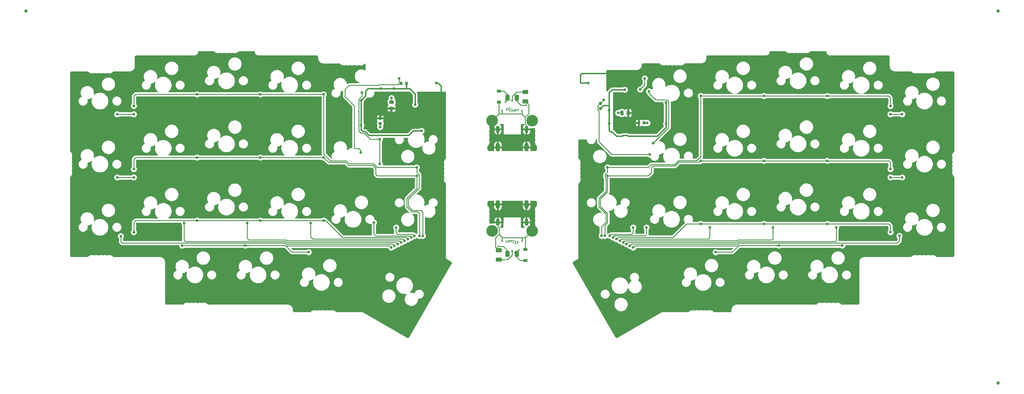
<source format=gtl>
G04 #@! TF.GenerationSoftware,KiCad,Pcbnew,(5.1.4)-1*
G04 #@! TF.CreationDate,2021-09-15T18:24:51-07:00*
G04 #@! TF.ProjectId,Panel,50616e65-6c2e-46b6-9963-61645f706362,rev?*
G04 #@! TF.SameCoordinates,Original*
G04 #@! TF.FileFunction,Copper,L1,Top*
G04 #@! TF.FilePolarity,Positive*
%FSLAX46Y46*%
G04 Gerber Fmt 4.6, Leading zero omitted, Abs format (unit mm)*
G04 Created by KiCad (PCBNEW (5.1.4)-1) date 2021-09-15 18:24:51*
%MOMM*%
%LPD*%
G04 APERTURE LIST*
%ADD10C,1.000000*%
%ADD11O,1.300000X2.600000*%
%ADD12O,1.100000X2.200000*%
%ADD13C,0.100000*%
%ADD14C,1.250000*%
%ADD15C,3.500000*%
%ADD16R,1.200000X0.900000*%
%ADD17C,0.875000*%
%ADD18C,0.975000*%
%ADD19C,0.450000*%
%ADD20C,0.500000*%
%ADD21C,0.800000*%
%ADD22C,0.600000*%
%ADD23C,0.254000*%
%ADD24C,0.381000*%
%ADD25C,0.140000*%
G04 APERTURE END LIST*
D10*
X3621772Y-45195578D03*
X295621772Y-45195578D03*
X295621772Y-157195578D03*
D11*
X153945886Y-103445789D03*
X145305886Y-103445789D03*
D12*
X153945886Y-108805789D03*
X145305886Y-108805789D03*
D13*
G36*
X148625390Y-117421993D02*
G01*
X148649659Y-117425593D01*
X148673457Y-117431554D01*
X148696557Y-117439819D01*
X148718735Y-117450309D01*
X148739779Y-117462922D01*
X148759484Y-117477536D01*
X148777663Y-117494012D01*
X148794139Y-117512191D01*
X148808753Y-117531896D01*
X148821366Y-117552940D01*
X148831856Y-117575118D01*
X148840121Y-117598218D01*
X148846082Y-117622016D01*
X148849682Y-117646285D01*
X148850886Y-117670789D01*
X148850886Y-118920789D01*
X148849682Y-118945293D01*
X148846082Y-118969562D01*
X148840121Y-118993360D01*
X148831856Y-119016460D01*
X148821366Y-119038638D01*
X148808753Y-119059682D01*
X148794139Y-119079387D01*
X148777663Y-119097566D01*
X148759484Y-119114042D01*
X148739779Y-119128656D01*
X148718735Y-119141269D01*
X148696557Y-119151759D01*
X148673457Y-119160024D01*
X148649659Y-119165985D01*
X148625390Y-119169585D01*
X148600886Y-119170789D01*
X147850886Y-119170789D01*
X147826382Y-119169585D01*
X147802113Y-119165985D01*
X147778315Y-119160024D01*
X147755215Y-119151759D01*
X147733037Y-119141269D01*
X147711993Y-119128656D01*
X147692288Y-119114042D01*
X147674109Y-119097566D01*
X147657633Y-119079387D01*
X147643019Y-119059682D01*
X147630406Y-119038638D01*
X147619916Y-119016460D01*
X147611651Y-118993360D01*
X147605690Y-118969562D01*
X147602090Y-118945293D01*
X147600886Y-118920789D01*
X147600886Y-117670789D01*
X147602090Y-117646285D01*
X147605690Y-117622016D01*
X147611651Y-117598218D01*
X147619916Y-117575118D01*
X147630406Y-117552940D01*
X147643019Y-117531896D01*
X147657633Y-117512191D01*
X147674109Y-117494012D01*
X147692288Y-117477536D01*
X147711993Y-117462922D01*
X147733037Y-117450309D01*
X147755215Y-117439819D01*
X147778315Y-117431554D01*
X147802113Y-117425593D01*
X147826382Y-117421993D01*
X147850886Y-117420789D01*
X148600886Y-117420789D01*
X148625390Y-117421993D01*
X148625390Y-117421993D01*
G37*
D14*
X148225886Y-118295789D03*
D13*
G36*
X151425390Y-117421993D02*
G01*
X151449659Y-117425593D01*
X151473457Y-117431554D01*
X151496557Y-117439819D01*
X151518735Y-117450309D01*
X151539779Y-117462922D01*
X151559484Y-117477536D01*
X151577663Y-117494012D01*
X151594139Y-117512191D01*
X151608753Y-117531896D01*
X151621366Y-117552940D01*
X151631856Y-117575118D01*
X151640121Y-117598218D01*
X151646082Y-117622016D01*
X151649682Y-117646285D01*
X151650886Y-117670789D01*
X151650886Y-118920789D01*
X151649682Y-118945293D01*
X151646082Y-118969562D01*
X151640121Y-118993360D01*
X151631856Y-119016460D01*
X151621366Y-119038638D01*
X151608753Y-119059682D01*
X151594139Y-119079387D01*
X151577663Y-119097566D01*
X151559484Y-119114042D01*
X151539779Y-119128656D01*
X151518735Y-119141269D01*
X151496557Y-119151759D01*
X151473457Y-119160024D01*
X151449659Y-119165985D01*
X151425390Y-119169585D01*
X151400886Y-119170789D01*
X150650886Y-119170789D01*
X150626382Y-119169585D01*
X150602113Y-119165985D01*
X150578315Y-119160024D01*
X150555215Y-119151759D01*
X150533037Y-119141269D01*
X150511993Y-119128656D01*
X150492288Y-119114042D01*
X150474109Y-119097566D01*
X150457633Y-119079387D01*
X150443019Y-119059682D01*
X150430406Y-119038638D01*
X150419916Y-119016460D01*
X150411651Y-118993360D01*
X150405690Y-118969562D01*
X150402090Y-118945293D01*
X150400886Y-118920789D01*
X150400886Y-117670789D01*
X150402090Y-117646285D01*
X150405690Y-117622016D01*
X150411651Y-117598218D01*
X150419916Y-117575118D01*
X150430406Y-117552940D01*
X150443019Y-117531896D01*
X150457633Y-117512191D01*
X150474109Y-117494012D01*
X150492288Y-117477536D01*
X150511993Y-117462922D01*
X150533037Y-117450309D01*
X150555215Y-117439819D01*
X150578315Y-117431554D01*
X150602113Y-117425593D01*
X150626382Y-117421993D01*
X150650886Y-117420789D01*
X151400886Y-117420789D01*
X151425390Y-117421993D01*
X151425390Y-117421993D01*
G37*
D14*
X151025886Y-118295789D03*
D13*
G36*
X146275390Y-116621993D02*
G01*
X146299659Y-116625593D01*
X146323457Y-116631554D01*
X146346557Y-116639819D01*
X146368735Y-116650309D01*
X146389779Y-116662922D01*
X146409484Y-116677536D01*
X146427663Y-116694012D01*
X146444139Y-116712191D01*
X146458753Y-116731896D01*
X146471366Y-116752940D01*
X146481856Y-116775118D01*
X146490121Y-116798218D01*
X146496082Y-116822016D01*
X146499682Y-116846285D01*
X146500886Y-116870789D01*
X146500886Y-117620789D01*
X146499682Y-117645293D01*
X146496082Y-117669562D01*
X146490121Y-117693360D01*
X146481856Y-117716460D01*
X146471366Y-117738638D01*
X146458753Y-117759682D01*
X146444139Y-117779387D01*
X146427663Y-117797566D01*
X146409484Y-117814042D01*
X146389779Y-117828656D01*
X146368735Y-117841269D01*
X146346557Y-117851759D01*
X146323457Y-117860024D01*
X146299659Y-117865985D01*
X146275390Y-117869585D01*
X146250886Y-117870789D01*
X145000886Y-117870789D01*
X144976382Y-117869585D01*
X144952113Y-117865985D01*
X144928315Y-117860024D01*
X144905215Y-117851759D01*
X144883037Y-117841269D01*
X144861993Y-117828656D01*
X144842288Y-117814042D01*
X144824109Y-117797566D01*
X144807633Y-117779387D01*
X144793019Y-117759682D01*
X144780406Y-117738638D01*
X144769916Y-117716460D01*
X144761651Y-117693360D01*
X144755690Y-117669562D01*
X144752090Y-117645293D01*
X144750886Y-117620789D01*
X144750886Y-116870789D01*
X144752090Y-116846285D01*
X144755690Y-116822016D01*
X144761651Y-116798218D01*
X144769916Y-116775118D01*
X144780406Y-116752940D01*
X144793019Y-116731896D01*
X144807633Y-116712191D01*
X144824109Y-116694012D01*
X144842288Y-116677536D01*
X144861993Y-116662922D01*
X144883037Y-116650309D01*
X144905215Y-116639819D01*
X144928315Y-116631554D01*
X144952113Y-116625593D01*
X144976382Y-116621993D01*
X145000886Y-116620789D01*
X146250886Y-116620789D01*
X146275390Y-116621993D01*
X146275390Y-116621993D01*
G37*
D14*
X145625886Y-117245789D03*
D13*
G36*
X146275390Y-119421993D02*
G01*
X146299659Y-119425593D01*
X146323457Y-119431554D01*
X146346557Y-119439819D01*
X146368735Y-119450309D01*
X146389779Y-119462922D01*
X146409484Y-119477536D01*
X146427663Y-119494012D01*
X146444139Y-119512191D01*
X146458753Y-119531896D01*
X146471366Y-119552940D01*
X146481856Y-119575118D01*
X146490121Y-119598218D01*
X146496082Y-119622016D01*
X146499682Y-119646285D01*
X146500886Y-119670789D01*
X146500886Y-120420789D01*
X146499682Y-120445293D01*
X146496082Y-120469562D01*
X146490121Y-120493360D01*
X146481856Y-120516460D01*
X146471366Y-120538638D01*
X146458753Y-120559682D01*
X146444139Y-120579387D01*
X146427663Y-120597566D01*
X146409484Y-120614042D01*
X146389779Y-120628656D01*
X146368735Y-120641269D01*
X146346557Y-120651759D01*
X146323457Y-120660024D01*
X146299659Y-120665985D01*
X146275390Y-120669585D01*
X146250886Y-120670789D01*
X145000886Y-120670789D01*
X144976382Y-120669585D01*
X144952113Y-120665985D01*
X144928315Y-120660024D01*
X144905215Y-120651759D01*
X144883037Y-120641269D01*
X144861993Y-120628656D01*
X144842288Y-120614042D01*
X144824109Y-120597566D01*
X144807633Y-120579387D01*
X144793019Y-120559682D01*
X144780406Y-120538638D01*
X144769916Y-120516460D01*
X144761651Y-120493360D01*
X144755690Y-120469562D01*
X144752090Y-120445293D01*
X144750886Y-120420789D01*
X144750886Y-119670789D01*
X144752090Y-119646285D01*
X144755690Y-119622016D01*
X144761651Y-119598218D01*
X144769916Y-119575118D01*
X144780406Y-119552940D01*
X144793019Y-119531896D01*
X144807633Y-119512191D01*
X144824109Y-119494012D01*
X144842288Y-119477536D01*
X144861993Y-119462922D01*
X144883037Y-119450309D01*
X144905215Y-119439819D01*
X144928315Y-119431554D01*
X144952113Y-119425593D01*
X144976382Y-119421993D01*
X145000886Y-119420789D01*
X146250886Y-119420789D01*
X146275390Y-119421993D01*
X146275390Y-119421993D01*
G37*
D14*
X145625886Y-120045789D03*
D15*
X143625886Y-111395789D03*
X155625886Y-111380789D03*
D16*
X153625886Y-116995789D03*
X153625886Y-120295789D03*
D13*
G36*
X154270390Y-71771993D02*
G01*
X154294659Y-71775593D01*
X154318457Y-71781554D01*
X154341557Y-71789819D01*
X154363735Y-71800309D01*
X154384779Y-71812922D01*
X154404484Y-71827536D01*
X154422663Y-71844012D01*
X154439139Y-71862191D01*
X154453753Y-71881896D01*
X154466366Y-71902940D01*
X154476856Y-71925118D01*
X154485121Y-71948218D01*
X154491082Y-71972016D01*
X154494682Y-71996285D01*
X154495886Y-72020789D01*
X154495886Y-72770789D01*
X154494682Y-72795293D01*
X154491082Y-72819562D01*
X154485121Y-72843360D01*
X154476856Y-72866460D01*
X154466366Y-72888638D01*
X154453753Y-72909682D01*
X154439139Y-72929387D01*
X154422663Y-72947566D01*
X154404484Y-72964042D01*
X154384779Y-72978656D01*
X154363735Y-72991269D01*
X154341557Y-73001759D01*
X154318457Y-73010024D01*
X154294659Y-73015985D01*
X154270390Y-73019585D01*
X154245886Y-73020789D01*
X152995886Y-73020789D01*
X152971382Y-73019585D01*
X152947113Y-73015985D01*
X152923315Y-73010024D01*
X152900215Y-73001759D01*
X152878037Y-72991269D01*
X152856993Y-72978656D01*
X152837288Y-72964042D01*
X152819109Y-72947566D01*
X152802633Y-72929387D01*
X152788019Y-72909682D01*
X152775406Y-72888638D01*
X152764916Y-72866460D01*
X152756651Y-72843360D01*
X152750690Y-72819562D01*
X152747090Y-72795293D01*
X152745886Y-72770789D01*
X152745886Y-72020789D01*
X152747090Y-71996285D01*
X152750690Y-71972016D01*
X152756651Y-71948218D01*
X152764916Y-71925118D01*
X152775406Y-71902940D01*
X152788019Y-71881896D01*
X152802633Y-71862191D01*
X152819109Y-71844012D01*
X152837288Y-71827536D01*
X152856993Y-71812922D01*
X152878037Y-71800309D01*
X152900215Y-71789819D01*
X152923315Y-71781554D01*
X152947113Y-71775593D01*
X152971382Y-71771993D01*
X152995886Y-71770789D01*
X154245886Y-71770789D01*
X154270390Y-71771993D01*
X154270390Y-71771993D01*
G37*
D14*
X153620886Y-72395789D03*
D13*
G36*
X154270390Y-68971993D02*
G01*
X154294659Y-68975593D01*
X154318457Y-68981554D01*
X154341557Y-68989819D01*
X154363735Y-69000309D01*
X154384779Y-69012922D01*
X154404484Y-69027536D01*
X154422663Y-69044012D01*
X154439139Y-69062191D01*
X154453753Y-69081896D01*
X154466366Y-69102940D01*
X154476856Y-69125118D01*
X154485121Y-69148218D01*
X154491082Y-69172016D01*
X154494682Y-69196285D01*
X154495886Y-69220789D01*
X154495886Y-69970789D01*
X154494682Y-69995293D01*
X154491082Y-70019562D01*
X154485121Y-70043360D01*
X154476856Y-70066460D01*
X154466366Y-70088638D01*
X154453753Y-70109682D01*
X154439139Y-70129387D01*
X154422663Y-70147566D01*
X154404484Y-70164042D01*
X154384779Y-70178656D01*
X154363735Y-70191269D01*
X154341557Y-70201759D01*
X154318457Y-70210024D01*
X154294659Y-70215985D01*
X154270390Y-70219585D01*
X154245886Y-70220789D01*
X152995886Y-70220789D01*
X152971382Y-70219585D01*
X152947113Y-70215985D01*
X152923315Y-70210024D01*
X152900215Y-70201759D01*
X152878037Y-70191269D01*
X152856993Y-70178656D01*
X152837288Y-70164042D01*
X152819109Y-70147566D01*
X152802633Y-70129387D01*
X152788019Y-70109682D01*
X152775406Y-70088638D01*
X152764916Y-70066460D01*
X152756651Y-70043360D01*
X152750690Y-70019562D01*
X152747090Y-69995293D01*
X152745886Y-69970789D01*
X152745886Y-69220789D01*
X152747090Y-69196285D01*
X152750690Y-69172016D01*
X152756651Y-69148218D01*
X152764916Y-69125118D01*
X152775406Y-69102940D01*
X152788019Y-69081896D01*
X152802633Y-69062191D01*
X152819109Y-69044012D01*
X152837288Y-69027536D01*
X152856993Y-69012922D01*
X152878037Y-69000309D01*
X152900215Y-68989819D01*
X152923315Y-68981554D01*
X152947113Y-68975593D01*
X152971382Y-68971993D01*
X152995886Y-68970789D01*
X154245886Y-68970789D01*
X154270390Y-68971993D01*
X154270390Y-68971993D01*
G37*
D14*
X153620886Y-69595789D03*
D11*
X145300886Y-86195789D03*
X153940886Y-86195789D03*
D12*
X145300886Y-80835789D03*
X153940886Y-80835789D03*
D13*
G36*
X151420390Y-70471993D02*
G01*
X151444659Y-70475593D01*
X151468457Y-70481554D01*
X151491557Y-70489819D01*
X151513735Y-70500309D01*
X151534779Y-70512922D01*
X151554484Y-70527536D01*
X151572663Y-70544012D01*
X151589139Y-70562191D01*
X151603753Y-70581896D01*
X151616366Y-70602940D01*
X151626856Y-70625118D01*
X151635121Y-70648218D01*
X151641082Y-70672016D01*
X151644682Y-70696285D01*
X151645886Y-70720789D01*
X151645886Y-71970789D01*
X151644682Y-71995293D01*
X151641082Y-72019562D01*
X151635121Y-72043360D01*
X151626856Y-72066460D01*
X151616366Y-72088638D01*
X151603753Y-72109682D01*
X151589139Y-72129387D01*
X151572663Y-72147566D01*
X151554484Y-72164042D01*
X151534779Y-72178656D01*
X151513735Y-72191269D01*
X151491557Y-72201759D01*
X151468457Y-72210024D01*
X151444659Y-72215985D01*
X151420390Y-72219585D01*
X151395886Y-72220789D01*
X150645886Y-72220789D01*
X150621382Y-72219585D01*
X150597113Y-72215985D01*
X150573315Y-72210024D01*
X150550215Y-72201759D01*
X150528037Y-72191269D01*
X150506993Y-72178656D01*
X150487288Y-72164042D01*
X150469109Y-72147566D01*
X150452633Y-72129387D01*
X150438019Y-72109682D01*
X150425406Y-72088638D01*
X150414916Y-72066460D01*
X150406651Y-72043360D01*
X150400690Y-72019562D01*
X150397090Y-71995293D01*
X150395886Y-71970789D01*
X150395886Y-70720789D01*
X150397090Y-70696285D01*
X150400690Y-70672016D01*
X150406651Y-70648218D01*
X150414916Y-70625118D01*
X150425406Y-70602940D01*
X150438019Y-70581896D01*
X150452633Y-70562191D01*
X150469109Y-70544012D01*
X150487288Y-70527536D01*
X150506993Y-70512922D01*
X150528037Y-70500309D01*
X150550215Y-70489819D01*
X150573315Y-70481554D01*
X150597113Y-70475593D01*
X150621382Y-70471993D01*
X150645886Y-70470789D01*
X151395886Y-70470789D01*
X151420390Y-70471993D01*
X151420390Y-70471993D01*
G37*
D14*
X151020886Y-71345789D03*
D13*
G36*
X148620390Y-70471993D02*
G01*
X148644659Y-70475593D01*
X148668457Y-70481554D01*
X148691557Y-70489819D01*
X148713735Y-70500309D01*
X148734779Y-70512922D01*
X148754484Y-70527536D01*
X148772663Y-70544012D01*
X148789139Y-70562191D01*
X148803753Y-70581896D01*
X148816366Y-70602940D01*
X148826856Y-70625118D01*
X148835121Y-70648218D01*
X148841082Y-70672016D01*
X148844682Y-70696285D01*
X148845886Y-70720789D01*
X148845886Y-71970789D01*
X148844682Y-71995293D01*
X148841082Y-72019562D01*
X148835121Y-72043360D01*
X148826856Y-72066460D01*
X148816366Y-72088638D01*
X148803753Y-72109682D01*
X148789139Y-72129387D01*
X148772663Y-72147566D01*
X148754484Y-72164042D01*
X148734779Y-72178656D01*
X148713735Y-72191269D01*
X148691557Y-72201759D01*
X148668457Y-72210024D01*
X148644659Y-72215985D01*
X148620390Y-72219585D01*
X148595886Y-72220789D01*
X147845886Y-72220789D01*
X147821382Y-72219585D01*
X147797113Y-72215985D01*
X147773315Y-72210024D01*
X147750215Y-72201759D01*
X147728037Y-72191269D01*
X147706993Y-72178656D01*
X147687288Y-72164042D01*
X147669109Y-72147566D01*
X147652633Y-72129387D01*
X147638019Y-72109682D01*
X147625406Y-72088638D01*
X147614916Y-72066460D01*
X147606651Y-72043360D01*
X147600690Y-72019562D01*
X147597090Y-71995293D01*
X147595886Y-71970789D01*
X147595886Y-70720789D01*
X147597090Y-70696285D01*
X147600690Y-70672016D01*
X147606651Y-70648218D01*
X147614916Y-70625118D01*
X147625406Y-70602940D01*
X147638019Y-70581896D01*
X147652633Y-70562191D01*
X147669109Y-70544012D01*
X147687288Y-70527536D01*
X147706993Y-70512922D01*
X147728037Y-70500309D01*
X147750215Y-70489819D01*
X147773315Y-70481554D01*
X147797113Y-70475593D01*
X147821382Y-70471993D01*
X147845886Y-70470789D01*
X148595886Y-70470789D01*
X148620390Y-70471993D01*
X148620390Y-70471993D01*
G37*
D14*
X148220886Y-71345789D03*
D16*
X145620886Y-72645789D03*
X145620886Y-69345789D03*
D15*
X143620886Y-78260789D03*
X155620886Y-78245789D03*
D13*
G36*
X110261956Y-78647282D02*
G01*
X110283191Y-78650432D01*
X110304015Y-78655648D01*
X110324227Y-78662880D01*
X110343633Y-78672059D01*
X110362046Y-78683095D01*
X110379289Y-78695883D01*
X110395195Y-78710299D01*
X110409611Y-78726205D01*
X110422399Y-78743448D01*
X110433435Y-78761861D01*
X110442614Y-78781267D01*
X110449846Y-78801479D01*
X110455062Y-78822303D01*
X110458212Y-78843538D01*
X110459265Y-78864979D01*
X110459265Y-79302479D01*
X110458212Y-79323920D01*
X110455062Y-79345155D01*
X110449846Y-79365979D01*
X110442614Y-79386191D01*
X110433435Y-79405597D01*
X110422399Y-79424010D01*
X110409611Y-79441253D01*
X110395195Y-79457159D01*
X110379289Y-79471575D01*
X110362046Y-79484363D01*
X110343633Y-79495399D01*
X110324227Y-79504578D01*
X110304015Y-79511810D01*
X110283191Y-79517026D01*
X110261956Y-79520176D01*
X110240515Y-79521229D01*
X109728015Y-79521229D01*
X109706574Y-79520176D01*
X109685339Y-79517026D01*
X109664515Y-79511810D01*
X109644303Y-79504578D01*
X109624897Y-79495399D01*
X109606484Y-79484363D01*
X109589241Y-79471575D01*
X109573335Y-79457159D01*
X109558919Y-79441253D01*
X109546131Y-79424010D01*
X109535095Y-79405597D01*
X109525916Y-79386191D01*
X109518684Y-79365979D01*
X109513468Y-79345155D01*
X109510318Y-79323920D01*
X109509265Y-79302479D01*
X109509265Y-78864979D01*
X109510318Y-78843538D01*
X109513468Y-78822303D01*
X109518684Y-78801479D01*
X109525916Y-78781267D01*
X109535095Y-78761861D01*
X109546131Y-78743448D01*
X109558919Y-78726205D01*
X109573335Y-78710299D01*
X109589241Y-78695883D01*
X109606484Y-78683095D01*
X109624897Y-78672059D01*
X109644303Y-78662880D01*
X109664515Y-78655648D01*
X109685339Y-78650432D01*
X109706574Y-78647282D01*
X109728015Y-78646229D01*
X110240515Y-78646229D01*
X110261956Y-78647282D01*
X110261956Y-78647282D01*
G37*
D17*
X109984265Y-79083729D03*
D13*
G36*
X110261956Y-77072282D02*
G01*
X110283191Y-77075432D01*
X110304015Y-77080648D01*
X110324227Y-77087880D01*
X110343633Y-77097059D01*
X110362046Y-77108095D01*
X110379289Y-77120883D01*
X110395195Y-77135299D01*
X110409611Y-77151205D01*
X110422399Y-77168448D01*
X110433435Y-77186861D01*
X110442614Y-77206267D01*
X110449846Y-77226479D01*
X110455062Y-77247303D01*
X110458212Y-77268538D01*
X110459265Y-77289979D01*
X110459265Y-77727479D01*
X110458212Y-77748920D01*
X110455062Y-77770155D01*
X110449846Y-77790979D01*
X110442614Y-77811191D01*
X110433435Y-77830597D01*
X110422399Y-77849010D01*
X110409611Y-77866253D01*
X110395195Y-77882159D01*
X110379289Y-77896575D01*
X110362046Y-77909363D01*
X110343633Y-77920399D01*
X110324227Y-77929578D01*
X110304015Y-77936810D01*
X110283191Y-77942026D01*
X110261956Y-77945176D01*
X110240515Y-77946229D01*
X109728015Y-77946229D01*
X109706574Y-77945176D01*
X109685339Y-77942026D01*
X109664515Y-77936810D01*
X109644303Y-77929578D01*
X109624897Y-77920399D01*
X109606484Y-77909363D01*
X109589241Y-77896575D01*
X109573335Y-77882159D01*
X109558919Y-77866253D01*
X109546131Y-77849010D01*
X109535095Y-77830597D01*
X109525916Y-77811191D01*
X109518684Y-77790979D01*
X109513468Y-77770155D01*
X109510318Y-77748920D01*
X109509265Y-77727479D01*
X109509265Y-77289979D01*
X109510318Y-77268538D01*
X109513468Y-77247303D01*
X109518684Y-77226479D01*
X109525916Y-77206267D01*
X109535095Y-77186861D01*
X109546131Y-77168448D01*
X109558919Y-77151205D01*
X109573335Y-77135299D01*
X109589241Y-77120883D01*
X109606484Y-77108095D01*
X109624897Y-77097059D01*
X109644303Y-77087880D01*
X109664515Y-77080648D01*
X109685339Y-77075432D01*
X109706574Y-77072282D01*
X109728015Y-77071229D01*
X110240515Y-77071229D01*
X110261956Y-77072282D01*
X110261956Y-77072282D01*
G37*
D17*
X109984265Y-77508729D03*
D13*
G36*
X116536956Y-66522282D02*
G01*
X116558191Y-66525432D01*
X116579015Y-66530648D01*
X116599227Y-66537880D01*
X116618633Y-66547059D01*
X116637046Y-66558095D01*
X116654289Y-66570883D01*
X116670195Y-66585299D01*
X116684611Y-66601205D01*
X116697399Y-66618448D01*
X116708435Y-66636861D01*
X116717614Y-66656267D01*
X116724846Y-66676479D01*
X116730062Y-66697303D01*
X116733212Y-66718538D01*
X116734265Y-66739979D01*
X116734265Y-67252479D01*
X116733212Y-67273920D01*
X116730062Y-67295155D01*
X116724846Y-67315979D01*
X116717614Y-67336191D01*
X116708435Y-67355597D01*
X116697399Y-67374010D01*
X116684611Y-67391253D01*
X116670195Y-67407159D01*
X116654289Y-67421575D01*
X116637046Y-67434363D01*
X116618633Y-67445399D01*
X116599227Y-67454578D01*
X116579015Y-67461810D01*
X116558191Y-67467026D01*
X116536956Y-67470176D01*
X116515515Y-67471229D01*
X116078015Y-67471229D01*
X116056574Y-67470176D01*
X116035339Y-67467026D01*
X116014515Y-67461810D01*
X115994303Y-67454578D01*
X115974897Y-67445399D01*
X115956484Y-67434363D01*
X115939241Y-67421575D01*
X115923335Y-67407159D01*
X115908919Y-67391253D01*
X115896131Y-67374010D01*
X115885095Y-67355597D01*
X115875916Y-67336191D01*
X115868684Y-67315979D01*
X115863468Y-67295155D01*
X115860318Y-67273920D01*
X115859265Y-67252479D01*
X115859265Y-66739979D01*
X115860318Y-66718538D01*
X115863468Y-66697303D01*
X115868684Y-66676479D01*
X115875916Y-66656267D01*
X115885095Y-66636861D01*
X115896131Y-66618448D01*
X115908919Y-66601205D01*
X115923335Y-66585299D01*
X115939241Y-66570883D01*
X115956484Y-66558095D01*
X115974897Y-66547059D01*
X115994303Y-66537880D01*
X116014515Y-66530648D01*
X116035339Y-66525432D01*
X116056574Y-66522282D01*
X116078015Y-66521229D01*
X116515515Y-66521229D01*
X116536956Y-66522282D01*
X116536956Y-66522282D01*
G37*
D17*
X116296765Y-66996229D03*
D13*
G36*
X118111956Y-66522282D02*
G01*
X118133191Y-66525432D01*
X118154015Y-66530648D01*
X118174227Y-66537880D01*
X118193633Y-66547059D01*
X118212046Y-66558095D01*
X118229289Y-66570883D01*
X118245195Y-66585299D01*
X118259611Y-66601205D01*
X118272399Y-66618448D01*
X118283435Y-66636861D01*
X118292614Y-66656267D01*
X118299846Y-66676479D01*
X118305062Y-66697303D01*
X118308212Y-66718538D01*
X118309265Y-66739979D01*
X118309265Y-67252479D01*
X118308212Y-67273920D01*
X118305062Y-67295155D01*
X118299846Y-67315979D01*
X118292614Y-67336191D01*
X118283435Y-67355597D01*
X118272399Y-67374010D01*
X118259611Y-67391253D01*
X118245195Y-67407159D01*
X118229289Y-67421575D01*
X118212046Y-67434363D01*
X118193633Y-67445399D01*
X118174227Y-67454578D01*
X118154015Y-67461810D01*
X118133191Y-67467026D01*
X118111956Y-67470176D01*
X118090515Y-67471229D01*
X117653015Y-67471229D01*
X117631574Y-67470176D01*
X117610339Y-67467026D01*
X117589515Y-67461810D01*
X117569303Y-67454578D01*
X117549897Y-67445399D01*
X117531484Y-67434363D01*
X117514241Y-67421575D01*
X117498335Y-67407159D01*
X117483919Y-67391253D01*
X117471131Y-67374010D01*
X117460095Y-67355597D01*
X117450916Y-67336191D01*
X117443684Y-67315979D01*
X117438468Y-67295155D01*
X117435318Y-67273920D01*
X117434265Y-67252479D01*
X117434265Y-66739979D01*
X117435318Y-66718538D01*
X117438468Y-66697303D01*
X117443684Y-66676479D01*
X117450916Y-66656267D01*
X117460095Y-66636861D01*
X117471131Y-66618448D01*
X117483919Y-66601205D01*
X117498335Y-66585299D01*
X117514241Y-66570883D01*
X117531484Y-66558095D01*
X117549897Y-66547059D01*
X117569303Y-66537880D01*
X117589515Y-66530648D01*
X117610339Y-66525432D01*
X117631574Y-66522282D01*
X117653015Y-66521229D01*
X118090515Y-66521229D01*
X118111956Y-66522282D01*
X118111956Y-66522282D01*
G37*
D17*
X117871765Y-66996229D03*
D13*
G36*
X113864406Y-74047403D02*
G01*
X113888067Y-74050913D01*
X113911271Y-74056725D01*
X113933793Y-74064783D01*
X113955417Y-74075011D01*
X113975934Y-74087308D01*
X113995147Y-74101558D01*
X114012871Y-74117622D01*
X114028935Y-74135346D01*
X114043185Y-74154559D01*
X114055482Y-74175076D01*
X114065710Y-74196700D01*
X114073768Y-74219222D01*
X114079580Y-74242426D01*
X114083090Y-74266087D01*
X114084264Y-74289979D01*
X114084264Y-74777479D01*
X114083090Y-74801371D01*
X114079580Y-74825032D01*
X114073768Y-74848236D01*
X114065710Y-74870758D01*
X114055482Y-74892382D01*
X114043185Y-74912899D01*
X114028935Y-74932112D01*
X114012871Y-74949836D01*
X113995147Y-74965900D01*
X113975934Y-74980150D01*
X113955417Y-74992447D01*
X113933793Y-75002675D01*
X113911271Y-75010733D01*
X113888067Y-75016545D01*
X113864406Y-75020055D01*
X113840514Y-75021229D01*
X112928014Y-75021229D01*
X112904122Y-75020055D01*
X112880461Y-75016545D01*
X112857257Y-75010733D01*
X112834735Y-75002675D01*
X112813111Y-74992447D01*
X112792594Y-74980150D01*
X112773381Y-74965900D01*
X112755657Y-74949836D01*
X112739593Y-74932112D01*
X112725343Y-74912899D01*
X112713046Y-74892382D01*
X112702818Y-74870758D01*
X112694760Y-74848236D01*
X112688948Y-74825032D01*
X112685438Y-74801371D01*
X112684264Y-74777479D01*
X112684264Y-74289979D01*
X112685438Y-74266087D01*
X112688948Y-74242426D01*
X112694760Y-74219222D01*
X112702818Y-74196700D01*
X112713046Y-74175076D01*
X112725343Y-74154559D01*
X112739593Y-74135346D01*
X112755657Y-74117622D01*
X112773381Y-74101558D01*
X112792594Y-74087308D01*
X112813111Y-74075011D01*
X112834735Y-74064783D01*
X112857257Y-74056725D01*
X112880461Y-74050913D01*
X112904122Y-74047403D01*
X112928014Y-74046229D01*
X113840514Y-74046229D01*
X113864406Y-74047403D01*
X113864406Y-74047403D01*
G37*
D18*
X113384264Y-74533729D03*
D13*
G36*
X113864406Y-72172403D02*
G01*
X113888067Y-72175913D01*
X113911271Y-72181725D01*
X113933793Y-72189783D01*
X113955417Y-72200011D01*
X113975934Y-72212308D01*
X113995147Y-72226558D01*
X114012871Y-72242622D01*
X114028935Y-72260346D01*
X114043185Y-72279559D01*
X114055482Y-72300076D01*
X114065710Y-72321700D01*
X114073768Y-72344222D01*
X114079580Y-72367426D01*
X114083090Y-72391087D01*
X114084264Y-72414979D01*
X114084264Y-72902479D01*
X114083090Y-72926371D01*
X114079580Y-72950032D01*
X114073768Y-72973236D01*
X114065710Y-72995758D01*
X114055482Y-73017382D01*
X114043185Y-73037899D01*
X114028935Y-73057112D01*
X114012871Y-73074836D01*
X113995147Y-73090900D01*
X113975934Y-73105150D01*
X113955417Y-73117447D01*
X113933793Y-73127675D01*
X113911271Y-73135733D01*
X113888067Y-73141545D01*
X113864406Y-73145055D01*
X113840514Y-73146229D01*
X112928014Y-73146229D01*
X112904122Y-73145055D01*
X112880461Y-73141545D01*
X112857257Y-73135733D01*
X112834735Y-73127675D01*
X112813111Y-73117447D01*
X112792594Y-73105150D01*
X112773381Y-73090900D01*
X112755657Y-73074836D01*
X112739593Y-73057112D01*
X112725343Y-73037899D01*
X112713046Y-73017382D01*
X112702818Y-72995758D01*
X112694760Y-72973236D01*
X112688948Y-72950032D01*
X112685438Y-72926371D01*
X112684264Y-72902479D01*
X112684264Y-72414979D01*
X112685438Y-72391087D01*
X112688948Y-72367426D01*
X112694760Y-72344222D01*
X112702818Y-72321700D01*
X112713046Y-72300076D01*
X112725343Y-72279559D01*
X112739593Y-72260346D01*
X112755657Y-72242622D01*
X112773381Y-72226558D01*
X112792594Y-72212308D01*
X112813111Y-72200011D01*
X112834735Y-72189783D01*
X112857257Y-72181725D01*
X112880461Y-72175913D01*
X112904122Y-72172403D01*
X112928014Y-72171229D01*
X113840514Y-72171229D01*
X113864406Y-72172403D01*
X113864406Y-72172403D01*
G37*
D18*
X113384264Y-72658729D03*
D13*
G36*
X189489463Y-78417631D02*
G01*
X189510698Y-78420781D01*
X189531522Y-78425997D01*
X189551734Y-78433229D01*
X189571140Y-78442408D01*
X189589553Y-78453444D01*
X189606796Y-78466232D01*
X189622702Y-78480648D01*
X189637118Y-78496554D01*
X189649906Y-78513797D01*
X189660942Y-78532210D01*
X189670121Y-78551616D01*
X189677353Y-78571828D01*
X189682569Y-78592652D01*
X189685719Y-78613887D01*
X189686772Y-78635328D01*
X189686772Y-79147828D01*
X189685719Y-79169269D01*
X189682569Y-79190504D01*
X189677353Y-79211328D01*
X189670121Y-79231540D01*
X189660942Y-79250946D01*
X189649906Y-79269359D01*
X189637118Y-79286602D01*
X189622702Y-79302508D01*
X189606796Y-79316924D01*
X189589553Y-79329712D01*
X189571140Y-79340748D01*
X189551734Y-79349927D01*
X189531522Y-79357159D01*
X189510698Y-79362375D01*
X189489463Y-79365525D01*
X189468022Y-79366578D01*
X189030522Y-79366578D01*
X189009081Y-79365525D01*
X188987846Y-79362375D01*
X188967022Y-79357159D01*
X188946810Y-79349927D01*
X188927404Y-79340748D01*
X188908991Y-79329712D01*
X188891748Y-79316924D01*
X188875842Y-79302508D01*
X188861426Y-79286602D01*
X188848638Y-79269359D01*
X188837602Y-79250946D01*
X188828423Y-79231540D01*
X188821191Y-79211328D01*
X188815975Y-79190504D01*
X188812825Y-79169269D01*
X188811772Y-79147828D01*
X188811772Y-78635328D01*
X188812825Y-78613887D01*
X188815975Y-78592652D01*
X188821191Y-78571828D01*
X188828423Y-78551616D01*
X188837602Y-78532210D01*
X188848638Y-78513797D01*
X188861426Y-78496554D01*
X188875842Y-78480648D01*
X188891748Y-78466232D01*
X188908991Y-78453444D01*
X188927404Y-78442408D01*
X188946810Y-78433229D01*
X188967022Y-78425997D01*
X188987846Y-78420781D01*
X189009081Y-78417631D01*
X189030522Y-78416578D01*
X189468022Y-78416578D01*
X189489463Y-78417631D01*
X189489463Y-78417631D01*
G37*
D17*
X189249272Y-78891578D03*
D13*
G36*
X187914463Y-78417631D02*
G01*
X187935698Y-78420781D01*
X187956522Y-78425997D01*
X187976734Y-78433229D01*
X187996140Y-78442408D01*
X188014553Y-78453444D01*
X188031796Y-78466232D01*
X188047702Y-78480648D01*
X188062118Y-78496554D01*
X188074906Y-78513797D01*
X188085942Y-78532210D01*
X188095121Y-78551616D01*
X188102353Y-78571828D01*
X188107569Y-78592652D01*
X188110719Y-78613887D01*
X188111772Y-78635328D01*
X188111772Y-79147828D01*
X188110719Y-79169269D01*
X188107569Y-79190504D01*
X188102353Y-79211328D01*
X188095121Y-79231540D01*
X188085942Y-79250946D01*
X188074906Y-79269359D01*
X188062118Y-79286602D01*
X188047702Y-79302508D01*
X188031796Y-79316924D01*
X188014553Y-79329712D01*
X187996140Y-79340748D01*
X187976734Y-79349927D01*
X187956522Y-79357159D01*
X187935698Y-79362375D01*
X187914463Y-79365525D01*
X187893022Y-79366578D01*
X187455522Y-79366578D01*
X187434081Y-79365525D01*
X187412846Y-79362375D01*
X187392022Y-79357159D01*
X187371810Y-79349927D01*
X187352404Y-79340748D01*
X187333991Y-79329712D01*
X187316748Y-79316924D01*
X187300842Y-79302508D01*
X187286426Y-79286602D01*
X187273638Y-79269359D01*
X187262602Y-79250946D01*
X187253423Y-79231540D01*
X187246191Y-79211328D01*
X187240975Y-79190504D01*
X187237825Y-79169269D01*
X187236772Y-79147828D01*
X187236772Y-78635328D01*
X187237825Y-78613887D01*
X187240975Y-78592652D01*
X187246191Y-78571828D01*
X187253423Y-78551616D01*
X187262602Y-78532210D01*
X187273638Y-78513797D01*
X187286426Y-78496554D01*
X187300842Y-78480648D01*
X187316748Y-78466232D01*
X187333991Y-78453444D01*
X187352404Y-78442408D01*
X187371810Y-78433229D01*
X187392022Y-78425997D01*
X187412846Y-78420781D01*
X187434081Y-78417631D01*
X187455522Y-78416578D01*
X187893022Y-78416578D01*
X187914463Y-78417631D01*
X187914463Y-78417631D01*
G37*
D17*
X187674272Y-78891578D03*
D13*
G36*
X176439464Y-72569631D02*
G01*
X176460699Y-72572781D01*
X176481523Y-72577997D01*
X176501735Y-72585229D01*
X176521141Y-72594408D01*
X176539554Y-72605444D01*
X176556797Y-72618232D01*
X176572703Y-72632648D01*
X176587119Y-72648554D01*
X176599907Y-72665797D01*
X176610943Y-72684210D01*
X176620122Y-72703616D01*
X176627354Y-72723828D01*
X176632570Y-72744652D01*
X176635720Y-72765887D01*
X176636773Y-72787328D01*
X176636773Y-73224828D01*
X176635720Y-73246269D01*
X176632570Y-73267504D01*
X176627354Y-73288328D01*
X176620122Y-73308540D01*
X176610943Y-73327946D01*
X176599907Y-73346359D01*
X176587119Y-73363602D01*
X176572703Y-73379508D01*
X176556797Y-73393924D01*
X176539554Y-73406712D01*
X176521141Y-73417748D01*
X176501735Y-73426927D01*
X176481523Y-73434159D01*
X176460699Y-73439375D01*
X176439464Y-73442525D01*
X176418023Y-73443578D01*
X175905523Y-73443578D01*
X175884082Y-73442525D01*
X175862847Y-73439375D01*
X175842023Y-73434159D01*
X175821811Y-73426927D01*
X175802405Y-73417748D01*
X175783992Y-73406712D01*
X175766749Y-73393924D01*
X175750843Y-73379508D01*
X175736427Y-73363602D01*
X175723639Y-73346359D01*
X175712603Y-73327946D01*
X175703424Y-73308540D01*
X175696192Y-73288328D01*
X175690976Y-73267504D01*
X175687826Y-73246269D01*
X175686773Y-73224828D01*
X175686773Y-72787328D01*
X175687826Y-72765887D01*
X175690976Y-72744652D01*
X175696192Y-72723828D01*
X175703424Y-72703616D01*
X175712603Y-72684210D01*
X175723639Y-72665797D01*
X175736427Y-72648554D01*
X175750843Y-72632648D01*
X175766749Y-72618232D01*
X175783992Y-72605444D01*
X175802405Y-72594408D01*
X175821811Y-72585229D01*
X175842023Y-72577997D01*
X175862847Y-72572781D01*
X175884082Y-72569631D01*
X175905523Y-72568578D01*
X176418023Y-72568578D01*
X176439464Y-72569631D01*
X176439464Y-72569631D01*
G37*
D17*
X176161773Y-73006078D03*
D13*
G36*
X176439464Y-74144631D02*
G01*
X176460699Y-74147781D01*
X176481523Y-74152997D01*
X176501735Y-74160229D01*
X176521141Y-74169408D01*
X176539554Y-74180444D01*
X176556797Y-74193232D01*
X176572703Y-74207648D01*
X176587119Y-74223554D01*
X176599907Y-74240797D01*
X176610943Y-74259210D01*
X176620122Y-74278616D01*
X176627354Y-74298828D01*
X176632570Y-74319652D01*
X176635720Y-74340887D01*
X176636773Y-74362328D01*
X176636773Y-74799828D01*
X176635720Y-74821269D01*
X176632570Y-74842504D01*
X176627354Y-74863328D01*
X176620122Y-74883540D01*
X176610943Y-74902946D01*
X176599907Y-74921359D01*
X176587119Y-74938602D01*
X176572703Y-74954508D01*
X176556797Y-74968924D01*
X176539554Y-74981712D01*
X176521141Y-74992748D01*
X176501735Y-75001927D01*
X176481523Y-75009159D01*
X176460699Y-75014375D01*
X176439464Y-75017525D01*
X176418023Y-75018578D01*
X175905523Y-75018578D01*
X175884082Y-75017525D01*
X175862847Y-75014375D01*
X175842023Y-75009159D01*
X175821811Y-75001927D01*
X175802405Y-74992748D01*
X175783992Y-74981712D01*
X175766749Y-74968924D01*
X175750843Y-74954508D01*
X175736427Y-74938602D01*
X175723639Y-74921359D01*
X175712603Y-74902946D01*
X175703424Y-74883540D01*
X175696192Y-74863328D01*
X175690976Y-74842504D01*
X175687826Y-74821269D01*
X175686773Y-74799828D01*
X175686773Y-74362328D01*
X175687826Y-74340887D01*
X175690976Y-74319652D01*
X175696192Y-74298828D01*
X175703424Y-74278616D01*
X175712603Y-74259210D01*
X175723639Y-74240797D01*
X175736427Y-74223554D01*
X175750843Y-74207648D01*
X175766749Y-74193232D01*
X175783992Y-74180444D01*
X175802405Y-74169408D01*
X175821811Y-74160229D01*
X175842023Y-74152997D01*
X175862847Y-74147781D01*
X175884082Y-74144631D01*
X175905523Y-74143578D01*
X176418023Y-74143578D01*
X176439464Y-74144631D01*
X176439464Y-74144631D01*
G37*
D17*
X176161773Y-74581078D03*
D13*
G36*
X184766914Y-75194752D02*
G01*
X184790575Y-75198262D01*
X184813779Y-75204074D01*
X184836301Y-75212132D01*
X184857925Y-75222360D01*
X184878442Y-75234657D01*
X184897655Y-75248907D01*
X184915379Y-75264971D01*
X184931443Y-75282695D01*
X184945693Y-75301908D01*
X184957990Y-75322425D01*
X184968218Y-75344049D01*
X184976276Y-75366571D01*
X184982088Y-75389775D01*
X184985598Y-75413436D01*
X184986772Y-75437328D01*
X184986772Y-76349828D01*
X184985598Y-76373720D01*
X184982088Y-76397381D01*
X184976276Y-76420585D01*
X184968218Y-76443107D01*
X184957990Y-76464731D01*
X184945693Y-76485248D01*
X184931443Y-76504461D01*
X184915379Y-76522185D01*
X184897655Y-76538249D01*
X184878442Y-76552499D01*
X184857925Y-76564796D01*
X184836301Y-76575024D01*
X184813779Y-76583082D01*
X184790575Y-76588894D01*
X184766914Y-76592404D01*
X184743022Y-76593578D01*
X184255522Y-76593578D01*
X184231630Y-76592404D01*
X184207969Y-76588894D01*
X184184765Y-76583082D01*
X184162243Y-76575024D01*
X184140619Y-76564796D01*
X184120102Y-76552499D01*
X184100889Y-76538249D01*
X184083165Y-76522185D01*
X184067101Y-76504461D01*
X184052851Y-76485248D01*
X184040554Y-76464731D01*
X184030326Y-76443107D01*
X184022268Y-76420585D01*
X184016456Y-76397381D01*
X184012946Y-76373720D01*
X184011772Y-76349828D01*
X184011772Y-75437328D01*
X184012946Y-75413436D01*
X184016456Y-75389775D01*
X184022268Y-75366571D01*
X184030326Y-75344049D01*
X184040554Y-75322425D01*
X184052851Y-75301908D01*
X184067101Y-75282695D01*
X184083165Y-75264971D01*
X184100889Y-75248907D01*
X184120102Y-75234657D01*
X184140619Y-75222360D01*
X184162243Y-75212132D01*
X184184765Y-75204074D01*
X184207969Y-75198262D01*
X184231630Y-75194752D01*
X184255522Y-75193578D01*
X184743022Y-75193578D01*
X184766914Y-75194752D01*
X184766914Y-75194752D01*
G37*
D18*
X184499272Y-75893578D03*
D13*
G36*
X182891914Y-75194752D02*
G01*
X182915575Y-75198262D01*
X182938779Y-75204074D01*
X182961301Y-75212132D01*
X182982925Y-75222360D01*
X183003442Y-75234657D01*
X183022655Y-75248907D01*
X183040379Y-75264971D01*
X183056443Y-75282695D01*
X183070693Y-75301908D01*
X183082990Y-75322425D01*
X183093218Y-75344049D01*
X183101276Y-75366571D01*
X183107088Y-75389775D01*
X183110598Y-75413436D01*
X183111772Y-75437328D01*
X183111772Y-76349828D01*
X183110598Y-76373720D01*
X183107088Y-76397381D01*
X183101276Y-76420585D01*
X183093218Y-76443107D01*
X183082990Y-76464731D01*
X183070693Y-76485248D01*
X183056443Y-76504461D01*
X183040379Y-76522185D01*
X183022655Y-76538249D01*
X183003442Y-76552499D01*
X182982925Y-76564796D01*
X182961301Y-76575024D01*
X182938779Y-76583082D01*
X182915575Y-76588894D01*
X182891914Y-76592404D01*
X182868022Y-76593578D01*
X182380522Y-76593578D01*
X182356630Y-76592404D01*
X182332969Y-76588894D01*
X182309765Y-76583082D01*
X182287243Y-76575024D01*
X182265619Y-76564796D01*
X182245102Y-76552499D01*
X182225889Y-76538249D01*
X182208165Y-76522185D01*
X182192101Y-76504461D01*
X182177851Y-76485248D01*
X182165554Y-76464731D01*
X182155326Y-76443107D01*
X182147268Y-76420585D01*
X182141456Y-76397381D01*
X182137946Y-76373720D01*
X182136772Y-76349828D01*
X182136772Y-75437328D01*
X182137946Y-75413436D01*
X182141456Y-75389775D01*
X182147268Y-75366571D01*
X182155326Y-75344049D01*
X182165554Y-75322425D01*
X182177851Y-75301908D01*
X182192101Y-75282695D01*
X182208165Y-75264971D01*
X182225889Y-75248907D01*
X182245102Y-75234657D01*
X182265619Y-75222360D01*
X182287243Y-75212132D01*
X182309765Y-75204074D01*
X182332969Y-75198262D01*
X182356630Y-75194752D01*
X182380522Y-75193578D01*
X182868022Y-75193578D01*
X182891914Y-75194752D01*
X182891914Y-75194752D01*
G37*
D18*
X182624272Y-75893578D03*
D19*
X149625886Y-113445789D03*
D20*
X152625886Y-114445789D03*
X146625886Y-114445789D03*
X146620886Y-75195789D03*
D19*
X149620886Y-76195789D03*
D20*
X152620886Y-75195789D03*
X151625886Y-117045789D03*
X147620886Y-72595789D03*
X145388944Y-116091049D03*
X153857828Y-73550529D03*
D21*
X189461773Y-65493578D03*
X188078733Y-68847819D03*
D22*
X149625886Y-117445789D03*
X149620886Y-72195789D03*
D21*
X101659141Y-95446478D03*
X126784265Y-66896229D03*
X113384265Y-75596229D03*
X172461773Y-66893578D03*
X197561773Y-95393578D03*
X185865399Y-75897821D03*
D20*
X150625886Y-114745789D03*
X147825886Y-114745789D03*
X148620886Y-74895789D03*
X151420886Y-74895789D03*
X148625886Y-114745789D03*
X151325886Y-114745789D03*
X150620886Y-74895789D03*
X147920886Y-74895789D03*
D21*
X30984265Y-95296229D03*
X35984265Y-95296229D03*
X32084265Y-112996229D03*
X114284265Y-115896229D03*
X185961772Y-110391578D03*
X178961772Y-112891578D03*
X120284264Y-112896229D03*
X114783265Y-110376229D03*
X265961772Y-112891578D03*
X184961772Y-115891578D03*
X109884265Y-91296229D03*
X108084265Y-108896229D03*
X109884264Y-83796229D03*
X119284265Y-113396229D03*
X104484265Y-69796229D03*
X246961772Y-110391578D03*
X183961772Y-115391578D03*
X89084265Y-109023229D03*
X117284265Y-114396229D03*
X182961772Y-114891578D03*
X227961772Y-110391578D03*
X104284265Y-79596229D03*
X104284265Y-72096229D03*
X122384265Y-81296229D03*
X120484265Y-73396229D03*
X114184265Y-68596229D03*
X110184265Y-68596229D03*
X178761773Y-75093578D03*
X195861773Y-79193578D03*
X195861773Y-72693578D03*
X183461773Y-68893578D03*
X178761773Y-79093578D03*
X113384264Y-71396229D03*
X116284265Y-114896229D03*
X70084265Y-109023228D03*
X181961772Y-114391578D03*
X208961772Y-110391578D03*
X35984265Y-76296229D03*
X30984265Y-76296229D03*
X122784265Y-112896229D03*
X92984265Y-70296229D03*
X35984265Y-73796229D03*
X120984264Y-92296229D03*
X73984264Y-70296229D03*
X54984265Y-70296229D03*
X120984265Y-94796229D03*
X92984265Y-89296229D03*
X73984265Y-89296229D03*
X54984265Y-89296229D03*
X35984265Y-92796229D03*
X121784265Y-112896229D03*
X118284265Y-113896229D03*
X92984265Y-108296229D03*
X73984265Y-108296229D03*
X35984265Y-111796229D03*
X54984265Y-108296229D03*
X88484265Y-117796229D03*
X113284265Y-116396229D03*
X50484264Y-115796229D03*
X69484265Y-115796229D03*
X185961772Y-116391578D03*
X248761773Y-115793578D03*
X229761773Y-115793578D03*
X210761773Y-117793578D03*
X115707181Y-65547795D03*
X104148190Y-87825220D03*
X109984265Y-80146227D03*
X51084265Y-109023229D03*
X115284265Y-115396228D03*
X190737179Y-69385733D03*
X189961772Y-110391578D03*
X179961772Y-113391578D03*
X191954874Y-84986679D03*
X263261773Y-95293578D03*
X266761773Y-95293578D03*
X181461772Y-75891578D03*
X263261773Y-73793578D03*
X178261773Y-92293578D03*
X206261773Y-70793578D03*
X225261773Y-70793578D03*
X244261773Y-70793578D03*
X176461772Y-112891578D03*
X263261773Y-92793578D03*
X178261773Y-94793578D03*
X206261773Y-90293578D03*
X225261773Y-90293578D03*
X244261773Y-90293578D03*
X177461772Y-112891578D03*
X180961772Y-113891578D03*
X206261773Y-109293578D03*
X225261773Y-109293578D03*
X244261773Y-109293578D03*
X263261773Y-111793578D03*
X266761773Y-76293578D03*
X263261773Y-76293578D03*
X177161773Y-71993578D03*
X190961772Y-88391578D03*
X190215397Y-78891578D03*
D23*
X152625886Y-113445789D02*
X149625886Y-113445789D01*
X152625886Y-114445789D02*
X152625886Y-113445789D01*
X153560886Y-113445789D02*
X155625886Y-111380789D01*
X152625886Y-113445789D02*
X153560886Y-113445789D01*
X153625886Y-113380789D02*
X155625886Y-111380789D01*
X153625886Y-116995789D02*
X153625886Y-113380789D01*
X146625886Y-113445789D02*
X149625886Y-113445789D01*
X146625886Y-114445789D02*
X146625886Y-113445789D01*
X145305886Y-110159789D02*
X145305886Y-108805789D01*
X145702887Y-110556790D02*
X145305886Y-110159789D01*
X145702887Y-112392750D02*
X145702887Y-110556790D01*
X144625886Y-113469751D02*
X145702887Y-112392750D01*
X144625886Y-116245789D02*
X144625886Y-113469751D01*
X145625886Y-117245789D02*
X144625886Y-116245789D01*
X146625886Y-113315749D02*
X145702887Y-112392750D01*
X146625886Y-113445789D02*
X146625886Y-113315749D01*
X146620886Y-76195789D02*
X149620886Y-76195789D01*
X146620886Y-75195789D02*
X146620886Y-76195789D01*
X145685886Y-76195789D02*
X143620886Y-78260789D01*
X146620886Y-76195789D02*
X145685886Y-76195789D01*
X145620886Y-72645789D02*
X145620886Y-76260789D01*
X152620886Y-75195789D02*
X152620886Y-76195789D01*
X154620886Y-73395789D02*
X154620886Y-76171827D01*
X153543885Y-79084788D02*
X153940886Y-79481789D01*
X153543885Y-77248828D02*
X153543885Y-79084788D01*
X152620886Y-76325829D02*
X153543885Y-77248828D01*
X145620886Y-76260789D02*
X143620886Y-78260789D01*
X154620886Y-76171827D02*
X153543885Y-77248828D01*
X152620886Y-76195789D02*
X149620886Y-76195789D01*
X152620886Y-76195789D02*
X152620886Y-76325829D01*
X153940886Y-79481789D02*
X153940886Y-80835789D01*
X153620886Y-72395789D02*
X154620886Y-73395789D01*
X151025886Y-118295789D02*
X151025886Y-117645789D01*
X151025886Y-117645789D02*
X151625886Y-117045789D01*
X152771886Y-120295789D02*
X153625886Y-120295789D01*
X152050886Y-120295789D02*
X152771886Y-120295789D01*
X151025886Y-119270789D02*
X152050886Y-120295789D01*
X151025886Y-118295789D02*
X151025886Y-119270789D01*
X148220886Y-71345789D02*
X148220886Y-71995789D01*
X148220886Y-71995789D02*
X147620886Y-72595789D01*
X146474886Y-69345789D02*
X145620886Y-69345789D01*
X147195886Y-69345789D02*
X146474886Y-69345789D01*
X148220886Y-70370789D02*
X147195886Y-69345789D01*
X148220886Y-71345789D02*
X148220886Y-70370789D01*
X148201743Y-118319932D02*
X148225886Y-118295789D01*
X148163717Y-118233620D02*
X148225886Y-118295789D01*
X146996146Y-116091049D02*
X145388944Y-116091049D01*
X148225886Y-118295789D02*
X148225886Y-117320789D01*
X148225886Y-117320789D02*
X146996146Y-116091049D01*
X151045029Y-71321646D02*
X151020886Y-71345789D01*
X151020886Y-72320789D02*
X152250626Y-73550529D01*
X152250626Y-73550529D02*
X153857828Y-73550529D01*
X151083055Y-71407958D02*
X151020886Y-71345789D01*
X151020886Y-71345789D02*
X151020886Y-72320789D01*
X189461773Y-65493578D02*
X189461773Y-66059263D01*
X189461773Y-66059263D02*
X189461773Y-67464779D01*
X189461773Y-67464779D02*
X188078733Y-68847819D01*
X149625886Y-118711807D02*
X149625886Y-117445789D01*
X145625886Y-120045789D02*
X148291904Y-120045789D01*
X148291904Y-120045789D02*
X149625886Y-118711807D01*
X153620886Y-69595789D02*
X150954868Y-69595789D01*
X150954868Y-69595789D02*
X149620886Y-70929771D01*
X149620886Y-70929771D02*
X149620886Y-72195789D01*
D24*
X113384265Y-74533729D02*
X113384265Y-75596229D01*
X127349950Y-66896229D02*
X128284265Y-67830544D01*
X128284265Y-67830544D02*
X128284265Y-69896230D01*
X126784265Y-66896229D02*
X127349950Y-66896229D01*
X112818580Y-75596229D02*
X113384265Y-75596229D01*
X111359265Y-75596229D02*
X112818580Y-75596229D01*
X109984265Y-76971229D02*
X111359265Y-75596229D01*
X109984265Y-77508729D02*
X109984265Y-76971229D01*
X184499272Y-75893578D02*
X185861156Y-75893578D01*
X185861156Y-75893578D02*
X185865399Y-75897821D01*
X187674272Y-77706694D02*
X185865399Y-75897821D01*
X187674272Y-78891578D02*
X187674272Y-77706694D01*
X172461773Y-66893578D02*
X170361156Y-66893578D01*
X170361156Y-66893578D02*
X170165399Y-66697821D01*
X170165399Y-66697821D02*
X170165399Y-64397821D01*
X170165399Y-64397821D02*
X170565399Y-63997821D01*
X170565399Y-63997821D02*
X178265399Y-63997821D01*
D25*
X147826272Y-114745403D02*
X147825886Y-114745789D01*
X148285887Y-114285788D02*
X147826272Y-114745403D01*
X150625886Y-114745789D02*
X150165885Y-114285788D01*
X150165885Y-114285788D02*
X148285887Y-114285788D01*
X151420500Y-74896175D02*
X151420886Y-74895789D01*
X149080887Y-75355790D02*
X150960885Y-75355790D01*
X148620886Y-74895789D02*
X149080887Y-75355790D01*
X150960885Y-75355790D02*
X151420500Y-74896175D01*
X148805877Y-114565798D02*
X148625886Y-114745789D01*
X149545895Y-114565798D02*
X148805877Y-114565798D01*
X150185887Y-115205790D02*
X149545895Y-114565798D01*
X151219438Y-115205790D02*
X150185887Y-115205790D01*
X151325886Y-114745789D02*
X151325886Y-115099342D01*
X151325886Y-115099342D02*
X151219438Y-115205790D01*
X149700877Y-75075780D02*
X150440895Y-75075780D01*
X149060885Y-74435788D02*
X149700877Y-75075780D01*
X147920886Y-74895789D02*
X147920886Y-74542236D01*
X147920886Y-74542236D02*
X148027334Y-74435788D01*
X150440895Y-75075780D02*
X150620886Y-74895789D01*
X148027334Y-74435788D02*
X149060885Y-74435788D01*
D23*
X35984265Y-95296229D02*
X30984265Y-95296229D01*
X32084265Y-114696229D02*
X32084265Y-112996229D01*
X81726332Y-115396229D02*
X81399331Y-115069228D01*
X32457264Y-115069228D02*
X32084265Y-114696229D01*
X111984265Y-115396229D02*
X81726332Y-115396229D01*
X81399331Y-115069228D02*
X32457264Y-115069228D01*
X113784265Y-115396228D02*
X111984265Y-115396229D01*
X114284265Y-115896229D02*
X113784265Y-115396228D01*
X111984265Y-115396229D02*
X111784265Y-115396229D01*
X185961772Y-111891578D02*
X185461772Y-112391578D01*
X185961772Y-110391578D02*
X185961772Y-111891578D01*
X185461772Y-112391578D02*
X183961772Y-112391578D01*
X183961772Y-112391578D02*
X179461772Y-112391578D01*
X178961772Y-112891578D02*
X179461772Y-112391578D01*
X114783265Y-110376229D02*
X114783265Y-111995229D01*
X114783265Y-111995229D02*
X115184265Y-112396229D01*
X120284264Y-112896229D02*
X119784265Y-112396229D01*
X119784265Y-112396229D02*
X115184265Y-112396229D01*
X265961772Y-114391578D02*
X265961772Y-112891578D01*
X265286773Y-115066577D02*
X265961772Y-114391578D01*
X217786773Y-115066577D02*
X265286773Y-115066577D01*
X194961772Y-115391578D02*
X195461772Y-115391578D01*
X217461772Y-115391578D02*
X217786773Y-115066577D01*
X195461772Y-115391578D02*
X217461772Y-115391578D01*
X185461772Y-115391578D02*
X195461772Y-115391578D01*
X184961772Y-115891578D02*
X185461772Y-115391578D01*
X104177268Y-81989228D02*
X103557264Y-81369223D01*
X109884264Y-83796229D02*
X107008228Y-83796229D01*
X118784264Y-112896229D02*
X111984265Y-112896229D01*
X108684265Y-112896229D02*
X111984265Y-112896229D01*
X105201227Y-81989228D02*
X104177268Y-81989228D01*
X108084265Y-108896229D02*
X108084265Y-112296229D01*
X111984265Y-112896229D02*
X111784265Y-112896229D01*
X119284265Y-113396229D02*
X118784264Y-112896229D01*
X107008228Y-83796229D02*
X105201227Y-81989228D01*
X104484265Y-70820267D02*
X104484265Y-69796229D01*
X108084265Y-112296229D02*
X108684265Y-112896229D01*
X109884264Y-83796229D02*
X109884265Y-91296229D01*
X103557264Y-71747268D02*
X104484265Y-70820267D01*
X103557264Y-81369223D02*
X103557264Y-71747268D01*
X245240783Y-114612567D02*
X217598716Y-114612567D01*
X217598716Y-114612567D02*
X217319705Y-114891578D01*
X246961772Y-110391578D02*
X246961772Y-113891578D01*
X246961772Y-114391578D02*
X246740783Y-114612567D01*
X246961772Y-113891578D02*
X246961772Y-114391578D01*
X246740783Y-114612567D02*
X244961772Y-114612567D01*
X217319705Y-114891578D02*
X195461772Y-114891578D01*
X195461772Y-114891578D02*
X194961772Y-114891578D01*
X184461772Y-114891578D02*
X195461772Y-114891578D01*
X183961772Y-115391578D02*
X184461772Y-114891578D01*
X117284265Y-114396229D02*
X116784265Y-113896229D01*
X89784265Y-113896229D02*
X89084265Y-113196229D01*
X89084265Y-113196229D02*
X89084265Y-109023229D01*
X116784265Y-113896229D02*
X89784265Y-113896229D01*
X227694793Y-114158557D02*
X226694793Y-114158557D01*
X227961772Y-113891578D02*
X227694793Y-114158557D01*
X227961772Y-110391578D02*
X227961772Y-113891578D01*
X226694793Y-114158557D02*
X227194793Y-114158557D01*
X226194793Y-114158557D02*
X226694793Y-114158557D01*
X217410659Y-114158557D02*
X226194793Y-114158557D01*
X217177638Y-114391578D02*
X217410659Y-114158557D01*
X193819705Y-114391578D02*
X195461772Y-114391578D01*
X194961772Y-114391578D02*
X195461772Y-114391578D01*
X195461772Y-114391578D02*
X217177638Y-114391578D01*
X183461772Y-114391578D02*
X193819705Y-114391578D01*
X182961772Y-114891578D02*
X183461772Y-114391578D01*
D24*
X118884265Y-68596229D02*
X117884265Y-68596229D01*
X104284265Y-72096229D02*
X105622864Y-70757630D01*
X117884265Y-68596229D02*
X117871765Y-68583729D01*
X117871765Y-68583729D02*
X117871765Y-66996229D01*
X118525666Y-82654828D02*
X119884265Y-81296229D01*
X106598695Y-82654828D02*
X118525666Y-82654828D01*
X104777694Y-81471718D02*
X105415584Y-81471718D01*
X104284265Y-79596229D02*
X104284265Y-80978287D01*
X113618580Y-68596229D02*
X110184265Y-68596229D01*
X104284265Y-80978287D02*
X104777694Y-81471718D01*
X120484265Y-70196229D02*
X118884265Y-68596229D01*
X114184265Y-68596229D02*
X113618580Y-68596229D01*
X106326991Y-68596229D02*
X110184265Y-68596229D01*
X105622864Y-70757630D02*
X105622864Y-69300356D01*
X117884265Y-68596229D02*
X114184265Y-68596229D01*
X119884265Y-81296229D02*
X122384265Y-81296229D01*
X104284265Y-72096229D02*
X104284265Y-79596229D01*
X105622864Y-69300356D02*
X106326991Y-68596229D01*
X120484265Y-73396229D02*
X120484265Y-70196229D01*
X105415584Y-81471718D02*
X106598695Y-82654828D01*
X178761773Y-69793578D02*
X179661773Y-68893578D01*
X178761773Y-79093578D02*
X178761773Y-79659263D01*
X178977372Y-81509177D02*
X179577372Y-81509177D01*
X178761773Y-79659263D02*
X178761773Y-81293578D01*
X178761773Y-81293578D02*
X178977372Y-81509177D01*
X179606286Y-81509177D02*
X180961773Y-82864664D01*
X179577372Y-81509177D02*
X179606286Y-81509177D01*
X182945900Y-82652177D02*
X184220372Y-82652177D01*
X180961773Y-82864664D02*
X182733413Y-82864664D01*
X182733413Y-82864664D02*
X182945900Y-82652177D01*
X184220372Y-82652177D02*
X184461773Y-82893578D01*
X184461773Y-82893578D02*
X193261773Y-82893578D01*
X193261773Y-82893578D02*
X195861773Y-80293578D01*
X195861773Y-80293578D02*
X195861773Y-79193578D01*
X195861773Y-79193578D02*
X195861773Y-72693578D01*
X177049273Y-73693578D02*
X176161773Y-74581078D01*
X178761773Y-73693578D02*
X177049273Y-73693578D01*
X178761773Y-73693578D02*
X178761773Y-69793578D01*
X178761773Y-75093578D02*
X178761773Y-73693578D01*
X179661773Y-68893578D02*
X183461773Y-68893578D01*
X178761773Y-75093578D02*
X178761773Y-79093578D01*
D23*
X113384264Y-71396229D02*
X113384264Y-72658729D01*
X82010466Y-114396228D02*
X81775445Y-114161208D01*
X116284265Y-114896229D02*
X115784265Y-114396229D01*
X70084265Y-113696229D02*
X70084265Y-109023228D01*
X81775445Y-114161208D02*
X70549244Y-114161207D01*
X115784265Y-114396229D02*
X82010466Y-114396228D01*
X70549244Y-114161207D02*
X70084265Y-113696229D01*
X208961772Y-113391578D02*
X208961772Y-110391578D01*
X208461772Y-113891578D02*
X208961772Y-113391578D01*
X182461772Y-113891578D02*
X208461772Y-113891578D01*
X181961772Y-114391578D02*
X182461772Y-113891578D01*
X35984265Y-76296229D02*
X30984265Y-76296229D01*
X92984265Y-88220267D02*
X95060227Y-90296229D01*
X121711266Y-98534294D02*
X118463364Y-101782195D01*
X54984265Y-70296229D02*
X73984264Y-70296229D01*
X118463364Y-101782195D02*
X118463364Y-104010262D01*
X35984265Y-73796229D02*
X35984265Y-70796229D01*
X99749331Y-90296229D02*
X100670232Y-91217130D01*
X118463364Y-104010262D02*
X119670232Y-105217130D01*
X108005165Y-91217130D02*
X109084265Y-92296229D01*
X109084265Y-92296229D02*
X120984264Y-92296229D01*
X100670232Y-91217130D02*
X108005165Y-91217130D01*
X122784265Y-105838031D02*
X122784265Y-112896229D01*
X121711266Y-94447267D02*
X121711266Y-98534294D01*
X120984264Y-92296229D02*
X120984264Y-93720267D01*
X120984264Y-93720267D02*
X121711266Y-94447267D01*
X119670232Y-105217130D02*
X122163363Y-105217130D01*
X92984265Y-70296229D02*
X92984265Y-88220267D01*
X122163363Y-105217130D02*
X122784265Y-105838031D01*
X95060227Y-90296229D02*
X99749331Y-90296229D01*
X35984265Y-70796229D02*
X36484265Y-70296229D01*
X36484265Y-70296229D02*
X54984265Y-70296229D01*
X73984264Y-70296229D02*
X92984265Y-70296229D01*
X118009354Y-101594139D02*
X118009354Y-104198319D01*
X99607265Y-90796228D02*
X100482175Y-91671140D01*
X35984265Y-89796229D02*
X36484265Y-89296229D01*
X92984265Y-89296229D02*
X94484265Y-90796229D01*
X100482175Y-91671140D02*
X107817110Y-91671140D01*
X121259176Y-105671140D02*
X121784265Y-106196229D01*
X35984265Y-92796229D02*
X35984265Y-89796229D01*
X118009354Y-104198319D02*
X119482175Y-105671140D01*
X120984265Y-94796229D02*
X120984265Y-98619229D01*
X54984265Y-89296229D02*
X73984265Y-89296229D01*
X94484265Y-90796229D02*
X99607265Y-90796228D01*
X121784265Y-106196229D02*
X121784265Y-112896229D01*
X109084265Y-94796229D02*
X120984265Y-94796229D01*
X73984265Y-89296229D02*
X92984265Y-89296229D01*
X36484265Y-89296229D02*
X54984265Y-89296229D01*
X108684265Y-94396229D02*
X109084265Y-94796229D01*
X108684265Y-92538295D02*
X108684265Y-94396229D01*
X107817110Y-91671140D02*
X108684265Y-92538295D01*
X119482175Y-105671140D02*
X121259176Y-105671140D01*
X120984265Y-98619229D02*
X118009354Y-101594139D01*
X111984265Y-113396229D02*
X111784265Y-113396230D01*
X92984265Y-108296229D02*
X93549950Y-108296230D01*
X117784265Y-113396229D02*
X111984265Y-113396229D01*
X93549950Y-108296230D02*
X98649950Y-113396229D01*
X73984265Y-108296229D02*
X92984265Y-108296229D01*
X98649950Y-113396229D02*
X111984265Y-113396229D01*
X118284265Y-113896229D02*
X117784265Y-113396229D01*
X36484265Y-108296229D02*
X54984265Y-108296229D01*
X54984265Y-108296229D02*
X73984265Y-108296229D01*
X35984265Y-108796229D02*
X36484265Y-108296229D01*
X35984265Y-111796229D02*
X35984265Y-108796229D01*
X113284265Y-116396229D02*
X112784265Y-115896229D01*
X69484265Y-115796229D02*
X81484265Y-115796229D01*
X81484265Y-115796229D02*
X83484265Y-117796229D01*
X112784265Y-115896229D02*
X81584265Y-115896229D01*
X81584265Y-115896229D02*
X81484265Y-115796229D01*
X83484265Y-117796229D02*
X88484265Y-117796229D01*
X50484264Y-115796229D02*
X69484265Y-115796229D01*
X248761773Y-115793578D02*
X229761773Y-115793578D01*
X229761773Y-115793578D02*
X217761773Y-115793578D01*
X215761773Y-117793578D02*
X210761773Y-117793578D01*
X194961772Y-115891578D02*
X195461772Y-115891578D01*
X217663774Y-115891578D02*
X217761465Y-115793887D01*
X195461772Y-115891578D02*
X217663774Y-115891578D01*
X217761773Y-115793578D02*
X217761465Y-115793887D01*
X217761465Y-115793887D02*
X215761773Y-117793578D01*
X186461772Y-115891578D02*
X195461772Y-115891578D01*
X185961772Y-116391578D02*
X186461772Y-115891578D01*
X102184265Y-86377229D02*
X102382364Y-86575328D01*
X100670232Y-67575328D02*
X99463364Y-68782196D01*
X116296765Y-66996229D02*
X115759265Y-66996229D01*
X102184265Y-73731163D02*
X102184265Y-86377229D01*
X102382364Y-86575328D02*
X103563364Y-86575328D01*
X109763363Y-67575328D02*
X100670232Y-67575328D01*
X103563364Y-86575328D02*
X104148190Y-87160154D01*
X115707181Y-65547795D02*
X115707182Y-66406646D01*
X115759265Y-66996229D02*
X115359264Y-67396229D01*
X109942463Y-67396229D02*
X109763363Y-67575328D01*
X99463364Y-68782196D02*
X99463364Y-71010262D01*
X115707182Y-66406646D02*
X116296765Y-66996229D01*
X99463364Y-71010262D02*
X102184265Y-73731163D01*
X104148190Y-87160154D02*
X104148190Y-87825220D01*
X115359264Y-67396229D02*
X109942463Y-67396229D01*
X109984265Y-80146227D02*
X109984265Y-79083729D01*
X51503253Y-114615218D02*
X51084265Y-114196229D01*
X114784265Y-114896229D02*
X81868398Y-114896229D01*
X51084265Y-114196229D02*
X51084265Y-109023229D01*
X81868398Y-114896229D02*
X81587387Y-114615218D01*
X81587387Y-114615218D02*
X51503253Y-114615218D01*
X115284265Y-115396228D02*
X114784265Y-114896229D01*
X189961772Y-112391578D02*
X189461772Y-112891578D01*
X189961772Y-110391578D02*
X189961772Y-112391578D01*
X189461772Y-112891578D02*
X188461772Y-112891578D01*
X188461772Y-112891578D02*
X187461772Y-112891578D01*
X180461772Y-112891578D02*
X188461772Y-112891578D01*
X179961772Y-113391578D02*
X180461772Y-112891578D01*
X193203141Y-83738412D02*
X191954874Y-84986679D01*
X190737179Y-69951418D02*
X192752338Y-71966577D01*
X190737179Y-69385733D02*
X190737179Y-69951418D01*
X192752338Y-71966577D02*
X196210734Y-71966577D01*
X196210734Y-71966577D02*
X196588774Y-72344617D01*
X196588774Y-72344617D02*
X196588774Y-80352779D01*
X196588774Y-80352779D02*
X193203141Y-83738412D01*
X263261773Y-95293578D02*
X266761773Y-95293578D01*
X182622272Y-75891578D02*
X182624272Y-75893578D01*
X181461772Y-75891578D02*
X182622272Y-75891578D01*
X206261773Y-70793578D02*
X225261773Y-70793578D01*
X225261773Y-70793578D02*
X244261773Y-70793578D01*
X263261773Y-71293578D02*
X263261773Y-73793578D01*
X244261773Y-70793578D02*
X262761773Y-70793578D01*
X262761773Y-70793578D02*
X263261773Y-71293578D01*
X178261773Y-92293578D02*
X178261773Y-93091577D01*
X177534772Y-94444617D02*
X177534772Y-95142539D01*
X178261773Y-93091577D02*
X178261773Y-93717616D01*
X178261773Y-93717616D02*
X177534772Y-94444617D01*
X177534772Y-95142539D02*
X177807763Y-95415530D01*
X175686861Y-104195667D02*
X177336782Y-105845588D01*
X175686861Y-101591487D02*
X175686861Y-104195667D01*
X177807763Y-95415530D02*
X177807763Y-99470586D01*
X177807763Y-99470586D02*
X175686861Y-101591487D01*
X177336782Y-105845588D02*
X177382772Y-105891578D01*
X177819706Y-108779605D02*
X176461772Y-110137539D01*
X177819706Y-106328512D02*
X177819706Y-108779605D01*
X177336782Y-105845588D02*
X177819706Y-106328512D01*
X178827458Y-92293578D02*
X178261773Y-92293578D01*
X206261773Y-89091577D02*
X206261773Y-86916871D01*
X190559772Y-92293578D02*
X191461772Y-91391578D01*
X178261773Y-92293578D02*
X190559772Y-92293578D01*
X191461772Y-91391578D02*
X198398706Y-91391578D01*
X206261773Y-86916871D02*
X206261773Y-70793578D01*
X198398706Y-91391578D02*
X199550717Y-90239567D01*
X199550717Y-90239567D02*
X205113783Y-90239567D01*
X205113783Y-90239567D02*
X206261773Y-89091577D01*
X176461772Y-110137539D02*
X176461772Y-111891578D01*
X176461772Y-111891578D02*
X176461772Y-112891578D01*
X206261773Y-90293578D02*
X225261773Y-90293578D01*
X225261773Y-90293578D02*
X244261773Y-90293578D01*
X263261773Y-90793578D02*
X263261773Y-92793578D01*
X244261773Y-90293578D02*
X262761773Y-90293578D01*
X262761773Y-90293578D02*
X263261773Y-90793578D01*
X178261773Y-99658642D02*
X176140871Y-101779544D01*
X176140871Y-101779544D02*
X176140871Y-104007610D01*
X176140871Y-104007610D02*
X178273716Y-106140455D01*
X178273716Y-106140455D02*
X178273716Y-108967662D01*
X178261773Y-94793578D02*
X178261773Y-99658642D01*
X178273716Y-108967662D02*
X177461772Y-109779605D01*
X205861774Y-90693577D02*
X199738773Y-90693577D01*
X206261773Y-90293578D02*
X205861774Y-90693577D01*
X191461772Y-93891578D02*
X190559772Y-94793578D01*
X199738773Y-90693577D02*
X198586763Y-91845588D01*
X190559772Y-94793578D02*
X178261773Y-94793578D01*
X198586763Y-91845588D02*
X192007762Y-91845588D01*
X192007762Y-91845588D02*
X191461772Y-92391578D01*
X191461772Y-92391578D02*
X191461772Y-93891578D01*
X177461772Y-109779605D02*
X177461772Y-112891578D01*
X206261773Y-109293578D02*
X225261773Y-109293578D01*
X225261773Y-109293578D02*
X244261773Y-109293578D01*
X244261773Y-109293578D02*
X262761773Y-109293578D01*
X263261773Y-109793578D02*
X263261773Y-111793578D01*
X262761773Y-109293578D02*
X263261773Y-109793578D01*
X202059772Y-109293578D02*
X197961772Y-113391578D01*
X206261773Y-109293578D02*
X202059772Y-109293578D01*
X197961772Y-113391578D02*
X196461772Y-113391578D01*
X196461772Y-113391578D02*
X195461772Y-113391578D01*
X195461772Y-113391578D02*
X194961772Y-113391578D01*
X181461772Y-113391578D02*
X195461772Y-113391578D01*
X180961772Y-113891578D02*
X181461772Y-113391578D01*
X263261773Y-76293578D02*
X266761773Y-76293578D01*
X177161773Y-72006078D02*
X176161773Y-73006078D01*
X177161773Y-71993578D02*
X177161773Y-72006078D01*
X175359763Y-75025892D02*
X175725449Y-75391578D01*
X177161773Y-71993578D02*
X175359763Y-73795588D01*
X175359763Y-73795588D02*
X175359763Y-75025892D01*
X175725449Y-75391578D02*
X175725449Y-79655255D01*
X175725449Y-84592188D02*
X177524839Y-86391578D01*
X175725449Y-79655255D02*
X175725449Y-84592188D01*
X177524839Y-86391578D02*
X179524839Y-88391578D01*
X179524839Y-88391578D02*
X190961772Y-88391578D01*
X190215397Y-78891578D02*
X189249272Y-78891578D01*
G36*
X144020886Y-102668789D02*
G01*
X144020886Y-103318789D01*
X145178886Y-103318789D01*
X145178886Y-103298789D01*
X145432886Y-103298789D01*
X145432886Y-103318789D01*
X146590886Y-103318789D01*
X146590886Y-102668789D01*
X146553425Y-102480789D01*
X152698347Y-102480789D01*
X152660886Y-102668789D01*
X152660886Y-103318789D01*
X153818886Y-103318789D01*
X153818886Y-103298789D01*
X154072886Y-103298789D01*
X154072886Y-103318789D01*
X155230886Y-103318789D01*
X155230886Y-102668789D01*
X155193425Y-102480789D01*
X156592381Y-102480789D01*
X156686433Y-102490011D01*
X156744672Y-102507594D01*
X156798387Y-102536155D01*
X156845532Y-102574605D01*
X156884310Y-102621480D01*
X156913244Y-102674993D01*
X156931235Y-102733112D01*
X156940886Y-102824934D01*
X156940886Y-103500435D01*
X156943773Y-103529743D01*
X156943730Y-103535855D01*
X156944663Y-103545374D01*
X156958786Y-103679740D01*
X156726493Y-103912033D01*
X156532712Y-104202048D01*
X156399233Y-104524295D01*
X156331186Y-104866390D01*
X156331186Y-105215188D01*
X156399233Y-105557283D01*
X156448320Y-105675789D01*
X156399233Y-105794295D01*
X156331186Y-106136390D01*
X156331186Y-106485188D01*
X156399233Y-106827283D01*
X156448320Y-106945789D01*
X156399233Y-107064295D01*
X156331186Y-107406390D01*
X156331186Y-107755188D01*
X156399233Y-108097283D01*
X156448320Y-108215789D01*
X156399233Y-108334295D01*
X156331186Y-108676390D01*
X156331186Y-109025188D01*
X156399233Y-109367283D01*
X156448320Y-109485789D01*
X156399233Y-109604295D01*
X156331186Y-109946390D01*
X156331186Y-110295188D01*
X156335881Y-110318789D01*
X154640218Y-110318789D01*
X154694005Y-110283514D01*
X154860620Y-110119737D01*
X154992082Y-109926602D01*
X155083340Y-109711531D01*
X155130886Y-109482789D01*
X155130886Y-108932789D01*
X154072886Y-108932789D01*
X154072886Y-108952789D01*
X153818886Y-108952789D01*
X153818886Y-108932789D01*
X152760886Y-108932789D01*
X152760886Y-109482789D01*
X152808432Y-109711531D01*
X152899690Y-109926602D01*
X153031152Y-110119737D01*
X153197767Y-110283514D01*
X153251554Y-110318789D01*
X152352886Y-110318789D01*
X152352886Y-108128789D01*
X152760886Y-108128789D01*
X152760886Y-108678789D01*
X153818886Y-108678789D01*
X153818886Y-107237428D01*
X154072886Y-107237428D01*
X154072886Y-108678789D01*
X155130886Y-108678789D01*
X155130886Y-108128789D01*
X155083340Y-107900047D01*
X154992082Y-107684976D01*
X154860620Y-107491841D01*
X154694005Y-107328064D01*
X154498640Y-107199939D01*
X154282033Y-107112390D01*
X154255630Y-107111986D01*
X154072886Y-107237428D01*
X153818886Y-107237428D01*
X153636142Y-107111986D01*
X153609739Y-107112390D01*
X153393132Y-107199939D01*
X153197767Y-107328064D01*
X153031152Y-107491841D01*
X152899690Y-107684976D01*
X152808432Y-107900047D01*
X152760886Y-108128789D01*
X152352886Y-108128789D01*
X152352886Y-107345789D01*
X152350446Y-107321013D01*
X152343219Y-107297188D01*
X152331483Y-107275232D01*
X152315689Y-107255986D01*
X152296443Y-107240192D01*
X152274487Y-107228456D01*
X152250662Y-107221229D01*
X152225886Y-107218789D01*
X147025886Y-107218789D01*
X147002436Y-107220973D01*
X146978536Y-107227946D01*
X146956456Y-107239448D01*
X146937044Y-107255036D01*
X146921046Y-107274112D01*
X146909077Y-107295943D01*
X146901597Y-107319689D01*
X146898893Y-107344438D01*
X146867251Y-110318789D01*
X146000218Y-110318789D01*
X146054005Y-110283514D01*
X146220620Y-110119737D01*
X146352082Y-109926602D01*
X146443340Y-109711531D01*
X146490886Y-109482789D01*
X146490886Y-108932789D01*
X145432886Y-108932789D01*
X145432886Y-108952789D01*
X145178886Y-108952789D01*
X145178886Y-108932789D01*
X144120886Y-108932789D01*
X144120886Y-109062526D01*
X143860788Y-109010789D01*
X143390984Y-109010789D01*
X142930207Y-109102443D01*
X142902975Y-109113723D01*
X142920586Y-109025188D01*
X142920586Y-108676390D01*
X142852539Y-108334295D01*
X142803452Y-108215789D01*
X142839488Y-108128789D01*
X144120886Y-108128789D01*
X144120886Y-108678789D01*
X145178886Y-108678789D01*
X145178886Y-107237428D01*
X145432886Y-107237428D01*
X145432886Y-108678789D01*
X146490886Y-108678789D01*
X146490886Y-108128789D01*
X146443340Y-107900047D01*
X146352082Y-107684976D01*
X146220620Y-107491841D01*
X146054005Y-107328064D01*
X145858640Y-107199939D01*
X145642033Y-107112390D01*
X145615630Y-107111986D01*
X145432886Y-107237428D01*
X145178886Y-107237428D01*
X144996142Y-107111986D01*
X144969739Y-107112390D01*
X144753132Y-107199939D01*
X144557767Y-107328064D01*
X144391152Y-107491841D01*
X144259690Y-107684976D01*
X144168432Y-107900047D01*
X144120886Y-108128789D01*
X142839488Y-108128789D01*
X142852539Y-108097283D01*
X142920586Y-107755188D01*
X142920586Y-107406390D01*
X142852539Y-107064295D01*
X142803452Y-106945789D01*
X142852539Y-106827283D01*
X142920586Y-106485188D01*
X142920586Y-106136390D01*
X142852539Y-105794295D01*
X142803452Y-105675789D01*
X142852539Y-105557283D01*
X142920586Y-105215188D01*
X142920586Y-104866390D01*
X142852539Y-104524295D01*
X142719060Y-104202048D01*
X142525279Y-103912033D01*
X142293264Y-103680018D01*
X142303777Y-103572789D01*
X144020886Y-103572789D01*
X144020886Y-104222789D01*
X144070353Y-104471040D01*
X144167301Y-104704870D01*
X144308004Y-104915294D01*
X144487056Y-105094225D01*
X144697575Y-105234786D01*
X144931471Y-105331576D01*
X144980415Y-105338888D01*
X145178886Y-105214856D01*
X145178886Y-103572789D01*
X145432886Y-103572789D01*
X145432886Y-105214856D01*
X145631357Y-105338888D01*
X145680301Y-105331576D01*
X145914197Y-105234786D01*
X146124716Y-105094225D01*
X146303768Y-104915294D01*
X146444471Y-104704870D01*
X146541419Y-104471040D01*
X146590886Y-104222789D01*
X146590886Y-103572789D01*
X152660886Y-103572789D01*
X152660886Y-104222789D01*
X152710353Y-104471040D01*
X152807301Y-104704870D01*
X152948004Y-104915294D01*
X153127056Y-105094225D01*
X153337575Y-105234786D01*
X153571471Y-105331576D01*
X153620415Y-105338888D01*
X153818886Y-105214856D01*
X153818886Y-103572789D01*
X154072886Y-103572789D01*
X154072886Y-105214856D01*
X154271357Y-105338888D01*
X154320301Y-105331576D01*
X154554197Y-105234786D01*
X154764716Y-105094225D01*
X154943768Y-104915294D01*
X155084471Y-104704870D01*
X155181419Y-104471040D01*
X155230886Y-104222789D01*
X155230886Y-103572789D01*
X154072886Y-103572789D01*
X153818886Y-103572789D01*
X152660886Y-103572789D01*
X146590886Y-103572789D01*
X145432886Y-103572789D01*
X145178886Y-103572789D01*
X144020886Y-103572789D01*
X142303777Y-103572789D01*
X142307617Y-103533634D01*
X142307617Y-103533626D01*
X142310886Y-103500436D01*
X142310886Y-102829294D01*
X142320108Y-102735242D01*
X142337691Y-102677003D01*
X142366252Y-102623288D01*
X142404702Y-102576143D01*
X142451577Y-102537365D01*
X142505090Y-102508431D01*
X142563209Y-102490440D01*
X142655031Y-102480789D01*
X144058347Y-102480789D01*
X144020886Y-102668789D01*
X144020886Y-102668789D01*
G37*
X144020886Y-102668789D02*
X144020886Y-103318789D01*
X145178886Y-103318789D01*
X145178886Y-103298789D01*
X145432886Y-103298789D01*
X145432886Y-103318789D01*
X146590886Y-103318789D01*
X146590886Y-102668789D01*
X146553425Y-102480789D01*
X152698347Y-102480789D01*
X152660886Y-102668789D01*
X152660886Y-103318789D01*
X153818886Y-103318789D01*
X153818886Y-103298789D01*
X154072886Y-103298789D01*
X154072886Y-103318789D01*
X155230886Y-103318789D01*
X155230886Y-102668789D01*
X155193425Y-102480789D01*
X156592381Y-102480789D01*
X156686433Y-102490011D01*
X156744672Y-102507594D01*
X156798387Y-102536155D01*
X156845532Y-102574605D01*
X156884310Y-102621480D01*
X156913244Y-102674993D01*
X156931235Y-102733112D01*
X156940886Y-102824934D01*
X156940886Y-103500435D01*
X156943773Y-103529743D01*
X156943730Y-103535855D01*
X156944663Y-103545374D01*
X156958786Y-103679740D01*
X156726493Y-103912033D01*
X156532712Y-104202048D01*
X156399233Y-104524295D01*
X156331186Y-104866390D01*
X156331186Y-105215188D01*
X156399233Y-105557283D01*
X156448320Y-105675789D01*
X156399233Y-105794295D01*
X156331186Y-106136390D01*
X156331186Y-106485188D01*
X156399233Y-106827283D01*
X156448320Y-106945789D01*
X156399233Y-107064295D01*
X156331186Y-107406390D01*
X156331186Y-107755188D01*
X156399233Y-108097283D01*
X156448320Y-108215789D01*
X156399233Y-108334295D01*
X156331186Y-108676390D01*
X156331186Y-109025188D01*
X156399233Y-109367283D01*
X156448320Y-109485789D01*
X156399233Y-109604295D01*
X156331186Y-109946390D01*
X156331186Y-110295188D01*
X156335881Y-110318789D01*
X154640218Y-110318789D01*
X154694005Y-110283514D01*
X154860620Y-110119737D01*
X154992082Y-109926602D01*
X155083340Y-109711531D01*
X155130886Y-109482789D01*
X155130886Y-108932789D01*
X154072886Y-108932789D01*
X154072886Y-108952789D01*
X153818886Y-108952789D01*
X153818886Y-108932789D01*
X152760886Y-108932789D01*
X152760886Y-109482789D01*
X152808432Y-109711531D01*
X152899690Y-109926602D01*
X153031152Y-110119737D01*
X153197767Y-110283514D01*
X153251554Y-110318789D01*
X152352886Y-110318789D01*
X152352886Y-108128789D01*
X152760886Y-108128789D01*
X152760886Y-108678789D01*
X153818886Y-108678789D01*
X153818886Y-107237428D01*
X154072886Y-107237428D01*
X154072886Y-108678789D01*
X155130886Y-108678789D01*
X155130886Y-108128789D01*
X155083340Y-107900047D01*
X154992082Y-107684976D01*
X154860620Y-107491841D01*
X154694005Y-107328064D01*
X154498640Y-107199939D01*
X154282033Y-107112390D01*
X154255630Y-107111986D01*
X154072886Y-107237428D01*
X153818886Y-107237428D01*
X153636142Y-107111986D01*
X153609739Y-107112390D01*
X153393132Y-107199939D01*
X153197767Y-107328064D01*
X153031152Y-107491841D01*
X152899690Y-107684976D01*
X152808432Y-107900047D01*
X152760886Y-108128789D01*
X152352886Y-108128789D01*
X152352886Y-107345789D01*
X152350446Y-107321013D01*
X152343219Y-107297188D01*
X152331483Y-107275232D01*
X152315689Y-107255986D01*
X152296443Y-107240192D01*
X152274487Y-107228456D01*
X152250662Y-107221229D01*
X152225886Y-107218789D01*
X147025886Y-107218789D01*
X147002436Y-107220973D01*
X146978536Y-107227946D01*
X146956456Y-107239448D01*
X146937044Y-107255036D01*
X146921046Y-107274112D01*
X146909077Y-107295943D01*
X146901597Y-107319689D01*
X146898893Y-107344438D01*
X146867251Y-110318789D01*
X146000218Y-110318789D01*
X146054005Y-110283514D01*
X146220620Y-110119737D01*
X146352082Y-109926602D01*
X146443340Y-109711531D01*
X146490886Y-109482789D01*
X146490886Y-108932789D01*
X145432886Y-108932789D01*
X145432886Y-108952789D01*
X145178886Y-108952789D01*
X145178886Y-108932789D01*
X144120886Y-108932789D01*
X144120886Y-109062526D01*
X143860788Y-109010789D01*
X143390984Y-109010789D01*
X142930207Y-109102443D01*
X142902975Y-109113723D01*
X142920586Y-109025188D01*
X142920586Y-108676390D01*
X142852539Y-108334295D01*
X142803452Y-108215789D01*
X142839488Y-108128789D01*
X144120886Y-108128789D01*
X144120886Y-108678789D01*
X145178886Y-108678789D01*
X145178886Y-107237428D01*
X145432886Y-107237428D01*
X145432886Y-108678789D01*
X146490886Y-108678789D01*
X146490886Y-108128789D01*
X146443340Y-107900047D01*
X146352082Y-107684976D01*
X146220620Y-107491841D01*
X146054005Y-107328064D01*
X145858640Y-107199939D01*
X145642033Y-107112390D01*
X145615630Y-107111986D01*
X145432886Y-107237428D01*
X145178886Y-107237428D01*
X144996142Y-107111986D01*
X144969739Y-107112390D01*
X144753132Y-107199939D01*
X144557767Y-107328064D01*
X144391152Y-107491841D01*
X144259690Y-107684976D01*
X144168432Y-107900047D01*
X144120886Y-108128789D01*
X142839488Y-108128789D01*
X142852539Y-108097283D01*
X142920586Y-107755188D01*
X142920586Y-107406390D01*
X142852539Y-107064295D01*
X142803452Y-106945789D01*
X142852539Y-106827283D01*
X142920586Y-106485188D01*
X142920586Y-106136390D01*
X142852539Y-105794295D01*
X142803452Y-105675789D01*
X142852539Y-105557283D01*
X142920586Y-105215188D01*
X142920586Y-104866390D01*
X142852539Y-104524295D01*
X142719060Y-104202048D01*
X142525279Y-103912033D01*
X142293264Y-103680018D01*
X142303777Y-103572789D01*
X144020886Y-103572789D01*
X144020886Y-104222789D01*
X144070353Y-104471040D01*
X144167301Y-104704870D01*
X144308004Y-104915294D01*
X144487056Y-105094225D01*
X144697575Y-105234786D01*
X144931471Y-105331576D01*
X144980415Y-105338888D01*
X145178886Y-105214856D01*
X145178886Y-103572789D01*
X145432886Y-103572789D01*
X145432886Y-105214856D01*
X145631357Y-105338888D01*
X145680301Y-105331576D01*
X145914197Y-105234786D01*
X146124716Y-105094225D01*
X146303768Y-104915294D01*
X146444471Y-104704870D01*
X146541419Y-104471040D01*
X146590886Y-104222789D01*
X146590886Y-103572789D01*
X152660886Y-103572789D01*
X152660886Y-104222789D01*
X152710353Y-104471040D01*
X152807301Y-104704870D01*
X152948004Y-104915294D01*
X153127056Y-105094225D01*
X153337575Y-105234786D01*
X153571471Y-105331576D01*
X153620415Y-105338888D01*
X153818886Y-105214856D01*
X153818886Y-103572789D01*
X154072886Y-103572789D01*
X154072886Y-105214856D01*
X154271357Y-105338888D01*
X154320301Y-105331576D01*
X154554197Y-105234786D01*
X154764716Y-105094225D01*
X154943768Y-104915294D01*
X155084471Y-104704870D01*
X155181419Y-104471040D01*
X155230886Y-104222789D01*
X155230886Y-103572789D01*
X154072886Y-103572789D01*
X153818886Y-103572789D01*
X152660886Y-103572789D01*
X146590886Y-103572789D01*
X145432886Y-103572789D01*
X145178886Y-103572789D01*
X144020886Y-103572789D01*
X142303777Y-103572789D01*
X142307617Y-103533634D01*
X142307617Y-103533626D01*
X142310886Y-103500436D01*
X142310886Y-102829294D01*
X142320108Y-102735242D01*
X142337691Y-102677003D01*
X142366252Y-102623288D01*
X142404702Y-102576143D01*
X142451577Y-102537365D01*
X142505090Y-102508431D01*
X142563209Y-102490440D01*
X142655031Y-102480789D01*
X144058347Y-102480789D01*
X144020886Y-102668789D01*
G36*
X144552767Y-79358064D02*
G01*
X144386152Y-79521841D01*
X144254690Y-79714976D01*
X144163432Y-79930047D01*
X144115886Y-80158789D01*
X144115886Y-80708789D01*
X145173886Y-80708789D01*
X145173886Y-80688789D01*
X145427886Y-80688789D01*
X145427886Y-80708789D01*
X146485886Y-80708789D01*
X146485886Y-80158789D01*
X146438340Y-79930047D01*
X146347082Y-79714976D01*
X146215620Y-79521841D01*
X146049005Y-79358064D01*
X145995218Y-79322789D01*
X146893886Y-79322789D01*
X146893886Y-82295789D01*
X146896326Y-82320565D01*
X146903553Y-82344390D01*
X146915289Y-82366346D01*
X146931083Y-82385592D01*
X146950329Y-82401386D01*
X146972285Y-82413122D01*
X146996110Y-82420349D01*
X147020886Y-82422789D01*
X152220886Y-82422789D01*
X152244336Y-82420605D01*
X152268236Y-82413632D01*
X152290316Y-82402130D01*
X152309728Y-82386542D01*
X152325726Y-82367466D01*
X152337695Y-82345635D01*
X152345175Y-82321889D01*
X152347879Y-82297140D01*
X152362074Y-80962789D01*
X152755886Y-80962789D01*
X152755886Y-81512789D01*
X152803432Y-81741531D01*
X152894690Y-81956602D01*
X153026152Y-82149737D01*
X153192767Y-82313514D01*
X153388132Y-82441639D01*
X153604739Y-82529188D01*
X153631142Y-82529592D01*
X153813886Y-82404150D01*
X153813886Y-80962789D01*
X154067886Y-80962789D01*
X154067886Y-82404150D01*
X154250630Y-82529592D01*
X154277033Y-82529188D01*
X154493640Y-82441639D01*
X154689005Y-82313514D01*
X154855620Y-82149737D01*
X154987082Y-81956602D01*
X155078340Y-81741531D01*
X155125886Y-81512789D01*
X155125886Y-80962789D01*
X154067886Y-80962789D01*
X153813886Y-80962789D01*
X152755886Y-80962789D01*
X152362074Y-80962789D01*
X152379521Y-79322789D01*
X153246554Y-79322789D01*
X153192767Y-79358064D01*
X153026152Y-79521841D01*
X152894690Y-79714976D01*
X152803432Y-79930047D01*
X152755886Y-80158789D01*
X152755886Y-80708789D01*
X153813886Y-80708789D01*
X153813886Y-80688789D01*
X154067886Y-80688789D01*
X154067886Y-80708789D01*
X155125886Y-80708789D01*
X155125886Y-80579052D01*
X155385984Y-80630789D01*
X155855788Y-80630789D01*
X156316565Y-80539135D01*
X156343797Y-80527855D01*
X156326186Y-80616390D01*
X156326186Y-80965188D01*
X156394233Y-81307283D01*
X156443320Y-81425789D01*
X156394233Y-81544295D01*
X156326186Y-81886390D01*
X156326186Y-82235188D01*
X156394233Y-82577283D01*
X156443320Y-82695789D01*
X156394233Y-82814295D01*
X156326186Y-83156390D01*
X156326186Y-83505188D01*
X156394233Y-83847283D01*
X156443320Y-83965789D01*
X156394233Y-84084295D01*
X156326186Y-84426390D01*
X156326186Y-84775188D01*
X156394233Y-85117283D01*
X156527712Y-85439530D01*
X156721493Y-85729545D01*
X156953508Y-85961560D01*
X156939155Y-86107944D01*
X156939155Y-86107952D01*
X156935886Y-86141142D01*
X156935886Y-86812284D01*
X156926664Y-86906335D01*
X156909080Y-86964576D01*
X156880521Y-87018289D01*
X156842069Y-87065435D01*
X156795196Y-87104212D01*
X156741682Y-87133147D01*
X156683563Y-87151138D01*
X156591741Y-87160789D01*
X155188425Y-87160789D01*
X155225886Y-86972789D01*
X155225886Y-86322789D01*
X154067886Y-86322789D01*
X154067886Y-86342789D01*
X153813886Y-86342789D01*
X153813886Y-86322789D01*
X152655886Y-86322789D01*
X152655886Y-86972789D01*
X152693347Y-87160789D01*
X146548425Y-87160789D01*
X146585886Y-86972789D01*
X146585886Y-86322789D01*
X145427886Y-86322789D01*
X145427886Y-86342789D01*
X145173886Y-86342789D01*
X145173886Y-86322789D01*
X144015886Y-86322789D01*
X144015886Y-86972789D01*
X144053347Y-87160789D01*
X142654391Y-87160789D01*
X142560340Y-87151567D01*
X142502099Y-87133983D01*
X142448386Y-87105424D01*
X142401240Y-87066972D01*
X142362463Y-87020099D01*
X142333528Y-86966585D01*
X142315537Y-86908466D01*
X142305886Y-86816644D01*
X142305886Y-86141142D01*
X142302999Y-86111834D01*
X142303042Y-86105722D01*
X142302109Y-86096204D01*
X142287986Y-85961838D01*
X142520279Y-85729545D01*
X142714060Y-85439530D01*
X142722651Y-85418789D01*
X144015886Y-85418789D01*
X144015886Y-86068789D01*
X145173886Y-86068789D01*
X145173886Y-84426722D01*
X145427886Y-84426722D01*
X145427886Y-86068789D01*
X146585886Y-86068789D01*
X146585886Y-85418789D01*
X152655886Y-85418789D01*
X152655886Y-86068789D01*
X153813886Y-86068789D01*
X153813886Y-84426722D01*
X154067886Y-84426722D01*
X154067886Y-86068789D01*
X155225886Y-86068789D01*
X155225886Y-85418789D01*
X155176419Y-85170538D01*
X155079471Y-84936708D01*
X154938768Y-84726284D01*
X154759716Y-84547353D01*
X154549197Y-84406792D01*
X154315301Y-84310002D01*
X154266357Y-84302690D01*
X154067886Y-84426722D01*
X153813886Y-84426722D01*
X153615415Y-84302690D01*
X153566471Y-84310002D01*
X153332575Y-84406792D01*
X153122056Y-84547353D01*
X152943004Y-84726284D01*
X152802301Y-84936708D01*
X152705353Y-85170538D01*
X152655886Y-85418789D01*
X146585886Y-85418789D01*
X146536419Y-85170538D01*
X146439471Y-84936708D01*
X146298768Y-84726284D01*
X146119716Y-84547353D01*
X145909197Y-84406792D01*
X145675301Y-84310002D01*
X145626357Y-84302690D01*
X145427886Y-84426722D01*
X145173886Y-84426722D01*
X144975415Y-84302690D01*
X144926471Y-84310002D01*
X144692575Y-84406792D01*
X144482056Y-84547353D01*
X144303004Y-84726284D01*
X144162301Y-84936708D01*
X144065353Y-85170538D01*
X144015886Y-85418789D01*
X142722651Y-85418789D01*
X142847539Y-85117283D01*
X142915586Y-84775188D01*
X142915586Y-84426390D01*
X142847539Y-84084295D01*
X142798452Y-83965789D01*
X142847539Y-83847283D01*
X142915586Y-83505188D01*
X142915586Y-83156390D01*
X142847539Y-82814295D01*
X142798452Y-82695789D01*
X142847539Y-82577283D01*
X142915586Y-82235188D01*
X142915586Y-81886390D01*
X142847539Y-81544295D01*
X142798452Y-81425789D01*
X142847539Y-81307283D01*
X142915586Y-80965188D01*
X142915586Y-80962789D01*
X144115886Y-80962789D01*
X144115886Y-81512789D01*
X144163432Y-81741531D01*
X144254690Y-81956602D01*
X144386152Y-82149737D01*
X144552767Y-82313514D01*
X144748132Y-82441639D01*
X144964739Y-82529188D01*
X144991142Y-82529592D01*
X145173886Y-82404150D01*
X145173886Y-80962789D01*
X145427886Y-80962789D01*
X145427886Y-82404150D01*
X145610630Y-82529592D01*
X145637033Y-82529188D01*
X145853640Y-82441639D01*
X146049005Y-82313514D01*
X146215620Y-82149737D01*
X146347082Y-81956602D01*
X146438340Y-81741531D01*
X146485886Y-81512789D01*
X146485886Y-80962789D01*
X145427886Y-80962789D01*
X145173886Y-80962789D01*
X144115886Y-80962789D01*
X142915586Y-80962789D01*
X142915586Y-80616390D01*
X142847539Y-80274295D01*
X142798452Y-80155789D01*
X142847539Y-80037283D01*
X142915586Y-79695188D01*
X142915586Y-79346390D01*
X142910891Y-79322789D01*
X144606554Y-79322789D01*
X144552767Y-79358064D01*
X144552767Y-79358064D01*
G37*
X144552767Y-79358064D02*
X144386152Y-79521841D01*
X144254690Y-79714976D01*
X144163432Y-79930047D01*
X144115886Y-80158789D01*
X144115886Y-80708789D01*
X145173886Y-80708789D01*
X145173886Y-80688789D01*
X145427886Y-80688789D01*
X145427886Y-80708789D01*
X146485886Y-80708789D01*
X146485886Y-80158789D01*
X146438340Y-79930047D01*
X146347082Y-79714976D01*
X146215620Y-79521841D01*
X146049005Y-79358064D01*
X145995218Y-79322789D01*
X146893886Y-79322789D01*
X146893886Y-82295789D01*
X146896326Y-82320565D01*
X146903553Y-82344390D01*
X146915289Y-82366346D01*
X146931083Y-82385592D01*
X146950329Y-82401386D01*
X146972285Y-82413122D01*
X146996110Y-82420349D01*
X147020886Y-82422789D01*
X152220886Y-82422789D01*
X152244336Y-82420605D01*
X152268236Y-82413632D01*
X152290316Y-82402130D01*
X152309728Y-82386542D01*
X152325726Y-82367466D01*
X152337695Y-82345635D01*
X152345175Y-82321889D01*
X152347879Y-82297140D01*
X152362074Y-80962789D01*
X152755886Y-80962789D01*
X152755886Y-81512789D01*
X152803432Y-81741531D01*
X152894690Y-81956602D01*
X153026152Y-82149737D01*
X153192767Y-82313514D01*
X153388132Y-82441639D01*
X153604739Y-82529188D01*
X153631142Y-82529592D01*
X153813886Y-82404150D01*
X153813886Y-80962789D01*
X154067886Y-80962789D01*
X154067886Y-82404150D01*
X154250630Y-82529592D01*
X154277033Y-82529188D01*
X154493640Y-82441639D01*
X154689005Y-82313514D01*
X154855620Y-82149737D01*
X154987082Y-81956602D01*
X155078340Y-81741531D01*
X155125886Y-81512789D01*
X155125886Y-80962789D01*
X154067886Y-80962789D01*
X153813886Y-80962789D01*
X152755886Y-80962789D01*
X152362074Y-80962789D01*
X152379521Y-79322789D01*
X153246554Y-79322789D01*
X153192767Y-79358064D01*
X153026152Y-79521841D01*
X152894690Y-79714976D01*
X152803432Y-79930047D01*
X152755886Y-80158789D01*
X152755886Y-80708789D01*
X153813886Y-80708789D01*
X153813886Y-80688789D01*
X154067886Y-80688789D01*
X154067886Y-80708789D01*
X155125886Y-80708789D01*
X155125886Y-80579052D01*
X155385984Y-80630789D01*
X155855788Y-80630789D01*
X156316565Y-80539135D01*
X156343797Y-80527855D01*
X156326186Y-80616390D01*
X156326186Y-80965188D01*
X156394233Y-81307283D01*
X156443320Y-81425789D01*
X156394233Y-81544295D01*
X156326186Y-81886390D01*
X156326186Y-82235188D01*
X156394233Y-82577283D01*
X156443320Y-82695789D01*
X156394233Y-82814295D01*
X156326186Y-83156390D01*
X156326186Y-83505188D01*
X156394233Y-83847283D01*
X156443320Y-83965789D01*
X156394233Y-84084295D01*
X156326186Y-84426390D01*
X156326186Y-84775188D01*
X156394233Y-85117283D01*
X156527712Y-85439530D01*
X156721493Y-85729545D01*
X156953508Y-85961560D01*
X156939155Y-86107944D01*
X156939155Y-86107952D01*
X156935886Y-86141142D01*
X156935886Y-86812284D01*
X156926664Y-86906335D01*
X156909080Y-86964576D01*
X156880521Y-87018289D01*
X156842069Y-87065435D01*
X156795196Y-87104212D01*
X156741682Y-87133147D01*
X156683563Y-87151138D01*
X156591741Y-87160789D01*
X155188425Y-87160789D01*
X155225886Y-86972789D01*
X155225886Y-86322789D01*
X154067886Y-86322789D01*
X154067886Y-86342789D01*
X153813886Y-86342789D01*
X153813886Y-86322789D01*
X152655886Y-86322789D01*
X152655886Y-86972789D01*
X152693347Y-87160789D01*
X146548425Y-87160789D01*
X146585886Y-86972789D01*
X146585886Y-86322789D01*
X145427886Y-86322789D01*
X145427886Y-86342789D01*
X145173886Y-86342789D01*
X145173886Y-86322789D01*
X144015886Y-86322789D01*
X144015886Y-86972789D01*
X144053347Y-87160789D01*
X142654391Y-87160789D01*
X142560340Y-87151567D01*
X142502099Y-87133983D01*
X142448386Y-87105424D01*
X142401240Y-87066972D01*
X142362463Y-87020099D01*
X142333528Y-86966585D01*
X142315537Y-86908466D01*
X142305886Y-86816644D01*
X142305886Y-86141142D01*
X142302999Y-86111834D01*
X142303042Y-86105722D01*
X142302109Y-86096204D01*
X142287986Y-85961838D01*
X142520279Y-85729545D01*
X142714060Y-85439530D01*
X142722651Y-85418789D01*
X144015886Y-85418789D01*
X144015886Y-86068789D01*
X145173886Y-86068789D01*
X145173886Y-84426722D01*
X145427886Y-84426722D01*
X145427886Y-86068789D01*
X146585886Y-86068789D01*
X146585886Y-85418789D01*
X152655886Y-85418789D01*
X152655886Y-86068789D01*
X153813886Y-86068789D01*
X153813886Y-84426722D01*
X154067886Y-84426722D01*
X154067886Y-86068789D01*
X155225886Y-86068789D01*
X155225886Y-85418789D01*
X155176419Y-85170538D01*
X155079471Y-84936708D01*
X154938768Y-84726284D01*
X154759716Y-84547353D01*
X154549197Y-84406792D01*
X154315301Y-84310002D01*
X154266357Y-84302690D01*
X154067886Y-84426722D01*
X153813886Y-84426722D01*
X153615415Y-84302690D01*
X153566471Y-84310002D01*
X153332575Y-84406792D01*
X153122056Y-84547353D01*
X152943004Y-84726284D01*
X152802301Y-84936708D01*
X152705353Y-85170538D01*
X152655886Y-85418789D01*
X146585886Y-85418789D01*
X146536419Y-85170538D01*
X146439471Y-84936708D01*
X146298768Y-84726284D01*
X146119716Y-84547353D01*
X145909197Y-84406792D01*
X145675301Y-84310002D01*
X145626357Y-84302690D01*
X145427886Y-84426722D01*
X145173886Y-84426722D01*
X144975415Y-84302690D01*
X144926471Y-84310002D01*
X144692575Y-84406792D01*
X144482056Y-84547353D01*
X144303004Y-84726284D01*
X144162301Y-84936708D01*
X144065353Y-85170538D01*
X144015886Y-85418789D01*
X142722651Y-85418789D01*
X142847539Y-85117283D01*
X142915586Y-84775188D01*
X142915586Y-84426390D01*
X142847539Y-84084295D01*
X142798452Y-83965789D01*
X142847539Y-83847283D01*
X142915586Y-83505188D01*
X142915586Y-83156390D01*
X142847539Y-82814295D01*
X142798452Y-82695789D01*
X142847539Y-82577283D01*
X142915586Y-82235188D01*
X142915586Y-81886390D01*
X142847539Y-81544295D01*
X142798452Y-81425789D01*
X142847539Y-81307283D01*
X142915586Y-80965188D01*
X142915586Y-80962789D01*
X144115886Y-80962789D01*
X144115886Y-81512789D01*
X144163432Y-81741531D01*
X144254690Y-81956602D01*
X144386152Y-82149737D01*
X144552767Y-82313514D01*
X144748132Y-82441639D01*
X144964739Y-82529188D01*
X144991142Y-82529592D01*
X145173886Y-82404150D01*
X145173886Y-80962789D01*
X145427886Y-80962789D01*
X145427886Y-82404150D01*
X145610630Y-82529592D01*
X145637033Y-82529188D01*
X145853640Y-82441639D01*
X146049005Y-82313514D01*
X146215620Y-82149737D01*
X146347082Y-81956602D01*
X146438340Y-81741531D01*
X146485886Y-81512789D01*
X146485886Y-80962789D01*
X145427886Y-80962789D01*
X145173886Y-80962789D01*
X144115886Y-80962789D01*
X142915586Y-80962789D01*
X142915586Y-80616390D01*
X142847539Y-80274295D01*
X142798452Y-80155789D01*
X142847539Y-80037283D01*
X142915586Y-79695188D01*
X142915586Y-79346390D01*
X142910891Y-79322789D01*
X144606554Y-79322789D01*
X144552767Y-79358064D01*
G36*
X60115509Y-57594623D02*
G01*
X60405524Y-57788404D01*
X60727771Y-57921883D01*
X61069866Y-57989930D01*
X61418664Y-57989930D01*
X61760759Y-57921883D01*
X61879265Y-57872796D01*
X61997771Y-57921883D01*
X62339866Y-57989930D01*
X62688664Y-57989930D01*
X63030759Y-57921883D01*
X63149265Y-57872796D01*
X63267771Y-57921883D01*
X63609866Y-57989930D01*
X63958664Y-57989930D01*
X64300759Y-57921883D01*
X64419265Y-57872796D01*
X64537771Y-57921883D01*
X64879866Y-57989930D01*
X65228664Y-57989930D01*
X65570759Y-57921883D01*
X65689265Y-57872796D01*
X65807771Y-57921883D01*
X66149866Y-57989930D01*
X66498664Y-57989930D01*
X66840759Y-57921883D01*
X67163006Y-57788404D01*
X67453021Y-57594623D01*
X67685036Y-57362608D01*
X67831420Y-57376961D01*
X67831428Y-57376961D01*
X67864618Y-57380230D01*
X72199264Y-57380230D01*
X72199264Y-57532876D01*
X72202116Y-57561830D01*
X72202095Y-57564802D01*
X72203028Y-57574321D01*
X72208086Y-57622447D01*
X72209176Y-57633512D01*
X72209288Y-57633881D01*
X72213228Y-57671369D01*
X72225722Y-57732233D01*
X72237348Y-57793178D01*
X72240112Y-57802334D01*
X72268969Y-57895552D01*
X72293023Y-57952772D01*
X72316281Y-58010339D01*
X72320771Y-58018784D01*
X72367183Y-58104623D01*
X72401897Y-58156090D01*
X72435900Y-58208051D01*
X72441944Y-58215462D01*
X72504146Y-58290651D01*
X72548204Y-58334403D01*
X72591641Y-58378758D01*
X72599010Y-58384855D01*
X72674632Y-58446530D01*
X72726376Y-58480908D01*
X72777563Y-58515957D01*
X72785976Y-58520506D01*
X72872136Y-58566320D01*
X72929540Y-58589980D01*
X72986605Y-58614438D01*
X72995741Y-58617267D01*
X73089160Y-58645472D01*
X73150119Y-58657542D01*
X73210795Y-58670439D01*
X73220298Y-58671438D01*
X73220303Y-58671439D01*
X73220307Y-58671439D01*
X73317424Y-58680961D01*
X73317438Y-58680961D01*
X73350618Y-58684229D01*
X90850760Y-58684229D01*
X90944812Y-58693451D01*
X91003051Y-58711034D01*
X91056766Y-58739595D01*
X91103911Y-58778045D01*
X91142689Y-58824920D01*
X91171623Y-58878433D01*
X91189614Y-58936552D01*
X91199265Y-59028374D01*
X91199265Y-59429876D01*
X91202152Y-59459184D01*
X91202109Y-59465295D01*
X91203042Y-59474814D01*
X91223443Y-59668911D01*
X91235924Y-59729712D01*
X91247560Y-59790711D01*
X91250324Y-59799867D01*
X91308036Y-59986304D01*
X91332093Y-60043533D01*
X91355352Y-60101101D01*
X91359842Y-60109545D01*
X91452667Y-60281222D01*
X91487401Y-60332718D01*
X91521380Y-60384643D01*
X91527421Y-60392050D01*
X91527425Y-60392056D01*
X91527427Y-60392058D01*
X91651828Y-60542434D01*
X91695883Y-60586183D01*
X91739322Y-60630541D01*
X91746686Y-60636632D01*
X91746690Y-60636636D01*
X91746692Y-60636637D01*
X91897935Y-60759987D01*
X91949612Y-60794321D01*
X92000871Y-60829418D01*
X92009284Y-60833968D01*
X92181605Y-60925593D01*
X92239021Y-60949258D01*
X92296071Y-60973710D01*
X92305204Y-60976537D01*
X92305210Y-60976539D01*
X92492044Y-61032947D01*
X92552954Y-61045008D01*
X92613673Y-61057914D01*
X92623185Y-61058914D01*
X92817419Y-61077959D01*
X92817437Y-61077959D01*
X92850617Y-61081227D01*
X97503911Y-61081229D01*
X97533219Y-61078342D01*
X97539331Y-61078385D01*
X97548850Y-61077452D01*
X97683216Y-61063329D01*
X97915509Y-61295622D01*
X98205524Y-61489403D01*
X98527771Y-61622882D01*
X98869866Y-61690929D01*
X99218664Y-61690929D01*
X99560759Y-61622882D01*
X99679265Y-61573795D01*
X99797771Y-61622882D01*
X100139866Y-61690929D01*
X100488664Y-61690929D01*
X100830759Y-61622882D01*
X100949265Y-61573795D01*
X101067771Y-61622882D01*
X101409866Y-61690929D01*
X101758664Y-61690929D01*
X102100759Y-61622882D01*
X102219265Y-61573795D01*
X102337771Y-61622882D01*
X102679866Y-61690929D01*
X103028664Y-61690929D01*
X103370759Y-61622882D01*
X103489265Y-61573795D01*
X103607771Y-61622882D01*
X103949866Y-61690929D01*
X104298664Y-61690929D01*
X104640759Y-61622882D01*
X104963006Y-61489403D01*
X105253021Y-61295622D01*
X105437465Y-61111178D01*
X105464598Y-63010433D01*
X105335567Y-62924218D01*
X104947021Y-62763277D01*
X104534544Y-62681230D01*
X104113986Y-62681230D01*
X103701509Y-62763277D01*
X103312963Y-62924218D01*
X102963282Y-63157867D01*
X102665902Y-63455247D01*
X102432253Y-63804928D01*
X102271312Y-64193474D01*
X102189265Y-64605951D01*
X102189265Y-65026509D01*
X102271312Y-65438986D01*
X102432253Y-65827532D01*
X102665902Y-66177213D01*
X102963282Y-66474593D01*
X103312963Y-66708242D01*
X103566663Y-66813328D01*
X100707654Y-66813328D01*
X100670231Y-66809642D01*
X100632808Y-66813328D01*
X100632806Y-66813328D01*
X100520854Y-66824354D01*
X100377217Y-66867926D01*
X100244840Y-66938683D01*
X100128810Y-67033906D01*
X100104953Y-67062976D01*
X100094783Y-67073146D01*
X100027218Y-66733474D01*
X99866277Y-66344928D01*
X99632628Y-65995247D01*
X99335248Y-65697867D01*
X98985567Y-65464218D01*
X98597021Y-65303277D01*
X98184544Y-65221230D01*
X97763986Y-65221230D01*
X97351509Y-65303277D01*
X96962963Y-65464218D01*
X96613282Y-65697867D01*
X96315902Y-65995247D01*
X96082253Y-66344928D01*
X95921312Y-66733474D01*
X95839265Y-67145951D01*
X95839265Y-67566509D01*
X95921312Y-67978986D01*
X96082253Y-68367532D01*
X96175415Y-68506960D01*
X96000427Y-68579442D01*
X95757059Y-68742056D01*
X95550091Y-68949024D01*
X95387477Y-69192392D01*
X95275467Y-69462809D01*
X95218365Y-69749882D01*
X95218365Y-70042578D01*
X95275467Y-70329651D01*
X95387477Y-70600068D01*
X95550091Y-70843436D01*
X95757059Y-71050404D01*
X96000427Y-71213018D01*
X96270844Y-71325028D01*
X96557917Y-71382130D01*
X96850613Y-71382130D01*
X97137686Y-71325028D01*
X97408103Y-71213018D01*
X97651471Y-71050404D01*
X97858439Y-70843436D01*
X98021053Y-70600068D01*
X98133063Y-70329651D01*
X98190165Y-70042578D01*
X98190165Y-69749882D01*
X98138716Y-69491230D01*
X98184544Y-69491230D01*
X98597021Y-69409183D01*
X98701364Y-69365963D01*
X98701365Y-70972829D01*
X98697678Y-71010262D01*
X98712391Y-71159640D01*
X98755963Y-71303277D01*
X98826719Y-71435654D01*
X98882506Y-71503630D01*
X98921943Y-71551684D01*
X98951013Y-71575541D01*
X101422265Y-74046794D01*
X101422266Y-86287832D01*
X101017443Y-86368356D01*
X100539014Y-86566528D01*
X100108439Y-86854229D01*
X100038028Y-86924640D01*
X100109265Y-86566508D01*
X100109265Y-86145950D01*
X100027218Y-85733473D01*
X99866277Y-85344927D01*
X99632628Y-84995246D01*
X99335248Y-84697866D01*
X98985567Y-84464217D01*
X98597021Y-84303276D01*
X98184544Y-84221229D01*
X97763986Y-84221229D01*
X97351509Y-84303276D01*
X96962963Y-84464217D01*
X96613282Y-84697866D01*
X96315902Y-84995246D01*
X96082253Y-85344927D01*
X95921312Y-85733473D01*
X95839265Y-86145950D01*
X95839265Y-86566508D01*
X95921312Y-86978985D01*
X96082253Y-87367531D01*
X96175415Y-87506959D01*
X96000427Y-87579441D01*
X95757059Y-87742055D01*
X95550091Y-87949023D01*
X95387477Y-88192391D01*
X95275467Y-88462808D01*
X95218365Y-88749881D01*
X95218365Y-89042577D01*
X95275467Y-89329650D01*
X95349139Y-89507511D01*
X93746265Y-87904637D01*
X93746265Y-70997940D01*
X93788202Y-70956003D01*
X93901470Y-70786485D01*
X93979491Y-70598127D01*
X94019265Y-70398168D01*
X94019265Y-70194290D01*
X93979491Y-69994331D01*
X93901470Y-69805973D01*
X93788202Y-69636455D01*
X93644039Y-69492292D01*
X93474521Y-69379024D01*
X93286163Y-69301003D01*
X93086204Y-69261229D01*
X92882326Y-69261229D01*
X92682367Y-69301003D01*
X92494009Y-69379024D01*
X92324491Y-69492292D01*
X92282554Y-69534229D01*
X84467091Y-69534229D01*
X84826265Y-69175055D01*
X85113966Y-68744480D01*
X85312138Y-68266051D01*
X85413165Y-67758153D01*
X85413165Y-67352881D01*
X86378365Y-67352881D01*
X86378365Y-67645577D01*
X86435467Y-67932650D01*
X86547477Y-68203067D01*
X86710091Y-68446435D01*
X86917059Y-68653403D01*
X87160427Y-68816017D01*
X87430844Y-68928027D01*
X87717917Y-68985129D01*
X88010613Y-68985129D01*
X88297686Y-68928027D01*
X88568103Y-68816017D01*
X88811471Y-68653403D01*
X89018439Y-68446435D01*
X89181053Y-68203067D01*
X89293063Y-67932650D01*
X89350165Y-67645577D01*
X89350165Y-67352881D01*
X89293063Y-67065808D01*
X89181053Y-66795391D01*
X89018439Y-66552023D01*
X88811471Y-66345055D01*
X88568103Y-66182441D01*
X88297686Y-66070431D01*
X88010613Y-66013329D01*
X87717917Y-66013329D01*
X87430844Y-66070431D01*
X87160427Y-66182441D01*
X86917059Y-66345055D01*
X86710091Y-66552023D01*
X86547477Y-66795391D01*
X86435467Y-67065808D01*
X86378365Y-67352881D01*
X85413165Y-67352881D01*
X85413165Y-67240305D01*
X85312138Y-66732407D01*
X85113966Y-66253978D01*
X84826265Y-65823403D01*
X84460091Y-65457229D01*
X84029516Y-65169528D01*
X83551087Y-64971356D01*
X83043189Y-64870329D01*
X82525341Y-64870329D01*
X82017443Y-64971356D01*
X81539014Y-65169528D01*
X81108439Y-65457229D01*
X81038028Y-65527640D01*
X81109265Y-65169508D01*
X81109265Y-64748950D01*
X81027218Y-64336473D01*
X80866277Y-63947927D01*
X80632628Y-63598246D01*
X80335248Y-63300866D01*
X79985567Y-63067217D01*
X79597021Y-62906276D01*
X79184544Y-62824229D01*
X78763986Y-62824229D01*
X78351509Y-62906276D01*
X77962963Y-63067217D01*
X77613282Y-63300866D01*
X77315902Y-63598246D01*
X77082253Y-63947927D01*
X76921312Y-64336473D01*
X76839265Y-64748950D01*
X76839265Y-65169508D01*
X76921312Y-65581985D01*
X77082253Y-65970531D01*
X77175415Y-66109959D01*
X77000427Y-66182441D01*
X76757059Y-66345055D01*
X76550091Y-66552023D01*
X76387477Y-66795391D01*
X76275467Y-67065808D01*
X76218365Y-67352881D01*
X76218365Y-67645577D01*
X76275467Y-67932650D01*
X76387477Y-68203067D01*
X76550091Y-68446435D01*
X76757059Y-68653403D01*
X77000427Y-68816017D01*
X77270844Y-68928027D01*
X77557917Y-68985129D01*
X77850613Y-68985129D01*
X78137686Y-68928027D01*
X78408103Y-68816017D01*
X78651471Y-68653403D01*
X78858439Y-68446435D01*
X79021053Y-68203067D01*
X79133063Y-67932650D01*
X79190165Y-67645577D01*
X79190165Y-67352881D01*
X79138716Y-67094229D01*
X79184544Y-67094229D01*
X79597021Y-67012182D01*
X79985567Y-66851241D01*
X80291973Y-66646508D01*
X80256392Y-66732407D01*
X80155365Y-67240305D01*
X80155365Y-67758153D01*
X80256392Y-68266051D01*
X80454564Y-68744480D01*
X80742265Y-69175055D01*
X81101439Y-69534229D01*
X74685975Y-69534229D01*
X74644038Y-69492292D01*
X74474520Y-69379024D01*
X74286162Y-69301003D01*
X74086203Y-69261229D01*
X73882325Y-69261229D01*
X73682366Y-69301003D01*
X73494008Y-69379024D01*
X73324490Y-69492292D01*
X73282553Y-69534229D01*
X55685976Y-69534229D01*
X55644039Y-69492292D01*
X55474521Y-69379024D01*
X55286163Y-69301003D01*
X55086204Y-69261229D01*
X54882326Y-69261229D01*
X54682367Y-69301003D01*
X54494009Y-69379024D01*
X54324491Y-69492292D01*
X54282554Y-69534229D01*
X46466092Y-69534229D01*
X46826265Y-69174056D01*
X47113966Y-68743481D01*
X47312138Y-68265052D01*
X47413165Y-67757154D01*
X47413165Y-67351882D01*
X48378365Y-67351882D01*
X48378365Y-67644578D01*
X48435467Y-67931651D01*
X48547477Y-68202068D01*
X48710091Y-68445436D01*
X48917059Y-68652404D01*
X49160427Y-68815018D01*
X49430844Y-68927028D01*
X49717917Y-68984130D01*
X50010613Y-68984130D01*
X50297686Y-68927028D01*
X50568103Y-68815018D01*
X50811471Y-68652404D01*
X51018439Y-68445436D01*
X51181053Y-68202068D01*
X51293063Y-67931651D01*
X51350165Y-67644578D01*
X51350165Y-67351882D01*
X51293063Y-67064809D01*
X51181053Y-66794392D01*
X51018439Y-66551024D01*
X50811471Y-66344056D01*
X50568103Y-66181442D01*
X50297686Y-66069432D01*
X50194364Y-66048880D01*
X57218365Y-66048880D01*
X57218365Y-66341576D01*
X57275467Y-66628649D01*
X57387477Y-66899066D01*
X57550091Y-67142434D01*
X57757059Y-67349402D01*
X58000427Y-67512016D01*
X58270844Y-67624026D01*
X58557917Y-67681128D01*
X58850613Y-67681128D01*
X59137686Y-67624026D01*
X59408103Y-67512016D01*
X59651471Y-67349402D01*
X59858439Y-67142434D01*
X60021053Y-66899066D01*
X60133063Y-66628649D01*
X60190165Y-66341576D01*
X60190165Y-66048880D01*
X60138716Y-65790228D01*
X60184544Y-65790228D01*
X60597021Y-65708181D01*
X60985567Y-65547240D01*
X61291973Y-65342507D01*
X61256392Y-65428406D01*
X61155365Y-65936304D01*
X61155365Y-66454152D01*
X61256392Y-66962050D01*
X61454564Y-67440479D01*
X61742265Y-67871054D01*
X62108439Y-68237228D01*
X62539014Y-68524929D01*
X63017443Y-68723101D01*
X63525341Y-68824128D01*
X64043189Y-68824128D01*
X64551087Y-68723101D01*
X65029516Y-68524929D01*
X65460091Y-68237228D01*
X65826265Y-67871054D01*
X66113966Y-67440479D01*
X66312138Y-66962050D01*
X66413165Y-66454152D01*
X66413165Y-66048880D01*
X67378365Y-66048880D01*
X67378365Y-66341576D01*
X67435467Y-66628649D01*
X67547477Y-66899066D01*
X67710091Y-67142434D01*
X67917059Y-67349402D01*
X68160427Y-67512016D01*
X68430844Y-67624026D01*
X68717917Y-67681128D01*
X69010613Y-67681128D01*
X69297686Y-67624026D01*
X69568103Y-67512016D01*
X69811471Y-67349402D01*
X70018439Y-67142434D01*
X70181053Y-66899066D01*
X70293063Y-66628649D01*
X70350165Y-66341576D01*
X70350165Y-66048880D01*
X70293063Y-65761807D01*
X70181053Y-65491390D01*
X70018439Y-65248022D01*
X69811471Y-65041054D01*
X69568103Y-64878440D01*
X69297686Y-64766430D01*
X69010613Y-64709328D01*
X68717917Y-64709328D01*
X68430844Y-64766430D01*
X68160427Y-64878440D01*
X67917059Y-65041054D01*
X67710091Y-65248022D01*
X67547477Y-65491390D01*
X67435467Y-65761807D01*
X67378365Y-66048880D01*
X66413165Y-66048880D01*
X66413165Y-65936304D01*
X66312138Y-65428406D01*
X66113966Y-64949977D01*
X65826265Y-64519402D01*
X65460091Y-64153228D01*
X65029516Y-63865527D01*
X64551087Y-63667355D01*
X64043189Y-63566328D01*
X63525341Y-63566328D01*
X63017443Y-63667355D01*
X62539014Y-63865527D01*
X62108439Y-64153228D01*
X62038028Y-64223639D01*
X62109265Y-63865507D01*
X62109265Y-63444949D01*
X62027218Y-63032472D01*
X61866277Y-62643926D01*
X61632628Y-62294245D01*
X61335248Y-61996865D01*
X60985567Y-61763216D01*
X60597021Y-61602275D01*
X60184544Y-61520228D01*
X59763986Y-61520228D01*
X59351509Y-61602275D01*
X58962963Y-61763216D01*
X58613282Y-61996865D01*
X58315902Y-62294245D01*
X58082253Y-62643926D01*
X57921312Y-63032472D01*
X57839265Y-63444949D01*
X57839265Y-63865507D01*
X57921312Y-64277984D01*
X58082253Y-64666530D01*
X58175415Y-64805958D01*
X58000427Y-64878440D01*
X57757059Y-65041054D01*
X57550091Y-65248022D01*
X57387477Y-65491390D01*
X57275467Y-65761807D01*
X57218365Y-66048880D01*
X50194364Y-66048880D01*
X50010613Y-66012330D01*
X49717917Y-66012330D01*
X49430844Y-66069432D01*
X49160427Y-66181442D01*
X48917059Y-66344056D01*
X48710091Y-66551024D01*
X48547477Y-66794392D01*
X48435467Y-67064809D01*
X48378365Y-67351882D01*
X47413165Y-67351882D01*
X47413165Y-67239306D01*
X47312138Y-66731408D01*
X47113966Y-66252979D01*
X46826265Y-65822404D01*
X46460091Y-65456230D01*
X46029516Y-65168529D01*
X45551087Y-64970357D01*
X45043189Y-64869330D01*
X44525341Y-64869330D01*
X44017443Y-64970357D01*
X43539014Y-65168529D01*
X43108439Y-65456230D01*
X43038028Y-65526641D01*
X43109265Y-65168509D01*
X43109265Y-64747951D01*
X43027218Y-64335474D01*
X42866277Y-63946928D01*
X42632628Y-63597247D01*
X42335248Y-63299867D01*
X41985567Y-63066218D01*
X41597021Y-62905277D01*
X41184544Y-62823230D01*
X40763986Y-62823230D01*
X40351509Y-62905277D01*
X39962963Y-63066218D01*
X39613282Y-63299867D01*
X39315902Y-63597247D01*
X39082253Y-63946928D01*
X38921312Y-64335474D01*
X38839265Y-64747951D01*
X38839265Y-65168509D01*
X38921312Y-65580986D01*
X39082253Y-65969532D01*
X39175415Y-66108960D01*
X39000427Y-66181442D01*
X38757059Y-66344056D01*
X38550091Y-66551024D01*
X38387477Y-66794392D01*
X38275467Y-67064809D01*
X38218365Y-67351882D01*
X38218365Y-67644578D01*
X38275467Y-67931651D01*
X38387477Y-68202068D01*
X38550091Y-68445436D01*
X38757059Y-68652404D01*
X39000427Y-68815018D01*
X39270844Y-68927028D01*
X39557917Y-68984130D01*
X39850613Y-68984130D01*
X40137686Y-68927028D01*
X40408103Y-68815018D01*
X40651471Y-68652404D01*
X40858439Y-68445436D01*
X41021053Y-68202068D01*
X41133063Y-67931651D01*
X41190165Y-67644578D01*
X41190165Y-67351882D01*
X41138716Y-67093230D01*
X41184544Y-67093230D01*
X41597021Y-67011183D01*
X41985567Y-66850242D01*
X42291973Y-66645509D01*
X42256392Y-66731408D01*
X42155365Y-67239306D01*
X42155365Y-67757154D01*
X42256392Y-68265052D01*
X42454564Y-68743481D01*
X42742265Y-69174056D01*
X43102438Y-69534229D01*
X36521688Y-69534229D01*
X36484265Y-69530543D01*
X36446842Y-69534229D01*
X36446839Y-69534229D01*
X36334887Y-69545255D01*
X36191250Y-69588827D01*
X36152222Y-69609688D01*
X36058872Y-69659584D01*
X36016583Y-69694290D01*
X35942843Y-69754807D01*
X35918981Y-69783883D01*
X35471914Y-70230950D01*
X35442844Y-70254807D01*
X35418987Y-70283877D01*
X35418986Y-70283878D01*
X35347620Y-70370837D01*
X35276864Y-70503214D01*
X35233292Y-70646851D01*
X35218579Y-70796229D01*
X35222266Y-70833662D01*
X35222265Y-73094518D01*
X35180328Y-73136455D01*
X35067060Y-73305973D01*
X34989039Y-73494331D01*
X34949265Y-73694290D01*
X34949265Y-73898168D01*
X34989039Y-74098127D01*
X35067060Y-74286485D01*
X35180328Y-74456003D01*
X35324491Y-74600166D01*
X35494009Y-74713434D01*
X35682367Y-74791455D01*
X35882326Y-74831229D01*
X36086204Y-74831229D01*
X36286163Y-74791455D01*
X36474521Y-74713434D01*
X36644039Y-74600166D01*
X36788202Y-74456003D01*
X36901470Y-74286485D01*
X36979491Y-74098127D01*
X37019265Y-73898168D01*
X37019265Y-73694290D01*
X36979491Y-73494331D01*
X36901470Y-73305973D01*
X36788202Y-73136455D01*
X36746265Y-73094518D01*
X36746265Y-71111859D01*
X36799895Y-71058229D01*
X54282554Y-71058229D01*
X54324491Y-71100166D01*
X54494009Y-71213434D01*
X54682367Y-71291455D01*
X54882326Y-71331229D01*
X55086204Y-71331229D01*
X55286163Y-71291455D01*
X55474521Y-71213434D01*
X55644039Y-71100166D01*
X55685976Y-71058229D01*
X73282553Y-71058229D01*
X73324490Y-71100166D01*
X73494008Y-71213434D01*
X73682366Y-71291455D01*
X73882325Y-71331229D01*
X74086203Y-71331229D01*
X74286162Y-71291455D01*
X74474520Y-71213434D01*
X74644038Y-71100166D01*
X74685975Y-71058229D01*
X92222265Y-71058229D01*
X92222266Y-88182834D01*
X92218579Y-88220267D01*
X92233292Y-88369645D01*
X92276864Y-88513282D01*
X92286142Y-88530641D01*
X92282554Y-88534229D01*
X84467091Y-88534229D01*
X84826265Y-88175055D01*
X85113966Y-87744480D01*
X85312138Y-87266051D01*
X85413165Y-86758153D01*
X85413165Y-86352881D01*
X86378365Y-86352881D01*
X86378365Y-86645577D01*
X86435467Y-86932650D01*
X86547477Y-87203067D01*
X86710091Y-87446435D01*
X86917059Y-87653403D01*
X87160427Y-87816017D01*
X87430844Y-87928027D01*
X87717917Y-87985129D01*
X88010613Y-87985129D01*
X88297686Y-87928027D01*
X88568103Y-87816017D01*
X88811471Y-87653403D01*
X89018439Y-87446435D01*
X89181053Y-87203067D01*
X89293063Y-86932650D01*
X89350165Y-86645577D01*
X89350165Y-86352881D01*
X89293063Y-86065808D01*
X89181053Y-85795391D01*
X89018439Y-85552023D01*
X88811471Y-85345055D01*
X88568103Y-85182441D01*
X88297686Y-85070431D01*
X88010613Y-85013329D01*
X87717917Y-85013329D01*
X87430844Y-85070431D01*
X87160427Y-85182441D01*
X86917059Y-85345055D01*
X86710091Y-85552023D01*
X86547477Y-85795391D01*
X86435467Y-86065808D01*
X86378365Y-86352881D01*
X85413165Y-86352881D01*
X85413165Y-86240305D01*
X85312138Y-85732407D01*
X85113966Y-85253978D01*
X84826265Y-84823403D01*
X84460091Y-84457229D01*
X84029516Y-84169528D01*
X83551087Y-83971356D01*
X83043189Y-83870329D01*
X82525341Y-83870329D01*
X82017443Y-83971356D01*
X81539014Y-84169528D01*
X81108439Y-84457229D01*
X81038028Y-84527640D01*
X81109265Y-84169508D01*
X81109265Y-83748950D01*
X81027218Y-83336473D01*
X80866277Y-82947927D01*
X80632628Y-82598246D01*
X80335248Y-82300866D01*
X79985567Y-82067217D01*
X79597021Y-81906276D01*
X79184544Y-81824229D01*
X78763986Y-81824229D01*
X78351509Y-81906276D01*
X77962963Y-82067217D01*
X77613282Y-82300866D01*
X77315902Y-82598246D01*
X77082253Y-82947927D01*
X76921312Y-83336473D01*
X76839265Y-83748950D01*
X76839265Y-84169508D01*
X76921312Y-84581985D01*
X77082253Y-84970531D01*
X77175415Y-85109959D01*
X77000427Y-85182441D01*
X76757059Y-85345055D01*
X76550091Y-85552023D01*
X76387477Y-85795391D01*
X76275467Y-86065808D01*
X76218365Y-86352881D01*
X76218365Y-86645577D01*
X76275467Y-86932650D01*
X76387477Y-87203067D01*
X76550091Y-87446435D01*
X76757059Y-87653403D01*
X77000427Y-87816017D01*
X77270844Y-87928027D01*
X77557917Y-87985129D01*
X77850613Y-87985129D01*
X78137686Y-87928027D01*
X78408103Y-87816017D01*
X78651471Y-87653403D01*
X78858439Y-87446435D01*
X79021053Y-87203067D01*
X79133063Y-86932650D01*
X79190165Y-86645577D01*
X79190165Y-86352881D01*
X79138716Y-86094229D01*
X79184544Y-86094229D01*
X79597021Y-86012182D01*
X79985567Y-85851241D01*
X80291973Y-85646508D01*
X80256392Y-85732407D01*
X80155365Y-86240305D01*
X80155365Y-86758153D01*
X80256392Y-87266051D01*
X80454564Y-87744480D01*
X80742265Y-88175055D01*
X81101439Y-88534229D01*
X74685976Y-88534229D01*
X74644039Y-88492292D01*
X74474521Y-88379024D01*
X74286163Y-88301003D01*
X74086204Y-88261229D01*
X73882326Y-88261229D01*
X73682367Y-88301003D01*
X73494009Y-88379024D01*
X73324491Y-88492292D01*
X73282554Y-88534229D01*
X55685976Y-88534229D01*
X55644039Y-88492292D01*
X55474521Y-88379024D01*
X55286163Y-88301003D01*
X55086204Y-88261229D01*
X54882326Y-88261229D01*
X54682367Y-88301003D01*
X54494009Y-88379024D01*
X54324491Y-88492292D01*
X54282554Y-88534229D01*
X46466091Y-88534229D01*
X46826265Y-88174055D01*
X47113966Y-87743480D01*
X47312138Y-87265051D01*
X47413165Y-86757153D01*
X47413165Y-86351881D01*
X48378365Y-86351881D01*
X48378365Y-86644577D01*
X48435467Y-86931650D01*
X48547477Y-87202067D01*
X48710091Y-87445435D01*
X48917059Y-87652403D01*
X49160427Y-87815017D01*
X49430844Y-87927027D01*
X49717917Y-87984129D01*
X50010613Y-87984129D01*
X50297686Y-87927027D01*
X50568103Y-87815017D01*
X50811471Y-87652403D01*
X51018439Y-87445435D01*
X51181053Y-87202067D01*
X51293063Y-86931650D01*
X51350165Y-86644577D01*
X51350165Y-86351881D01*
X51293063Y-86064808D01*
X51181053Y-85794391D01*
X51018439Y-85551023D01*
X50811471Y-85344055D01*
X50568103Y-85181441D01*
X50297686Y-85069431D01*
X50194374Y-85048881D01*
X57218365Y-85048881D01*
X57218365Y-85341577D01*
X57275467Y-85628650D01*
X57387477Y-85899067D01*
X57550091Y-86142435D01*
X57757059Y-86349403D01*
X58000427Y-86512017D01*
X58270844Y-86624027D01*
X58557917Y-86681129D01*
X58850613Y-86681129D01*
X59137686Y-86624027D01*
X59408103Y-86512017D01*
X59651471Y-86349403D01*
X59858439Y-86142435D01*
X60021053Y-85899067D01*
X60133063Y-85628650D01*
X60190165Y-85341577D01*
X60190165Y-85048881D01*
X60138716Y-84790229D01*
X60184544Y-84790229D01*
X60597021Y-84708182D01*
X60985567Y-84547241D01*
X61291973Y-84342508D01*
X61256392Y-84428407D01*
X61155365Y-84936305D01*
X61155365Y-85454153D01*
X61256392Y-85962051D01*
X61454564Y-86440480D01*
X61742265Y-86871055D01*
X62108439Y-87237229D01*
X62539014Y-87524930D01*
X63017443Y-87723102D01*
X63525341Y-87824129D01*
X64043189Y-87824129D01*
X64551087Y-87723102D01*
X65029516Y-87524930D01*
X65460091Y-87237229D01*
X65826265Y-86871055D01*
X66113966Y-86440480D01*
X66312138Y-85962051D01*
X66413165Y-85454153D01*
X66413165Y-85048881D01*
X67378365Y-85048881D01*
X67378365Y-85341577D01*
X67435467Y-85628650D01*
X67547477Y-85899067D01*
X67710091Y-86142435D01*
X67917059Y-86349403D01*
X68160427Y-86512017D01*
X68430844Y-86624027D01*
X68717917Y-86681129D01*
X69010613Y-86681129D01*
X69297686Y-86624027D01*
X69568103Y-86512017D01*
X69811471Y-86349403D01*
X70018439Y-86142435D01*
X70181053Y-85899067D01*
X70293063Y-85628650D01*
X70350165Y-85341577D01*
X70350165Y-85048881D01*
X70293063Y-84761808D01*
X70181053Y-84491391D01*
X70018439Y-84248023D01*
X69811471Y-84041055D01*
X69568103Y-83878441D01*
X69297686Y-83766431D01*
X69010613Y-83709329D01*
X68717917Y-83709329D01*
X68430844Y-83766431D01*
X68160427Y-83878441D01*
X67917059Y-84041055D01*
X67710091Y-84248023D01*
X67547477Y-84491391D01*
X67435467Y-84761808D01*
X67378365Y-85048881D01*
X66413165Y-85048881D01*
X66413165Y-84936305D01*
X66312138Y-84428407D01*
X66113966Y-83949978D01*
X65826265Y-83519403D01*
X65460091Y-83153229D01*
X65029516Y-82865528D01*
X64551087Y-82667356D01*
X64043189Y-82566329D01*
X63525341Y-82566329D01*
X63017443Y-82667356D01*
X62539014Y-82865528D01*
X62108439Y-83153229D01*
X62038028Y-83223640D01*
X62109265Y-82865508D01*
X62109265Y-82444950D01*
X62027218Y-82032473D01*
X61866277Y-81643927D01*
X61632628Y-81294246D01*
X61335248Y-80996866D01*
X60985567Y-80763217D01*
X60597021Y-80602276D01*
X60184544Y-80520229D01*
X59763986Y-80520229D01*
X59351509Y-80602276D01*
X58962963Y-80763217D01*
X58613282Y-80996866D01*
X58315902Y-81294246D01*
X58082253Y-81643927D01*
X57921312Y-82032473D01*
X57839265Y-82444950D01*
X57839265Y-82865508D01*
X57921312Y-83277985D01*
X58082253Y-83666531D01*
X58175415Y-83805959D01*
X58000427Y-83878441D01*
X57757059Y-84041055D01*
X57550091Y-84248023D01*
X57387477Y-84491391D01*
X57275467Y-84761808D01*
X57218365Y-85048881D01*
X50194374Y-85048881D01*
X50010613Y-85012329D01*
X49717917Y-85012329D01*
X49430844Y-85069431D01*
X49160427Y-85181441D01*
X48917059Y-85344055D01*
X48710091Y-85551023D01*
X48547477Y-85794391D01*
X48435467Y-86064808D01*
X48378365Y-86351881D01*
X47413165Y-86351881D01*
X47413165Y-86239305D01*
X47312138Y-85731407D01*
X47113966Y-85252978D01*
X46826265Y-84822403D01*
X46460091Y-84456229D01*
X46029516Y-84168528D01*
X45551087Y-83970356D01*
X45043189Y-83869329D01*
X44525341Y-83869329D01*
X44017443Y-83970356D01*
X43539014Y-84168528D01*
X43108439Y-84456229D01*
X43038028Y-84526640D01*
X43109265Y-84168508D01*
X43109265Y-83747950D01*
X43027218Y-83335473D01*
X42866277Y-82946927D01*
X42632628Y-82597246D01*
X42335248Y-82299866D01*
X41985567Y-82066217D01*
X41597021Y-81905276D01*
X41184544Y-81823229D01*
X40763986Y-81823229D01*
X40351509Y-81905276D01*
X39962963Y-82066217D01*
X39613282Y-82299866D01*
X39315902Y-82597246D01*
X39082253Y-82946927D01*
X38921312Y-83335473D01*
X38839265Y-83747950D01*
X38839265Y-84168508D01*
X38921312Y-84580985D01*
X39082253Y-84969531D01*
X39175415Y-85108959D01*
X39000427Y-85181441D01*
X38757059Y-85344055D01*
X38550091Y-85551023D01*
X38387477Y-85794391D01*
X38275467Y-86064808D01*
X38218365Y-86351881D01*
X38218365Y-86644577D01*
X38275467Y-86931650D01*
X38387477Y-87202067D01*
X38550091Y-87445435D01*
X38757059Y-87652403D01*
X39000427Y-87815017D01*
X39270844Y-87927027D01*
X39557917Y-87984129D01*
X39850613Y-87984129D01*
X40137686Y-87927027D01*
X40408103Y-87815017D01*
X40651471Y-87652403D01*
X40858439Y-87445435D01*
X41021053Y-87202067D01*
X41133063Y-86931650D01*
X41190165Y-86644577D01*
X41190165Y-86351881D01*
X41138716Y-86093229D01*
X41184544Y-86093229D01*
X41597021Y-86011182D01*
X41985567Y-85850241D01*
X42291973Y-85645508D01*
X42256392Y-85731407D01*
X42155365Y-86239305D01*
X42155365Y-86757153D01*
X42256392Y-87265051D01*
X42454564Y-87743480D01*
X42742265Y-88174055D01*
X43102439Y-88534229D01*
X36521688Y-88534229D01*
X36484265Y-88530543D01*
X36446842Y-88534229D01*
X36446839Y-88534229D01*
X36334887Y-88545255D01*
X36191250Y-88588827D01*
X36140737Y-88615827D01*
X36058872Y-88659584D01*
X36033518Y-88680392D01*
X35942843Y-88754807D01*
X35918981Y-88783883D01*
X35471914Y-89230950D01*
X35442844Y-89254807D01*
X35418987Y-89283877D01*
X35418986Y-89283878D01*
X35347620Y-89370837D01*
X35276864Y-89503214D01*
X35233292Y-89646851D01*
X35218579Y-89796229D01*
X35222266Y-89833662D01*
X35222265Y-92094518D01*
X35180328Y-92136455D01*
X35067060Y-92305973D01*
X34989039Y-92494331D01*
X34949265Y-92694290D01*
X34949265Y-92898168D01*
X34989039Y-93098127D01*
X35067060Y-93286485D01*
X35180328Y-93456003D01*
X35324491Y-93600166D01*
X35494009Y-93713434D01*
X35682367Y-93791455D01*
X35882326Y-93831229D01*
X36086204Y-93831229D01*
X36286163Y-93791455D01*
X36474521Y-93713434D01*
X36644039Y-93600166D01*
X36788202Y-93456003D01*
X36901470Y-93286485D01*
X36979491Y-93098127D01*
X37019265Y-92898168D01*
X37019265Y-92694290D01*
X36979491Y-92494331D01*
X36901470Y-92305973D01*
X36788202Y-92136455D01*
X36746265Y-92094518D01*
X36746265Y-90111859D01*
X36799895Y-90058229D01*
X54282554Y-90058229D01*
X54324491Y-90100166D01*
X54494009Y-90213434D01*
X54682367Y-90291455D01*
X54882326Y-90331229D01*
X55086204Y-90331229D01*
X55286163Y-90291455D01*
X55474521Y-90213434D01*
X55644039Y-90100166D01*
X55685976Y-90058229D01*
X73282554Y-90058229D01*
X73324491Y-90100166D01*
X73494009Y-90213434D01*
X73682367Y-90291455D01*
X73882326Y-90331229D01*
X74086204Y-90331229D01*
X74286163Y-90291455D01*
X74474521Y-90213434D01*
X74644039Y-90100166D01*
X74685976Y-90058229D01*
X92282554Y-90058229D01*
X92324491Y-90100166D01*
X92494009Y-90213434D01*
X92682367Y-90291455D01*
X92882326Y-90331229D01*
X92941635Y-90331229D01*
X93918991Y-91308586D01*
X93942844Y-91337651D01*
X93971909Y-91361504D01*
X93971913Y-91361508D01*
X94058872Y-91432873D01*
X94191248Y-91503630D01*
X94191251Y-91503631D01*
X94334888Y-91547203D01*
X94446840Y-91558229D01*
X94446841Y-91558229D01*
X94484264Y-91561915D01*
X94521688Y-91558229D01*
X99291634Y-91558227D01*
X99916891Y-92183486D01*
X99940753Y-92212562D01*
X100023655Y-92280598D01*
X100056781Y-92307784D01*
X100189158Y-92378541D01*
X100189160Y-92378542D01*
X100332797Y-92422114D01*
X100444749Y-92433140D01*
X100444751Y-92433140D01*
X100482174Y-92436826D01*
X100519597Y-92433140D01*
X107501480Y-92433140D01*
X107922265Y-92853926D01*
X107922266Y-94358796D01*
X107918579Y-94396229D01*
X107933292Y-94545607D01*
X107976864Y-94689244D01*
X108047620Y-94821621D01*
X108110441Y-94898168D01*
X108142844Y-94937651D01*
X108171914Y-94961508D01*
X108518981Y-95308575D01*
X108542843Y-95337651D01*
X108658873Y-95432874D01*
X108791250Y-95503631D01*
X108934887Y-95547203D01*
X109046839Y-95558229D01*
X109046841Y-95558229D01*
X109084264Y-95561915D01*
X109121687Y-95558229D01*
X120222265Y-95558229D01*
X120222266Y-98303598D01*
X117497008Y-101028855D01*
X117467932Y-101052717D01*
X117372709Y-101168748D01*
X117301952Y-101301125D01*
X117258380Y-101444762D01*
X117247354Y-101556713D01*
X117243668Y-101594139D01*
X117247354Y-101631562D01*
X117247355Y-104160886D01*
X117243668Y-104198319D01*
X117258381Y-104347697D01*
X117301953Y-104491334D01*
X117372709Y-104623711D01*
X117415383Y-104675709D01*
X117467933Y-104739741D01*
X117497003Y-104763598D01*
X118604452Y-105871048D01*
X118454544Y-105841229D01*
X118033986Y-105841229D01*
X117621509Y-105923276D01*
X117232963Y-106084217D01*
X116883282Y-106317866D01*
X116585902Y-106615246D01*
X116352253Y-106964927D01*
X116191312Y-107353473D01*
X116109265Y-107765950D01*
X116109265Y-108186508D01*
X116191312Y-108598985D01*
X116352253Y-108987531D01*
X116585902Y-109337212D01*
X116883282Y-109634592D01*
X117232963Y-109868241D01*
X117621509Y-110029182D01*
X118033986Y-110111229D01*
X118454544Y-110111229D01*
X118867021Y-110029182D01*
X119255567Y-109868241D01*
X119605248Y-109634592D01*
X119902628Y-109337212D01*
X120136277Y-108987531D01*
X120297218Y-108598985D01*
X120379265Y-108186508D01*
X120379265Y-107765950D01*
X120297218Y-107353473D01*
X120136277Y-106964927D01*
X119902628Y-106615246D01*
X119720522Y-106433140D01*
X120943546Y-106433140D01*
X121022265Y-106511860D01*
X121022266Y-112170520D01*
X120944038Y-112092292D01*
X120774520Y-111979024D01*
X120586162Y-111901003D01*
X120386203Y-111861229D01*
X120330957Y-111861229D01*
X120325687Y-111854807D01*
X120209657Y-111759584D01*
X120077280Y-111688827D01*
X119933643Y-111645255D01*
X119821691Y-111634229D01*
X119821688Y-111634229D01*
X119784265Y-111630543D01*
X119746842Y-111634229D01*
X115545265Y-111634229D01*
X115545265Y-111077940D01*
X115587202Y-111036003D01*
X115700470Y-110866485D01*
X115778491Y-110678127D01*
X115818265Y-110478168D01*
X115818265Y-110274290D01*
X115778491Y-110074331D01*
X115700470Y-109885973D01*
X115587202Y-109716455D01*
X115443039Y-109572292D01*
X115273521Y-109459024D01*
X115085163Y-109381003D01*
X114885204Y-109341229D01*
X114681326Y-109341229D01*
X114481367Y-109381003D01*
X114293009Y-109459024D01*
X114123491Y-109572292D01*
X113979328Y-109716455D01*
X113866060Y-109885973D01*
X113788039Y-110074331D01*
X113748265Y-110274290D01*
X113748265Y-110478168D01*
X113788039Y-110678127D01*
X113866060Y-110866485D01*
X113979328Y-111036003D01*
X114021265Y-111077940D01*
X114021266Y-111957796D01*
X114017579Y-111995229D01*
X114031270Y-112134229D01*
X108999896Y-112134229D01*
X108846265Y-111980599D01*
X108846265Y-109597940D01*
X108888202Y-109556003D01*
X109001470Y-109386485D01*
X109079491Y-109198127D01*
X109119265Y-108998168D01*
X109119265Y-108794290D01*
X109079491Y-108594331D01*
X109001470Y-108405973D01*
X108888202Y-108236455D01*
X108744039Y-108092292D01*
X108574521Y-107979024D01*
X108386163Y-107901003D01*
X108350165Y-107893843D01*
X108350165Y-107749881D01*
X108293063Y-107462808D01*
X108181053Y-107192391D01*
X108018439Y-106949023D01*
X107811471Y-106742055D01*
X107568103Y-106579441D01*
X107297686Y-106467431D01*
X107010613Y-106410329D01*
X106717917Y-106410329D01*
X106430844Y-106467431D01*
X106160427Y-106579441D01*
X105917059Y-106742055D01*
X105710091Y-106949023D01*
X105547477Y-107192391D01*
X105435467Y-107462808D01*
X105378365Y-107749881D01*
X105378365Y-108042577D01*
X105435467Y-108329650D01*
X105547477Y-108600067D01*
X105710091Y-108843435D01*
X105917059Y-109050403D01*
X106160427Y-109213017D01*
X106430844Y-109325027D01*
X106717917Y-109382129D01*
X107010613Y-109382129D01*
X107153484Y-109353710D01*
X107167060Y-109386485D01*
X107280328Y-109556003D01*
X107322265Y-109597940D01*
X107322266Y-112258796D01*
X107318579Y-112296229D01*
X107333292Y-112445607D01*
X107376864Y-112589244D01*
X107400909Y-112634229D01*
X98965581Y-112634229D01*
X94115228Y-107783878D01*
X94091372Y-107754809D01*
X94085368Y-107749881D01*
X95218365Y-107749881D01*
X95218365Y-108042577D01*
X95275467Y-108329650D01*
X95387477Y-108600067D01*
X95550091Y-108843435D01*
X95757059Y-109050403D01*
X96000427Y-109213017D01*
X96270844Y-109325027D01*
X96557917Y-109382129D01*
X96850613Y-109382129D01*
X97137686Y-109325027D01*
X97408103Y-109213017D01*
X97651471Y-109050403D01*
X97858439Y-108843435D01*
X98021053Y-108600067D01*
X98133063Y-108329650D01*
X98190165Y-108042577D01*
X98190165Y-107749881D01*
X98138716Y-107491229D01*
X98184544Y-107491229D01*
X98597021Y-107409182D01*
X98985567Y-107248241D01*
X99291973Y-107043508D01*
X99256392Y-107129407D01*
X99155365Y-107637305D01*
X99155365Y-108155153D01*
X99256392Y-108663051D01*
X99454564Y-109141480D01*
X99742265Y-109572055D01*
X100108439Y-109938229D01*
X100539014Y-110225930D01*
X101017443Y-110424102D01*
X101525341Y-110525129D01*
X102043189Y-110525129D01*
X102551087Y-110424102D01*
X103029516Y-110225930D01*
X103460091Y-109938229D01*
X103826265Y-109572055D01*
X104113966Y-109141480D01*
X104312138Y-108663051D01*
X104413165Y-108155153D01*
X104413165Y-107637305D01*
X104312138Y-107129407D01*
X104113966Y-106650978D01*
X103826265Y-106220403D01*
X103460091Y-105854229D01*
X103029516Y-105566528D01*
X102551087Y-105368356D01*
X102043189Y-105267329D01*
X101525341Y-105267329D01*
X101017443Y-105368356D01*
X100539014Y-105566528D01*
X100108439Y-105854229D01*
X100038028Y-105924640D01*
X100109265Y-105566508D01*
X100109265Y-105145950D01*
X100027218Y-104733473D01*
X99866277Y-104344927D01*
X99632628Y-103995246D01*
X99335248Y-103697866D01*
X98985567Y-103464217D01*
X98597021Y-103303276D01*
X98184544Y-103221229D01*
X97763986Y-103221229D01*
X97351509Y-103303276D01*
X96962963Y-103464217D01*
X96613282Y-103697866D01*
X96315902Y-103995246D01*
X96082253Y-104344927D01*
X95921312Y-104733473D01*
X95839265Y-105145950D01*
X95839265Y-105566508D01*
X95921312Y-105978985D01*
X96082253Y-106367531D01*
X96175415Y-106506959D01*
X96000427Y-106579441D01*
X95757059Y-106742055D01*
X95550091Y-106949023D01*
X95387477Y-107192391D01*
X95275467Y-107462808D01*
X95218365Y-107749881D01*
X94085368Y-107749881D01*
X93975343Y-107659586D01*
X93975344Y-107659586D01*
X93975342Y-107659585D01*
X93913722Y-107626649D01*
X93842966Y-107588829D01*
X93699329Y-107545257D01*
X93696750Y-107545003D01*
X93644039Y-107492292D01*
X93474521Y-107379024D01*
X93286163Y-107301003D01*
X93086204Y-107261229D01*
X92882326Y-107261229D01*
X92682367Y-107301003D01*
X92494009Y-107379024D01*
X92324491Y-107492292D01*
X92282554Y-107534229D01*
X84467091Y-107534229D01*
X84826265Y-107175055D01*
X85113966Y-106744480D01*
X85312138Y-106266051D01*
X85413165Y-105758153D01*
X85413165Y-105352881D01*
X86378365Y-105352881D01*
X86378365Y-105645577D01*
X86435467Y-105932650D01*
X86547477Y-106203067D01*
X86710091Y-106446435D01*
X86917059Y-106653403D01*
X87160427Y-106816017D01*
X87430844Y-106928027D01*
X87717917Y-106985129D01*
X88010613Y-106985129D01*
X88297686Y-106928027D01*
X88568103Y-106816017D01*
X88811471Y-106653403D01*
X89018439Y-106446435D01*
X89181053Y-106203067D01*
X89293063Y-105932650D01*
X89350165Y-105645577D01*
X89350165Y-105352881D01*
X89293063Y-105065808D01*
X89181053Y-104795391D01*
X89018439Y-104552023D01*
X88811471Y-104345055D01*
X88568103Y-104182441D01*
X88297686Y-104070431D01*
X88010613Y-104013329D01*
X87717917Y-104013329D01*
X87430844Y-104070431D01*
X87160427Y-104182441D01*
X86917059Y-104345055D01*
X86710091Y-104552023D01*
X86547477Y-104795391D01*
X86435467Y-105065808D01*
X86378365Y-105352881D01*
X85413165Y-105352881D01*
X85413165Y-105240305D01*
X85312138Y-104732407D01*
X85113966Y-104253978D01*
X84826265Y-103823403D01*
X84460091Y-103457229D01*
X84029516Y-103169528D01*
X83551087Y-102971356D01*
X83043189Y-102870329D01*
X82525341Y-102870329D01*
X82017443Y-102971356D01*
X81539014Y-103169528D01*
X81108439Y-103457229D01*
X81038028Y-103527640D01*
X81109265Y-103169508D01*
X81109265Y-102748950D01*
X81080821Y-102605950D01*
X102189265Y-102605950D01*
X102189265Y-103026508D01*
X102271312Y-103438985D01*
X102432253Y-103827531D01*
X102665902Y-104177212D01*
X102963282Y-104474592D01*
X103312963Y-104708241D01*
X103701509Y-104869182D01*
X104113986Y-104951229D01*
X104534544Y-104951229D01*
X104947021Y-104869182D01*
X105335567Y-104708241D01*
X105685248Y-104474592D01*
X105982628Y-104177212D01*
X106216277Y-103827531D01*
X106377218Y-103438985D01*
X106459265Y-103026508D01*
X106459265Y-102749881D01*
X114218365Y-102749881D01*
X114218365Y-103042577D01*
X114275467Y-103329650D01*
X114387477Y-103600067D01*
X114550091Y-103843435D01*
X114757059Y-104050403D01*
X115000427Y-104213017D01*
X115270844Y-104325027D01*
X115557917Y-104382129D01*
X115850613Y-104382129D01*
X116137686Y-104325027D01*
X116408103Y-104213017D01*
X116651471Y-104050403D01*
X116858439Y-103843435D01*
X117021053Y-103600067D01*
X117133063Y-103329650D01*
X117190165Y-103042577D01*
X117190165Y-102749881D01*
X117133063Y-102462808D01*
X117021053Y-102192391D01*
X116858439Y-101949023D01*
X116651471Y-101742055D01*
X116408103Y-101579441D01*
X116137686Y-101467431D01*
X115850613Y-101410329D01*
X115557917Y-101410329D01*
X115270844Y-101467431D01*
X115000427Y-101579441D01*
X114757059Y-101742055D01*
X114550091Y-101949023D01*
X114387477Y-102192391D01*
X114275467Y-102462808D01*
X114218365Y-102749881D01*
X106459265Y-102749881D01*
X106459265Y-102605950D01*
X106377218Y-102193473D01*
X106216277Y-101804927D01*
X105982628Y-101455246D01*
X105685248Y-101157866D01*
X105335567Y-100924217D01*
X104947021Y-100763276D01*
X104534544Y-100681229D01*
X104113986Y-100681229D01*
X103701509Y-100763276D01*
X103312963Y-100924217D01*
X102963282Y-101157866D01*
X102665902Y-101455246D01*
X102432253Y-101804927D01*
X102271312Y-102193473D01*
X102189265Y-102605950D01*
X81080821Y-102605950D01*
X81027218Y-102336473D01*
X80866277Y-101947927D01*
X80632628Y-101598246D01*
X80335248Y-101300866D01*
X79985567Y-101067217D01*
X79597021Y-100906276D01*
X79184544Y-100824229D01*
X78763986Y-100824229D01*
X78351509Y-100906276D01*
X77962963Y-101067217D01*
X77613282Y-101300866D01*
X77315902Y-101598246D01*
X77082253Y-101947927D01*
X76921312Y-102336473D01*
X76839265Y-102748950D01*
X76839265Y-103169508D01*
X76921312Y-103581985D01*
X77082253Y-103970531D01*
X77175415Y-104109959D01*
X77000427Y-104182441D01*
X76757059Y-104345055D01*
X76550091Y-104552023D01*
X76387477Y-104795391D01*
X76275467Y-105065808D01*
X76218365Y-105352881D01*
X76218365Y-105645577D01*
X76275467Y-105932650D01*
X76387477Y-106203067D01*
X76550091Y-106446435D01*
X76757059Y-106653403D01*
X77000427Y-106816017D01*
X77270844Y-106928027D01*
X77557917Y-106985129D01*
X77850613Y-106985129D01*
X78137686Y-106928027D01*
X78408103Y-106816017D01*
X78651471Y-106653403D01*
X78858439Y-106446435D01*
X79021053Y-106203067D01*
X79133063Y-105932650D01*
X79190165Y-105645577D01*
X79190165Y-105352881D01*
X79138716Y-105094229D01*
X79184544Y-105094229D01*
X79597021Y-105012182D01*
X79985567Y-104851241D01*
X80291973Y-104646508D01*
X80256392Y-104732407D01*
X80155365Y-105240305D01*
X80155365Y-105758153D01*
X80256392Y-106266051D01*
X80454564Y-106744480D01*
X80742265Y-107175055D01*
X81101439Y-107534229D01*
X74685976Y-107534229D01*
X74644039Y-107492292D01*
X74474521Y-107379024D01*
X74286163Y-107301003D01*
X74086204Y-107261229D01*
X73882326Y-107261229D01*
X73682367Y-107301003D01*
X73494009Y-107379024D01*
X73324491Y-107492292D01*
X73282554Y-107534229D01*
X55685976Y-107534229D01*
X55644039Y-107492292D01*
X55474521Y-107379024D01*
X55286163Y-107301003D01*
X55086204Y-107261229D01*
X54882326Y-107261229D01*
X54682367Y-107301003D01*
X54494009Y-107379024D01*
X54324491Y-107492292D01*
X54282554Y-107534229D01*
X46466091Y-107534229D01*
X46826265Y-107174055D01*
X47113966Y-106743480D01*
X47312138Y-106265051D01*
X47413165Y-105757153D01*
X47413165Y-105351881D01*
X48378365Y-105351881D01*
X48378365Y-105644577D01*
X48435467Y-105931650D01*
X48547477Y-106202067D01*
X48710091Y-106445435D01*
X48917059Y-106652403D01*
X49160427Y-106815017D01*
X49430844Y-106927027D01*
X49717917Y-106984129D01*
X50010613Y-106984129D01*
X50297686Y-106927027D01*
X50568103Y-106815017D01*
X50811471Y-106652403D01*
X51018439Y-106445435D01*
X51181053Y-106202067D01*
X51293063Y-105931650D01*
X51350165Y-105644577D01*
X51350165Y-105351881D01*
X51293063Y-105064808D01*
X51181053Y-104794391D01*
X51018439Y-104551023D01*
X50811471Y-104344055D01*
X50568103Y-104181441D01*
X50297686Y-104069431D01*
X50194374Y-104048881D01*
X57218365Y-104048881D01*
X57218365Y-104341577D01*
X57275467Y-104628650D01*
X57387477Y-104899067D01*
X57550091Y-105142435D01*
X57757059Y-105349403D01*
X58000427Y-105512017D01*
X58270844Y-105624027D01*
X58557917Y-105681129D01*
X58850613Y-105681129D01*
X59137686Y-105624027D01*
X59408103Y-105512017D01*
X59651471Y-105349403D01*
X59858439Y-105142435D01*
X60021053Y-104899067D01*
X60133063Y-104628650D01*
X60190165Y-104341577D01*
X60190165Y-104048881D01*
X60138716Y-103790229D01*
X60184544Y-103790229D01*
X60597021Y-103708182D01*
X60985567Y-103547241D01*
X61291973Y-103342508D01*
X61256392Y-103428407D01*
X61155365Y-103936305D01*
X61155365Y-104454153D01*
X61256392Y-104962051D01*
X61454564Y-105440480D01*
X61742265Y-105871055D01*
X62108439Y-106237229D01*
X62539014Y-106524930D01*
X63017443Y-106723102D01*
X63525341Y-106824129D01*
X64043189Y-106824129D01*
X64551087Y-106723102D01*
X65029516Y-106524930D01*
X65460091Y-106237229D01*
X65826265Y-105871055D01*
X66113966Y-105440480D01*
X66312138Y-104962051D01*
X66413165Y-104454153D01*
X66413165Y-104048881D01*
X67378365Y-104048881D01*
X67378365Y-104341577D01*
X67435467Y-104628650D01*
X67547477Y-104899067D01*
X67710091Y-105142435D01*
X67917059Y-105349403D01*
X68160427Y-105512017D01*
X68430844Y-105624027D01*
X68717917Y-105681129D01*
X69010613Y-105681129D01*
X69297686Y-105624027D01*
X69568103Y-105512017D01*
X69811471Y-105349403D01*
X70018439Y-105142435D01*
X70181053Y-104899067D01*
X70293063Y-104628650D01*
X70350165Y-104341577D01*
X70350165Y-104048881D01*
X70293063Y-103761808D01*
X70181053Y-103491391D01*
X70018439Y-103248023D01*
X69811471Y-103041055D01*
X69568103Y-102878441D01*
X69297686Y-102766431D01*
X69010613Y-102709329D01*
X68717917Y-102709329D01*
X68430844Y-102766431D01*
X68160427Y-102878441D01*
X67917059Y-103041055D01*
X67710091Y-103248023D01*
X67547477Y-103491391D01*
X67435467Y-103761808D01*
X67378365Y-104048881D01*
X66413165Y-104048881D01*
X66413165Y-103936305D01*
X66312138Y-103428407D01*
X66113966Y-102949978D01*
X65826265Y-102519403D01*
X65460091Y-102153229D01*
X65029516Y-101865528D01*
X64551087Y-101667356D01*
X64043189Y-101566329D01*
X63525341Y-101566329D01*
X63017443Y-101667356D01*
X62539014Y-101865528D01*
X62108439Y-102153229D01*
X62038028Y-102223640D01*
X62109265Y-101865508D01*
X62109265Y-101444950D01*
X62027218Y-101032473D01*
X61866277Y-100643927D01*
X61632628Y-100294246D01*
X61335248Y-99996866D01*
X60985567Y-99763217D01*
X60597021Y-99602276D01*
X60184544Y-99520229D01*
X59763986Y-99520229D01*
X59351509Y-99602276D01*
X58962963Y-99763217D01*
X58613282Y-99996866D01*
X58315902Y-100294246D01*
X58082253Y-100643927D01*
X57921312Y-101032473D01*
X57839265Y-101444950D01*
X57839265Y-101865508D01*
X57921312Y-102277985D01*
X58082253Y-102666531D01*
X58175415Y-102805959D01*
X58000427Y-102878441D01*
X57757059Y-103041055D01*
X57550091Y-103248023D01*
X57387477Y-103491391D01*
X57275467Y-103761808D01*
X57218365Y-104048881D01*
X50194374Y-104048881D01*
X50010613Y-104012329D01*
X49717917Y-104012329D01*
X49430844Y-104069431D01*
X49160427Y-104181441D01*
X48917059Y-104344055D01*
X48710091Y-104551023D01*
X48547477Y-104794391D01*
X48435467Y-105064808D01*
X48378365Y-105351881D01*
X47413165Y-105351881D01*
X47413165Y-105239305D01*
X47312138Y-104731407D01*
X47113966Y-104252978D01*
X46826265Y-103822403D01*
X46460091Y-103456229D01*
X46029516Y-103168528D01*
X45551087Y-102970356D01*
X45043189Y-102869329D01*
X44525341Y-102869329D01*
X44017443Y-102970356D01*
X43539014Y-103168528D01*
X43108439Y-103456229D01*
X43038028Y-103526640D01*
X43109265Y-103168508D01*
X43109265Y-102747950D01*
X43027218Y-102335473D01*
X42866277Y-101946927D01*
X42632628Y-101597246D01*
X42335248Y-101299866D01*
X41985567Y-101066217D01*
X41597021Y-100905276D01*
X41184544Y-100823229D01*
X40763986Y-100823229D01*
X40351509Y-100905276D01*
X39962963Y-101066217D01*
X39613282Y-101299866D01*
X39315902Y-101597246D01*
X39082253Y-101946927D01*
X38921312Y-102335473D01*
X38839265Y-102747950D01*
X38839265Y-103168508D01*
X38921312Y-103580985D01*
X39082253Y-103969531D01*
X39175415Y-104108959D01*
X39000427Y-104181441D01*
X38757059Y-104344055D01*
X38550091Y-104551023D01*
X38387477Y-104794391D01*
X38275467Y-105064808D01*
X38218365Y-105351881D01*
X38218365Y-105644577D01*
X38275467Y-105931650D01*
X38387477Y-106202067D01*
X38550091Y-106445435D01*
X38757059Y-106652403D01*
X39000427Y-106815017D01*
X39270844Y-106927027D01*
X39557917Y-106984129D01*
X39850613Y-106984129D01*
X40137686Y-106927027D01*
X40408103Y-106815017D01*
X40651471Y-106652403D01*
X40858439Y-106445435D01*
X41021053Y-106202067D01*
X41133063Y-105931650D01*
X41190165Y-105644577D01*
X41190165Y-105351881D01*
X41138716Y-105093229D01*
X41184544Y-105093229D01*
X41597021Y-105011182D01*
X41985567Y-104850241D01*
X42291973Y-104645508D01*
X42256392Y-104731407D01*
X42155365Y-105239305D01*
X42155365Y-105757153D01*
X42256392Y-106265051D01*
X42454564Y-106743480D01*
X42742265Y-107174055D01*
X43102439Y-107534229D01*
X36521688Y-107534229D01*
X36484265Y-107530543D01*
X36446842Y-107534229D01*
X36446839Y-107534229D01*
X36334887Y-107545255D01*
X36191250Y-107588827D01*
X36129629Y-107621764D01*
X36058872Y-107659584D01*
X36016484Y-107694372D01*
X35942843Y-107754807D01*
X35918981Y-107783883D01*
X35471914Y-108230950D01*
X35442844Y-108254807D01*
X35418987Y-108283877D01*
X35418986Y-108283878D01*
X35347620Y-108370837D01*
X35276864Y-108503214D01*
X35233292Y-108646851D01*
X35218579Y-108796229D01*
X35222266Y-108833662D01*
X35222265Y-111094518D01*
X35180328Y-111136455D01*
X35067060Y-111305973D01*
X34989039Y-111494331D01*
X34949265Y-111694290D01*
X34949265Y-111898168D01*
X34989039Y-112098127D01*
X35067060Y-112286485D01*
X35180328Y-112456003D01*
X35324491Y-112600166D01*
X35494009Y-112713434D01*
X35682367Y-112791455D01*
X35882326Y-112831229D01*
X36086204Y-112831229D01*
X36286163Y-112791455D01*
X36474521Y-112713434D01*
X36644039Y-112600166D01*
X36788202Y-112456003D01*
X36901470Y-112286485D01*
X36979491Y-112098127D01*
X37019265Y-111898168D01*
X37019265Y-111694290D01*
X36979491Y-111494331D01*
X36901470Y-111305973D01*
X36788202Y-111136455D01*
X36746265Y-111094518D01*
X36746265Y-109111859D01*
X36799895Y-109058229D01*
X50049265Y-109058229D01*
X50049265Y-109125168D01*
X50089039Y-109325127D01*
X50167060Y-109513485D01*
X50280328Y-109683003D01*
X50322266Y-109724941D01*
X50322265Y-114158805D01*
X50318579Y-114196229D01*
X50322265Y-114233652D01*
X50322265Y-114233654D01*
X50329511Y-114307228D01*
X32846265Y-114307228D01*
X32846265Y-113697940D01*
X32888202Y-113656003D01*
X33001470Y-113486485D01*
X33079491Y-113298127D01*
X33119265Y-113098168D01*
X33119265Y-112894290D01*
X33079491Y-112694331D01*
X33001470Y-112505973D01*
X32888202Y-112336455D01*
X32744039Y-112192292D01*
X32574521Y-112079024D01*
X32386163Y-112001003D01*
X32186204Y-111961229D01*
X31982326Y-111961229D01*
X31782367Y-112001003D01*
X31594009Y-112079024D01*
X31424491Y-112192292D01*
X31280328Y-112336455D01*
X31167060Y-112505973D01*
X31089039Y-112694331D01*
X31049265Y-112894290D01*
X31049265Y-113098168D01*
X31089039Y-113298127D01*
X31167060Y-113486485D01*
X31280328Y-113656003D01*
X31322266Y-113697941D01*
X31322265Y-114658805D01*
X31318579Y-114696229D01*
X31322265Y-114733652D01*
X31322265Y-114733654D01*
X31333291Y-114845606D01*
X31376863Y-114989243D01*
X31376864Y-114989244D01*
X31447620Y-115121621D01*
X31468614Y-115147202D01*
X31542843Y-115237651D01*
X31571919Y-115261513D01*
X31891980Y-115581574D01*
X31915842Y-115610650D01*
X32031872Y-115705873D01*
X32164249Y-115776630D01*
X32307886Y-115820202D01*
X32419838Y-115831228D01*
X32419840Y-115831228D01*
X32457263Y-115834914D01*
X32494686Y-115831228D01*
X49449264Y-115831228D01*
X49449264Y-115898168D01*
X49489038Y-116098127D01*
X49567059Y-116286485D01*
X49680327Y-116456003D01*
X49824490Y-116600166D01*
X49994008Y-116713434D01*
X50182366Y-116791455D01*
X50382325Y-116831229D01*
X50586203Y-116831229D01*
X50786162Y-116791455D01*
X50974520Y-116713434D01*
X51144038Y-116600166D01*
X51185975Y-116558229D01*
X68782554Y-116558229D01*
X68824491Y-116600166D01*
X68994009Y-116713434D01*
X69182367Y-116791455D01*
X69382326Y-116831229D01*
X69586204Y-116831229D01*
X69786163Y-116791455D01*
X69974521Y-116713434D01*
X70144039Y-116600166D01*
X70185976Y-116558229D01*
X81168635Y-116558229D01*
X82918986Y-118308581D01*
X82942843Y-118337651D01*
X83058873Y-118432874D01*
X83191250Y-118503631D01*
X83334887Y-118547203D01*
X83446839Y-118558229D01*
X83446841Y-118558229D01*
X83484264Y-118561915D01*
X83521687Y-118558229D01*
X87782554Y-118558229D01*
X87824491Y-118600166D01*
X87994009Y-118713434D01*
X88182367Y-118791455D01*
X88382326Y-118831229D01*
X88586204Y-118831229D01*
X88786163Y-118791455D01*
X88974521Y-118713434D01*
X89144039Y-118600166D01*
X89288202Y-118456003D01*
X89401470Y-118286485D01*
X89479491Y-118098127D01*
X89519265Y-117898168D01*
X89519265Y-117694290D01*
X89479491Y-117494331D01*
X89401470Y-117305973D01*
X89288202Y-117136455D01*
X89144039Y-116992292D01*
X88974521Y-116879024D01*
X88786163Y-116801003D01*
X88586204Y-116761229D01*
X88382326Y-116761229D01*
X88182367Y-116801003D01*
X87994009Y-116879024D01*
X87824491Y-116992292D01*
X87782554Y-117034229D01*
X83799896Y-117034229D01*
X83423896Y-116658229D01*
X112281103Y-116658229D01*
X112289039Y-116698127D01*
X112367060Y-116886485D01*
X112480328Y-117056003D01*
X112624491Y-117200166D01*
X112794009Y-117313434D01*
X112982367Y-117391455D01*
X113182326Y-117431229D01*
X113386204Y-117431229D01*
X113586163Y-117391455D01*
X113774521Y-117313434D01*
X113944039Y-117200166D01*
X114088202Y-117056003D01*
X114172835Y-116929341D01*
X114182326Y-116931229D01*
X114386204Y-116931229D01*
X114586163Y-116891455D01*
X114774521Y-116813434D01*
X114944039Y-116700166D01*
X115088202Y-116556003D01*
X115172835Y-116429340D01*
X115182326Y-116431228D01*
X115386204Y-116431228D01*
X115586163Y-116391454D01*
X115774521Y-116313433D01*
X115944039Y-116200165D01*
X116088202Y-116056002D01*
X116172834Y-115929341D01*
X116182326Y-115931229D01*
X116386204Y-115931229D01*
X116586163Y-115891455D01*
X116774521Y-115813434D01*
X116944039Y-115700166D01*
X117088202Y-115556003D01*
X117172835Y-115429341D01*
X117182326Y-115431229D01*
X117386204Y-115431229D01*
X117586163Y-115391455D01*
X117774521Y-115313434D01*
X117944039Y-115200166D01*
X118088202Y-115056003D01*
X118172835Y-114929341D01*
X118182326Y-114931229D01*
X118386204Y-114931229D01*
X118586163Y-114891455D01*
X118774521Y-114813434D01*
X118944039Y-114700166D01*
X119088202Y-114556003D01*
X119172835Y-114429341D01*
X119182326Y-114431229D01*
X119386204Y-114431229D01*
X119586163Y-114391455D01*
X119774521Y-114313434D01*
X119944039Y-114200166D01*
X120088202Y-114056003D01*
X120172834Y-113929341D01*
X120182325Y-113931229D01*
X120386203Y-113931229D01*
X120586162Y-113891455D01*
X120774520Y-113813434D01*
X120944038Y-113700166D01*
X121034265Y-113609940D01*
X121124491Y-113700166D01*
X121294009Y-113813434D01*
X121482367Y-113891455D01*
X121682326Y-113931229D01*
X121886204Y-113931229D01*
X122086163Y-113891455D01*
X122274521Y-113813434D01*
X122284265Y-113806923D01*
X122294009Y-113813434D01*
X122482367Y-113891455D01*
X122682326Y-113931229D01*
X122886204Y-113931229D01*
X123086163Y-113891455D01*
X123274521Y-113813434D01*
X123444039Y-113700166D01*
X123588202Y-113556003D01*
X123701470Y-113386485D01*
X123779491Y-113198127D01*
X123819265Y-112998168D01*
X123819265Y-112794290D01*
X123779491Y-112594331D01*
X123701470Y-112405973D01*
X123588202Y-112236455D01*
X123546265Y-112194518D01*
X123546265Y-107303720D01*
X123582963Y-107328241D01*
X123971509Y-107489182D01*
X124383986Y-107571229D01*
X124804544Y-107571229D01*
X125217021Y-107489182D01*
X125605567Y-107328241D01*
X125955248Y-107094592D01*
X126252628Y-106797212D01*
X126486277Y-106447531D01*
X126647218Y-106058985D01*
X126729265Y-105646508D01*
X126729265Y-105225950D01*
X126647218Y-104813473D01*
X126486277Y-104424927D01*
X126393115Y-104285499D01*
X126568103Y-104213017D01*
X126811471Y-104050403D01*
X127018439Y-103843435D01*
X127181053Y-103600067D01*
X127293063Y-103329650D01*
X127350165Y-103042577D01*
X127350165Y-102749881D01*
X127293063Y-102462808D01*
X127181053Y-102192391D01*
X127018439Y-101949023D01*
X126811471Y-101742055D01*
X126568103Y-101579441D01*
X126297686Y-101467431D01*
X126010613Y-101410329D01*
X125717917Y-101410329D01*
X125430844Y-101467431D01*
X125160427Y-101579441D01*
X124917059Y-101742055D01*
X124710091Y-101949023D01*
X124547477Y-102192391D01*
X124435467Y-102462808D01*
X124378365Y-102749881D01*
X124378365Y-103042577D01*
X124429814Y-103301229D01*
X124383986Y-103301229D01*
X123971509Y-103383276D01*
X123582963Y-103544217D01*
X123276557Y-103748950D01*
X123312138Y-103663051D01*
X123413165Y-103155153D01*
X123413165Y-102637305D01*
X123312138Y-102129407D01*
X123113966Y-101650978D01*
X122826265Y-101220403D01*
X122460091Y-100854229D01*
X122029516Y-100566528D01*
X121551087Y-100368356D01*
X121053759Y-100269431D01*
X122223618Y-99099573D01*
X122252688Y-99075716D01*
X122347911Y-98959686D01*
X122418668Y-98827309D01*
X122462240Y-98683672D01*
X122473266Y-98571720D01*
X122473266Y-98571718D01*
X122476952Y-98534295D01*
X122473266Y-98496872D01*
X122473266Y-94484692D01*
X122476952Y-94447266D01*
X122470017Y-94376857D01*
X122462240Y-94297889D01*
X122418668Y-94154252D01*
X122414116Y-94145735D01*
X122347910Y-94021873D01*
X122276545Y-93934915D01*
X122252688Y-93905845D01*
X122223618Y-93881988D01*
X121746264Y-93404636D01*
X121746264Y-92997940D01*
X121788201Y-92956003D01*
X121901469Y-92786485D01*
X121979490Y-92598127D01*
X122019264Y-92398168D01*
X122019264Y-92194290D01*
X121979490Y-91994331D01*
X121901469Y-91805973D01*
X121788201Y-91636455D01*
X121644038Y-91492292D01*
X121474520Y-91379024D01*
X121286162Y-91301003D01*
X121086203Y-91261229D01*
X120882325Y-91261229D01*
X120682366Y-91301003D01*
X120494008Y-91379024D01*
X120324490Y-91492292D01*
X120282553Y-91534229D01*
X110892201Y-91534229D01*
X110919265Y-91398168D01*
X110919265Y-91194290D01*
X110879491Y-90994331D01*
X110801470Y-90805973D01*
X110688202Y-90636455D01*
X110646265Y-90594518D01*
X110646265Y-88765950D01*
X116109265Y-88765950D01*
X116109265Y-89186508D01*
X116191312Y-89598985D01*
X116352253Y-89987531D01*
X116585902Y-90337212D01*
X116883282Y-90634592D01*
X117232963Y-90868241D01*
X117621509Y-91029182D01*
X118033986Y-91111229D01*
X118454544Y-91111229D01*
X118867021Y-91029182D01*
X119255567Y-90868241D01*
X119605248Y-90634592D01*
X119902628Y-90337212D01*
X120136277Y-89987531D01*
X120297218Y-89598985D01*
X120379265Y-89186508D01*
X120379265Y-88765950D01*
X120297218Y-88353473D01*
X120136277Y-87964927D01*
X119902628Y-87615246D01*
X119605248Y-87317866D01*
X119255567Y-87084217D01*
X118867021Y-86923276D01*
X118454544Y-86841229D01*
X118033986Y-86841229D01*
X117621509Y-86923276D01*
X117232963Y-87084217D01*
X116883282Y-87317866D01*
X116585902Y-87615246D01*
X116352253Y-87964927D01*
X116191312Y-88353473D01*
X116109265Y-88765950D01*
X110646265Y-88765950D01*
X110646263Y-84497941D01*
X110688201Y-84456003D01*
X110801469Y-84286485D01*
X110879490Y-84098127D01*
X110919264Y-83898168D01*
X110919264Y-83694290D01*
X110879490Y-83494331D01*
X110873690Y-83480328D01*
X114271982Y-83480328D01*
X114218365Y-83749881D01*
X114218365Y-84042577D01*
X114275467Y-84329650D01*
X114387477Y-84600067D01*
X114550091Y-84843435D01*
X114757059Y-85050403D01*
X115000427Y-85213017D01*
X115270844Y-85325027D01*
X115557917Y-85382129D01*
X115850613Y-85382129D01*
X116137686Y-85325027D01*
X116408103Y-85213017D01*
X116651471Y-85050403D01*
X116858439Y-84843435D01*
X117021053Y-84600067D01*
X117133063Y-84329650D01*
X117190165Y-84042577D01*
X117190165Y-83749881D01*
X117136548Y-83480328D01*
X118186590Y-83480328D01*
X118155365Y-83637305D01*
X118155365Y-84155153D01*
X118256392Y-84663051D01*
X118454564Y-85141480D01*
X118742265Y-85572055D01*
X119108439Y-85938229D01*
X119539014Y-86225930D01*
X120017443Y-86424102D01*
X120525341Y-86525129D01*
X121043189Y-86525129D01*
X121551087Y-86424102D01*
X122029516Y-86225930D01*
X122460091Y-85938229D01*
X122530502Y-85867818D01*
X122459265Y-86225950D01*
X122459265Y-86646508D01*
X122541312Y-87058985D01*
X122702253Y-87447531D01*
X122935902Y-87797212D01*
X123233282Y-88094592D01*
X123582963Y-88328241D01*
X123971509Y-88489182D01*
X124383986Y-88571229D01*
X124804544Y-88571229D01*
X125217021Y-88489182D01*
X125605567Y-88328241D01*
X125955248Y-88094592D01*
X126252628Y-87797212D01*
X126486277Y-87447531D01*
X126647218Y-87058985D01*
X126729265Y-86646508D01*
X126729265Y-86225950D01*
X126647218Y-85813473D01*
X126486277Y-85424927D01*
X126393115Y-85285499D01*
X126568103Y-85213017D01*
X126811471Y-85050403D01*
X127018439Y-84843435D01*
X127181053Y-84600067D01*
X127293063Y-84329650D01*
X127350165Y-84042577D01*
X127350165Y-83749881D01*
X127293063Y-83462808D01*
X127181053Y-83192391D01*
X127018439Y-82949023D01*
X126811471Y-82742055D01*
X126568103Y-82579441D01*
X126297686Y-82467431D01*
X126010613Y-82410329D01*
X125717917Y-82410329D01*
X125430844Y-82467431D01*
X125160427Y-82579441D01*
X124917059Y-82742055D01*
X124710091Y-82949023D01*
X124547477Y-83192391D01*
X124435467Y-83462808D01*
X124378365Y-83749881D01*
X124378365Y-84042577D01*
X124429814Y-84301229D01*
X124383986Y-84301229D01*
X123971509Y-84383276D01*
X123582963Y-84544217D01*
X123276557Y-84748950D01*
X123312138Y-84663051D01*
X123413165Y-84155153D01*
X123413165Y-83637305D01*
X123312138Y-83129407D01*
X123113966Y-82650978D01*
X122833079Y-82230600D01*
X122874521Y-82213434D01*
X123044039Y-82100166D01*
X123188202Y-81956003D01*
X123301470Y-81786485D01*
X123379491Y-81598127D01*
X123419265Y-81398168D01*
X123419265Y-81194290D01*
X123379491Y-80994331D01*
X123301470Y-80805973D01*
X123188202Y-80636455D01*
X123044039Y-80492292D01*
X122874521Y-80379024D01*
X122686163Y-80301003D01*
X122486204Y-80261229D01*
X122282326Y-80261229D01*
X122082367Y-80301003D01*
X121894009Y-80379024D01*
X121756762Y-80470729D01*
X119924815Y-80470729D01*
X119884264Y-80466735D01*
X119843714Y-80470729D01*
X119843712Y-80470729D01*
X119722439Y-80482673D01*
X119598633Y-80520229D01*
X119566831Y-80529876D01*
X119423422Y-80606530D01*
X119375063Y-80646218D01*
X119297724Y-80709688D01*
X119271871Y-80741190D01*
X118183734Y-81829328D01*
X106940628Y-81829328D01*
X106027977Y-80916678D01*
X106002125Y-80885177D01*
X105876426Y-80782019D01*
X105733018Y-80705365D01*
X105577410Y-80658162D01*
X105456137Y-80646218D01*
X105456134Y-80646218D01*
X105415584Y-80642224D01*
X105375034Y-80646218D01*
X105119627Y-80646218D01*
X105109765Y-80636356D01*
X105109765Y-80223732D01*
X105201470Y-80086485D01*
X105279491Y-79898127D01*
X105319265Y-79698168D01*
X105319265Y-79494290D01*
X105279491Y-79294331D01*
X105201470Y-79105973D01*
X105109765Y-78968726D01*
X105109765Y-77946229D01*
X108871193Y-77946229D01*
X108883453Y-78070711D01*
X108919763Y-78190409D01*
X108978728Y-78300723D01*
X109033365Y-78367299D01*
X109015594Y-78388954D01*
X108936415Y-78537087D01*
X108887657Y-78697821D01*
X108871193Y-78864979D01*
X108871193Y-79302479D01*
X108887657Y-79469637D01*
X108936415Y-79630371D01*
X109015594Y-79778504D01*
X109016066Y-79779080D01*
X108989039Y-79844329D01*
X108949265Y-80044288D01*
X108949265Y-80248166D01*
X108989039Y-80448125D01*
X109067060Y-80636483D01*
X109180328Y-80806001D01*
X109324491Y-80950164D01*
X109494009Y-81063432D01*
X109682367Y-81141453D01*
X109882326Y-81181227D01*
X110086204Y-81181227D01*
X110286163Y-81141453D01*
X110474521Y-81063432D01*
X110644039Y-80950164D01*
X110788202Y-80806001D01*
X110901470Y-80636483D01*
X110979491Y-80448125D01*
X111019265Y-80248166D01*
X111019265Y-80044288D01*
X110979491Y-79844329D01*
X110952464Y-79779080D01*
X110952936Y-79778504D01*
X111032115Y-79630371D01*
X111080873Y-79469637D01*
X111097337Y-79302479D01*
X111097337Y-78864979D01*
X111080873Y-78697821D01*
X111032115Y-78537087D01*
X110952936Y-78388954D01*
X110935165Y-78367299D01*
X110989802Y-78300723D01*
X111048767Y-78190409D01*
X111085077Y-78070711D01*
X111097337Y-77946229D01*
X111094265Y-77794479D01*
X110935515Y-77635729D01*
X110111265Y-77635729D01*
X110111265Y-77655729D01*
X109857265Y-77655729D01*
X109857265Y-77635729D01*
X109033015Y-77635729D01*
X108874265Y-77794479D01*
X108871193Y-77946229D01*
X105109765Y-77946229D01*
X105109765Y-77071229D01*
X108871193Y-77071229D01*
X108874265Y-77222979D01*
X109033015Y-77381729D01*
X109857265Y-77381729D01*
X109857265Y-76594979D01*
X110111265Y-76594979D01*
X110111265Y-77381729D01*
X110935515Y-77381729D01*
X111094265Y-77222979D01*
X111097337Y-77071229D01*
X111085077Y-76946747D01*
X111048767Y-76827049D01*
X110989802Y-76716735D01*
X110910450Y-76620044D01*
X110813759Y-76540692D01*
X110703445Y-76481727D01*
X110583747Y-76445417D01*
X110459265Y-76433157D01*
X110270015Y-76436229D01*
X110111265Y-76594979D01*
X109857265Y-76594979D01*
X109698515Y-76436229D01*
X109509265Y-76433157D01*
X109384783Y-76445417D01*
X109265085Y-76481727D01*
X109154771Y-76540692D01*
X109058080Y-76620044D01*
X108978728Y-76716735D01*
X108919763Y-76827049D01*
X108883453Y-76946747D01*
X108871193Y-77071229D01*
X105109765Y-77071229D01*
X105109765Y-75021229D01*
X112046192Y-75021229D01*
X112058452Y-75145711D01*
X112094762Y-75265409D01*
X112153727Y-75375723D01*
X112233079Y-75472414D01*
X112329770Y-75551766D01*
X112440084Y-75610731D01*
X112559782Y-75647041D01*
X112684264Y-75659301D01*
X113098514Y-75656229D01*
X113257264Y-75497479D01*
X113257264Y-74660729D01*
X113511264Y-74660729D01*
X113511264Y-75497479D01*
X113670014Y-75656229D01*
X114084264Y-75659301D01*
X114208746Y-75647041D01*
X114328444Y-75610731D01*
X114438758Y-75551766D01*
X114535449Y-75472414D01*
X114614801Y-75375723D01*
X114673766Y-75265409D01*
X114710076Y-75145711D01*
X114722336Y-75021229D01*
X114719264Y-74819479D01*
X114560514Y-74660729D01*
X113511264Y-74660729D01*
X113257264Y-74660729D01*
X112208014Y-74660729D01*
X112049264Y-74819479D01*
X112046192Y-75021229D01*
X105109765Y-75021229D01*
X105109765Y-72723732D01*
X105201470Y-72586485D01*
X105272510Y-72414979D01*
X112046192Y-72414979D01*
X112046192Y-72902479D01*
X112063136Y-73074514D01*
X112113317Y-73239938D01*
X112194806Y-73392393D01*
X112304472Y-73526021D01*
X112310828Y-73531237D01*
X112233079Y-73595044D01*
X112153727Y-73691735D01*
X112094762Y-73802049D01*
X112058452Y-73921747D01*
X112046192Y-74046229D01*
X112049264Y-74247979D01*
X112208014Y-74406729D01*
X113257264Y-74406729D01*
X113257264Y-74386729D01*
X113511264Y-74386729D01*
X113511264Y-74406729D01*
X114560514Y-74406729D01*
X114719264Y-74247979D01*
X114722336Y-74046229D01*
X114710076Y-73921747D01*
X114673766Y-73802049D01*
X114614801Y-73691735D01*
X114535449Y-73595044D01*
X114457700Y-73531237D01*
X114464056Y-73526021D01*
X114573722Y-73392393D01*
X114655211Y-73239938D01*
X114705392Y-73074514D01*
X114722336Y-72902479D01*
X114722336Y-72414979D01*
X114705392Y-72242944D01*
X114655211Y-72077520D01*
X114573722Y-71925065D01*
X114464056Y-71791437D01*
X114372099Y-71715970D01*
X114379490Y-71698127D01*
X114419264Y-71498168D01*
X114419264Y-71294290D01*
X114379490Y-71094331D01*
X114301469Y-70905973D01*
X114188201Y-70736455D01*
X114044038Y-70592292D01*
X113874520Y-70479024D01*
X113686162Y-70401003D01*
X113486203Y-70361229D01*
X113282325Y-70361229D01*
X113082366Y-70401003D01*
X112894008Y-70479024D01*
X112724490Y-70592292D01*
X112580327Y-70736455D01*
X112467059Y-70905973D01*
X112389038Y-71094331D01*
X112349264Y-71294290D01*
X112349264Y-71498168D01*
X112389038Y-71698127D01*
X112396429Y-71715970D01*
X112304472Y-71791437D01*
X112194806Y-71925065D01*
X112113317Y-72077520D01*
X112063136Y-72242944D01*
X112046192Y-72414979D01*
X105272510Y-72414979D01*
X105279491Y-72398127D01*
X105311693Y-72236233D01*
X106177910Y-71370018D01*
X106209405Y-71344171D01*
X106235253Y-71312675D01*
X106235256Y-71312672D01*
X106277308Y-71261431D01*
X106430844Y-71325028D01*
X106717917Y-71382130D01*
X107010613Y-71382130D01*
X107297686Y-71325028D01*
X107568103Y-71213018D01*
X107811471Y-71050404D01*
X108018439Y-70843436D01*
X108181053Y-70600068D01*
X108293063Y-70329651D01*
X108350165Y-70042578D01*
X108350165Y-69749882D01*
X108324972Y-69623229D01*
X110042107Y-69623229D01*
X110082326Y-69631229D01*
X110286204Y-69631229D01*
X110326423Y-69623229D01*
X114042107Y-69623229D01*
X114082326Y-69631229D01*
X114286204Y-69631229D01*
X114326423Y-69623229D01*
X118743833Y-69623229D01*
X119658766Y-70538164D01*
X119658765Y-72768726D01*
X119567060Y-72905973D01*
X119489039Y-73094331D01*
X119449265Y-73294290D01*
X119449265Y-73498168D01*
X119489039Y-73698127D01*
X119567060Y-73886485D01*
X119680328Y-74056003D01*
X119824491Y-74200166D01*
X119994009Y-74313434D01*
X120182367Y-74391455D01*
X120382326Y-74431229D01*
X120586204Y-74431229D01*
X120786163Y-74391455D01*
X120974521Y-74313434D01*
X121144039Y-74200166D01*
X121288202Y-74056003D01*
X121401470Y-73886485D01*
X121479491Y-73698127D01*
X121519265Y-73498168D01*
X121519265Y-73294290D01*
X121479491Y-73094331D01*
X121401470Y-72905973D01*
X121309765Y-72768726D01*
X121309765Y-70236779D01*
X121313759Y-70196229D01*
X121309765Y-70155676D01*
X121297821Y-70034403D01*
X121250618Y-69878795D01*
X121246364Y-69870837D01*
X121173964Y-69735386D01*
X121096657Y-69641187D01*
X121096654Y-69641184D01*
X121081919Y-69623229D01*
X129599265Y-69623229D01*
X129599266Y-89311876D01*
X129602152Y-89341174D01*
X129602109Y-89347295D01*
X129603042Y-89356814D01*
X129617165Y-89491180D01*
X129384872Y-89723473D01*
X129191091Y-90013488D01*
X129057612Y-90335735D01*
X128989565Y-90677830D01*
X128989565Y-91026628D01*
X129057612Y-91368723D01*
X129106699Y-91487229D01*
X129057612Y-91605735D01*
X128989565Y-91947830D01*
X128989565Y-92296628D01*
X129057612Y-92638723D01*
X129106699Y-92757229D01*
X129057612Y-92875735D01*
X128989565Y-93217830D01*
X128989565Y-93566628D01*
X129057612Y-93908723D01*
X129106699Y-94027229D01*
X129057612Y-94145735D01*
X128989565Y-94487830D01*
X128989565Y-94836628D01*
X129057612Y-95178723D01*
X129106699Y-95297229D01*
X129057612Y-95415735D01*
X128989565Y-95757830D01*
X128989565Y-96106628D01*
X129057612Y-96448723D01*
X129191091Y-96770970D01*
X129384872Y-97060985D01*
X129616887Y-97293000D01*
X129602534Y-97439384D01*
X129602534Y-97439393D01*
X129599265Y-97472583D01*
X129599266Y-119451017D01*
X129597425Y-119507239D01*
X129604763Y-119551687D01*
X129609178Y-119596512D01*
X129615728Y-119618105D01*
X129619404Y-119640370D01*
X129635272Y-119682532D01*
X129648347Y-119725635D01*
X129658983Y-119745533D01*
X129666932Y-119766655D01*
X129690722Y-119804913D01*
X129711954Y-119844636D01*
X129726268Y-119862078D01*
X129738185Y-119881242D01*
X129768982Y-119914124D01*
X129797555Y-119948940D01*
X129814997Y-119963254D01*
X129830424Y-119979726D01*
X129867037Y-120005963D01*
X129901859Y-120034541D01*
X129951466Y-120061057D01*
X131166722Y-120762703D01*
X131243562Y-120817715D01*
X131285206Y-120862061D01*
X131317448Y-120913659D01*
X131339048Y-120970523D01*
X131349194Y-121030509D01*
X131347495Y-121091322D01*
X131334017Y-121150648D01*
X131296463Y-121234996D01*
X118540792Y-143328684D01*
X118485778Y-143405527D01*
X118441428Y-143447175D01*
X118389839Y-143479410D01*
X118332968Y-143501014D01*
X118272985Y-143511159D01*
X118212171Y-143509460D01*
X118152845Y-143495982D01*
X118068497Y-143458428D01*
X104857403Y-135831083D01*
X104848672Y-135823918D01*
X104799073Y-135797407D01*
X104779622Y-135786177D01*
X104769389Y-135781541D01*
X104729671Y-135760311D01*
X104708073Y-135753759D01*
X104687513Y-135744444D01*
X104643647Y-135734216D01*
X104600548Y-135721142D01*
X104578089Y-135718930D01*
X104556105Y-135713804D01*
X104511080Y-135712330D01*
X104499912Y-135711230D01*
X104477479Y-135711230D01*
X104421244Y-135709389D01*
X104410094Y-135711230D01*
X96964620Y-135711228D01*
X96935312Y-135714115D01*
X96929199Y-135714072D01*
X96919681Y-135715005D01*
X96785315Y-135729128D01*
X96553022Y-135496835D01*
X96263007Y-135303054D01*
X95940760Y-135169575D01*
X95598665Y-135101528D01*
X95249867Y-135101528D01*
X94907772Y-135169575D01*
X94789266Y-135218662D01*
X94670760Y-135169575D01*
X94328665Y-135101528D01*
X93979867Y-135101528D01*
X93637772Y-135169575D01*
X93519266Y-135218662D01*
X93400760Y-135169575D01*
X93058665Y-135101528D01*
X92709867Y-135101528D01*
X92367772Y-135169575D01*
X92249266Y-135218662D01*
X92130760Y-135169575D01*
X91788665Y-135101528D01*
X91439867Y-135101528D01*
X91097772Y-135169575D01*
X90979266Y-135218662D01*
X90860760Y-135169575D01*
X90518665Y-135101528D01*
X90169867Y-135101528D01*
X89827772Y-135169575D01*
X89505525Y-135303054D01*
X89215510Y-135496835D01*
X88983495Y-135728850D01*
X88837111Y-135714497D01*
X88837103Y-135714497D01*
X88803913Y-135711228D01*
X84217771Y-135711228D01*
X84123720Y-135702006D01*
X84065480Y-135684423D01*
X84011764Y-135655861D01*
X83964618Y-135617410D01*
X83925842Y-135570538D01*
X83896907Y-135517024D01*
X83878916Y-135458906D01*
X83869265Y-135367084D01*
X83869265Y-135112583D01*
X83866378Y-135083275D01*
X83866421Y-135077162D01*
X83865488Y-135067644D01*
X83845087Y-134873547D01*
X83832604Y-134812733D01*
X83820970Y-134751748D01*
X83818206Y-134742592D01*
X83760494Y-134556154D01*
X83736435Y-134498921D01*
X83713178Y-134441356D01*
X83708688Y-134432911D01*
X83615863Y-134261235D01*
X83581143Y-134209761D01*
X83547148Y-134157811D01*
X83541103Y-134150399D01*
X83416700Y-134000022D01*
X83372627Y-133956256D01*
X83329208Y-133911918D01*
X83321839Y-133905821D01*
X83170597Y-133782471D01*
X83118879Y-133748110D01*
X83067658Y-133713038D01*
X83059245Y-133708489D01*
X82886922Y-133616864D01*
X82829526Y-133593207D01*
X82772458Y-133568748D01*
X82763322Y-133565919D01*
X82576485Y-133509510D01*
X82515567Y-133497448D01*
X82454855Y-133484543D01*
X82445343Y-133483543D01*
X82251110Y-133464498D01*
X82251102Y-133464498D01*
X82217912Y-133461229D01*
X58564618Y-133461229D01*
X58535310Y-133464116D01*
X58529198Y-133464073D01*
X58519680Y-133465006D01*
X58385314Y-133479129D01*
X58153021Y-133246836D01*
X57863006Y-133053055D01*
X57540759Y-132919576D01*
X57198664Y-132851529D01*
X56849866Y-132851529D01*
X56507771Y-132919576D01*
X56389265Y-132968663D01*
X56270759Y-132919576D01*
X55928664Y-132851529D01*
X55579866Y-132851529D01*
X55237771Y-132919576D01*
X55119265Y-132968663D01*
X55000759Y-132919576D01*
X54658664Y-132851529D01*
X54309866Y-132851529D01*
X53967771Y-132919576D01*
X53849265Y-132968663D01*
X53730759Y-132919576D01*
X53388664Y-132851529D01*
X53039866Y-132851529D01*
X52697771Y-132919576D01*
X52579265Y-132968663D01*
X52460759Y-132919576D01*
X52118664Y-132851529D01*
X51769866Y-132851529D01*
X51427771Y-132919576D01*
X51105524Y-133053055D01*
X50815509Y-133246836D01*
X50581672Y-133480673D01*
X50437110Y-133466498D01*
X50437100Y-133466498D01*
X50404210Y-133463244D01*
X45817925Y-133461244D01*
X45723719Y-133452007D01*
X45665478Y-133434423D01*
X45611765Y-133405864D01*
X45564619Y-133367412D01*
X45525842Y-133320539D01*
X45496907Y-133267025D01*
X45478916Y-133208906D01*
X45469265Y-133117084D01*
X45469265Y-130795359D01*
X110408558Y-130795359D01*
X110408558Y-131215917D01*
X110490605Y-131628394D01*
X110651546Y-132016940D01*
X110885195Y-132366621D01*
X111182575Y-132664001D01*
X111532256Y-132897650D01*
X111920802Y-133058591D01*
X112333279Y-133140638D01*
X112753837Y-133140638D01*
X113166314Y-133058591D01*
X113554860Y-132897650D01*
X113904541Y-132664001D01*
X114201921Y-132366621D01*
X114435570Y-132016940D01*
X114596511Y-131628394D01*
X114678558Y-131215917D01*
X114678558Y-130795359D01*
X114596511Y-130382882D01*
X114435570Y-129994336D01*
X114201921Y-129644655D01*
X113904541Y-129347275D01*
X113554860Y-129113626D01*
X113166314Y-128952685D01*
X112753837Y-128870638D01*
X112333279Y-128870638D01*
X111920802Y-128952685D01*
X111532256Y-129113626D01*
X111182575Y-129347275D01*
X110885195Y-129644655D01*
X110651546Y-129994336D01*
X110490605Y-130382882D01*
X110408558Y-130795359D01*
X45469265Y-130795359D01*
X45469265Y-124499881D01*
X47718365Y-124499881D01*
X47718365Y-124792577D01*
X47775467Y-125079650D01*
X47887477Y-125350067D01*
X48050091Y-125593435D01*
X48257059Y-125800403D01*
X48500427Y-125963017D01*
X48770844Y-126075027D01*
X49057917Y-126132129D01*
X49350613Y-126132129D01*
X49637686Y-126075027D01*
X49908103Y-125963017D01*
X50151471Y-125800403D01*
X50358439Y-125593435D01*
X50521053Y-125350067D01*
X50633063Y-125079650D01*
X50690165Y-124792577D01*
X50690165Y-124499881D01*
X50638716Y-124241229D01*
X50684544Y-124241229D01*
X51097021Y-124159182D01*
X51485567Y-123998241D01*
X51791973Y-123793508D01*
X51756392Y-123879407D01*
X51655365Y-124387305D01*
X51655365Y-124905153D01*
X51756392Y-125413051D01*
X51954564Y-125891480D01*
X52242265Y-126322055D01*
X52608439Y-126688229D01*
X53039014Y-126975930D01*
X53517443Y-127174102D01*
X54025341Y-127275129D01*
X54543189Y-127275129D01*
X55051087Y-127174102D01*
X55529516Y-126975930D01*
X55960091Y-126688229D01*
X56326265Y-126322055D01*
X56613966Y-125891480D01*
X56812138Y-125413051D01*
X56913165Y-124905153D01*
X56913165Y-124499881D01*
X57878365Y-124499881D01*
X57878365Y-124792577D01*
X57935467Y-125079650D01*
X58047477Y-125350067D01*
X58210091Y-125593435D01*
X58417059Y-125800403D01*
X58660427Y-125963017D01*
X58930844Y-126075027D01*
X59217917Y-126132129D01*
X59510613Y-126132129D01*
X59797686Y-126075027D01*
X60068103Y-125963017D01*
X60311471Y-125800403D01*
X60518439Y-125593435D01*
X60681053Y-125350067D01*
X60793063Y-125079650D01*
X60850165Y-124792577D01*
X60850165Y-124499881D01*
X66718365Y-124499881D01*
X66718365Y-124792577D01*
X66775467Y-125079650D01*
X66887477Y-125350067D01*
X67050091Y-125593435D01*
X67257059Y-125800403D01*
X67500427Y-125963017D01*
X67770844Y-126075027D01*
X68057917Y-126132129D01*
X68350613Y-126132129D01*
X68637686Y-126075027D01*
X68908103Y-125963017D01*
X69151471Y-125800403D01*
X69358439Y-125593435D01*
X69521053Y-125350067D01*
X69633063Y-125079650D01*
X69690165Y-124792577D01*
X69690165Y-124499881D01*
X69638716Y-124241229D01*
X69684544Y-124241229D01*
X70097021Y-124159182D01*
X70485567Y-123998241D01*
X70791973Y-123793508D01*
X70756392Y-123879407D01*
X70655365Y-124387305D01*
X70655365Y-124905153D01*
X70756392Y-125413051D01*
X70954564Y-125891480D01*
X71242265Y-126322055D01*
X71608439Y-126688229D01*
X72039014Y-126975930D01*
X72517443Y-127174102D01*
X73025341Y-127275129D01*
X73543189Y-127275129D01*
X74051087Y-127174102D01*
X74529516Y-126975930D01*
X74867822Y-126749881D01*
X85718364Y-126749881D01*
X85718364Y-127042577D01*
X85775466Y-127329650D01*
X85887476Y-127600067D01*
X86050090Y-127843435D01*
X86257058Y-128050403D01*
X86500426Y-128213017D01*
X86770843Y-128325027D01*
X87057916Y-128382129D01*
X87350612Y-128382129D01*
X87637685Y-128325027D01*
X87908102Y-128213017D01*
X88151470Y-128050403D01*
X88358438Y-127843435D01*
X88521052Y-127600067D01*
X88633062Y-127329650D01*
X88690164Y-127042577D01*
X88690164Y-126749881D01*
X88638715Y-126491229D01*
X88684543Y-126491229D01*
X89097020Y-126409182D01*
X89485566Y-126248241D01*
X89791972Y-126043508D01*
X89756391Y-126129407D01*
X89655364Y-126637305D01*
X89655364Y-127155153D01*
X89756391Y-127663051D01*
X89954563Y-128141480D01*
X90242264Y-128572055D01*
X90608438Y-128938229D01*
X91039013Y-129225930D01*
X91517442Y-129424102D01*
X92025340Y-129525129D01*
X92543188Y-129525129D01*
X93051086Y-129424102D01*
X93529515Y-129225930D01*
X93960090Y-128938229D01*
X94326264Y-128572055D01*
X94613965Y-128141480D01*
X94812137Y-127663051D01*
X94913164Y-127155153D01*
X94913164Y-126749881D01*
X95878364Y-126749881D01*
X95878364Y-127042577D01*
X95935466Y-127329650D01*
X96047476Y-127600067D01*
X96210090Y-127843435D01*
X96417058Y-128050403D01*
X96660426Y-128213017D01*
X96930843Y-128325027D01*
X97217916Y-128382129D01*
X97510612Y-128382129D01*
X97797685Y-128325027D01*
X98068102Y-128213017D01*
X98311470Y-128050403D01*
X98518438Y-127843435D01*
X98669533Y-127617305D01*
X114654363Y-127617305D01*
X114654363Y-128135153D01*
X114755390Y-128643051D01*
X114953562Y-129121480D01*
X115241263Y-129552055D01*
X115607437Y-129918229D01*
X116038012Y-130205930D01*
X116516441Y-130404102D01*
X117024339Y-130505129D01*
X117542187Y-130505129D01*
X117825666Y-130448742D01*
X117654457Y-130619951D01*
X117420808Y-130969632D01*
X117259867Y-131358178D01*
X117177820Y-131770655D01*
X117177820Y-132191213D01*
X117259867Y-132603690D01*
X117420808Y-132992236D01*
X117654457Y-133341917D01*
X117951837Y-133639297D01*
X118301518Y-133872946D01*
X118690064Y-134033887D01*
X119102541Y-134115934D01*
X119523099Y-134115934D01*
X119935576Y-134033887D01*
X120324122Y-133872946D01*
X120673803Y-133639297D01*
X120971183Y-133341917D01*
X121204832Y-132992236D01*
X121365773Y-132603690D01*
X121447820Y-132191213D01*
X121447820Y-131884525D01*
X121536324Y-131902129D01*
X121829020Y-131902129D01*
X122116093Y-131845027D01*
X122386510Y-131733017D01*
X122629878Y-131570403D01*
X122836846Y-131363435D01*
X122999460Y-131120067D01*
X123111470Y-130849650D01*
X123168572Y-130562577D01*
X123168572Y-130269881D01*
X123111470Y-129982808D01*
X122999460Y-129712391D01*
X122836846Y-129469023D01*
X122629878Y-129262055D01*
X122386510Y-129099441D01*
X122116093Y-128987431D01*
X121829020Y-128930329D01*
X121536324Y-128930329D01*
X121249251Y-128987431D01*
X120978834Y-129099441D01*
X120735466Y-129262055D01*
X120528498Y-129469023D01*
X120365884Y-129712391D01*
X120253874Y-129982808D01*
X120239721Y-130053962D01*
X119935576Y-129927981D01*
X119523099Y-129845934D01*
X119102541Y-129845934D01*
X119013715Y-129863603D01*
X119325263Y-129552055D01*
X119612964Y-129121480D01*
X119811136Y-128643051D01*
X119912163Y-128135153D01*
X119912163Y-127617305D01*
X119811136Y-127109407D01*
X119612964Y-126630978D01*
X119325263Y-126200403D01*
X118959089Y-125834229D01*
X118528514Y-125546528D01*
X118050085Y-125348356D01*
X117542187Y-125247329D01*
X117024339Y-125247329D01*
X116516441Y-125348356D01*
X116038012Y-125546528D01*
X115607437Y-125834229D01*
X115241263Y-126200403D01*
X114953562Y-126630978D01*
X114755390Y-127109407D01*
X114654363Y-127617305D01*
X98669533Y-127617305D01*
X98681052Y-127600067D01*
X98793062Y-127329650D01*
X98850164Y-127042577D01*
X98850164Y-126749881D01*
X98793062Y-126462808D01*
X98681052Y-126192391D01*
X98518438Y-125949023D01*
X98311470Y-125742055D01*
X98068102Y-125579441D01*
X97797685Y-125467431D01*
X97510612Y-125410329D01*
X97217916Y-125410329D01*
X96930843Y-125467431D01*
X96660426Y-125579441D01*
X96417058Y-125742055D01*
X96210090Y-125949023D01*
X96047476Y-126192391D01*
X95935466Y-126462808D01*
X95878364Y-126749881D01*
X94913164Y-126749881D01*
X94913164Y-126637305D01*
X94812137Y-126129407D01*
X94613965Y-125650978D01*
X94326264Y-125220403D01*
X94295742Y-125189881D01*
X111397954Y-125189881D01*
X111397954Y-125482577D01*
X111455056Y-125769650D01*
X111567066Y-126040067D01*
X111729680Y-126283435D01*
X111936648Y-126490403D01*
X112180016Y-126653017D01*
X112450433Y-126765027D01*
X112737506Y-126822129D01*
X113030202Y-126822129D01*
X113317275Y-126765027D01*
X113587692Y-126653017D01*
X113831060Y-126490403D01*
X114038028Y-126283435D01*
X114200642Y-126040067D01*
X114312652Y-125769650D01*
X114369754Y-125482577D01*
X114369754Y-125189881D01*
X114312652Y-124902808D01*
X114200642Y-124632391D01*
X114038028Y-124389023D01*
X113831060Y-124182055D01*
X113587692Y-124019441D01*
X113317275Y-123907431D01*
X113030202Y-123850329D01*
X112737506Y-123850329D01*
X112450433Y-123907431D01*
X112180016Y-124019441D01*
X111936648Y-124182055D01*
X111729680Y-124389023D01*
X111567066Y-124632391D01*
X111455056Y-124902808D01*
X111397954Y-125189881D01*
X94295742Y-125189881D01*
X93960090Y-124854229D01*
X93529515Y-124566528D01*
X93051086Y-124368356D01*
X92543188Y-124267329D01*
X92025340Y-124267329D01*
X91517442Y-124368356D01*
X91039013Y-124566528D01*
X90608438Y-124854229D01*
X90538027Y-124924640D01*
X90609264Y-124566508D01*
X90609264Y-124145950D01*
X90527217Y-123733473D01*
X90366276Y-123344927D01*
X90132627Y-122995246D01*
X89835247Y-122697866D01*
X89485566Y-122464217D01*
X89097020Y-122303276D01*
X88684543Y-122221229D01*
X88263985Y-122221229D01*
X87851508Y-122303276D01*
X87462962Y-122464217D01*
X87113281Y-122697866D01*
X86815901Y-122995246D01*
X86582252Y-123344927D01*
X86421311Y-123733473D01*
X86339264Y-124145950D01*
X86339264Y-124566508D01*
X86421311Y-124978985D01*
X86582252Y-125367531D01*
X86675414Y-125506959D01*
X86500426Y-125579441D01*
X86257058Y-125742055D01*
X86050090Y-125949023D01*
X85887476Y-126192391D01*
X85775466Y-126462808D01*
X85718364Y-126749881D01*
X74867822Y-126749881D01*
X74960091Y-126688229D01*
X75326265Y-126322055D01*
X75613966Y-125891480D01*
X75812138Y-125413051D01*
X75913165Y-124905153D01*
X75913165Y-124499881D01*
X76878365Y-124499881D01*
X76878365Y-124792577D01*
X76935467Y-125079650D01*
X77047477Y-125350067D01*
X77210091Y-125593435D01*
X77417059Y-125800403D01*
X77660427Y-125963017D01*
X77930844Y-126075027D01*
X78217917Y-126132129D01*
X78510613Y-126132129D01*
X78797686Y-126075027D01*
X79068103Y-125963017D01*
X79311471Y-125800403D01*
X79518439Y-125593435D01*
X79681053Y-125350067D01*
X79793063Y-125079650D01*
X79850165Y-124792577D01*
X79850165Y-124499881D01*
X79793063Y-124212808D01*
X79681053Y-123942391D01*
X79518439Y-123699023D01*
X79311471Y-123492055D01*
X79068103Y-123329441D01*
X78797686Y-123217431D01*
X78510613Y-123160329D01*
X78217917Y-123160329D01*
X77930844Y-123217431D01*
X77660427Y-123329441D01*
X77417059Y-123492055D01*
X77210091Y-123699023D01*
X77047477Y-123942391D01*
X76935467Y-124212808D01*
X76878365Y-124499881D01*
X75913165Y-124499881D01*
X75913165Y-124387305D01*
X75812138Y-123879407D01*
X75613966Y-123400978D01*
X75326265Y-122970403D01*
X74960091Y-122604229D01*
X74529516Y-122316528D01*
X74051087Y-122118356D01*
X73543189Y-122017329D01*
X73025341Y-122017329D01*
X72517443Y-122118356D01*
X72039014Y-122316528D01*
X71608439Y-122604229D01*
X71538028Y-122674640D01*
X71609265Y-122316508D01*
X71609265Y-121895950D01*
X71527218Y-121483473D01*
X71366277Y-121094927D01*
X71132628Y-120745246D01*
X70835248Y-120447866D01*
X70485567Y-120214217D01*
X70097021Y-120053276D01*
X69684544Y-119971229D01*
X69263986Y-119971229D01*
X68851509Y-120053276D01*
X68462963Y-120214217D01*
X68113282Y-120447866D01*
X67815902Y-120745246D01*
X67582253Y-121094927D01*
X67421312Y-121483473D01*
X67339265Y-121895950D01*
X67339265Y-122316508D01*
X67421312Y-122728985D01*
X67582253Y-123117531D01*
X67675415Y-123256959D01*
X67500427Y-123329441D01*
X67257059Y-123492055D01*
X67050091Y-123699023D01*
X66887477Y-123942391D01*
X66775467Y-124212808D01*
X66718365Y-124499881D01*
X60850165Y-124499881D01*
X60793063Y-124212808D01*
X60681053Y-123942391D01*
X60518439Y-123699023D01*
X60311471Y-123492055D01*
X60068103Y-123329441D01*
X59797686Y-123217431D01*
X59510613Y-123160329D01*
X59217917Y-123160329D01*
X58930844Y-123217431D01*
X58660427Y-123329441D01*
X58417059Y-123492055D01*
X58210091Y-123699023D01*
X58047477Y-123942391D01*
X57935467Y-124212808D01*
X57878365Y-124499881D01*
X56913165Y-124499881D01*
X56913165Y-124387305D01*
X56812138Y-123879407D01*
X56613966Y-123400978D01*
X56326265Y-122970403D01*
X55960091Y-122604229D01*
X55529516Y-122316528D01*
X55051087Y-122118356D01*
X54543189Y-122017329D01*
X54025341Y-122017329D01*
X53517443Y-122118356D01*
X53039014Y-122316528D01*
X52608439Y-122604229D01*
X52538028Y-122674640D01*
X52609265Y-122316508D01*
X52609265Y-121895950D01*
X52527218Y-121483473D01*
X52366277Y-121094927D01*
X52132628Y-120745246D01*
X51835248Y-120447866D01*
X51485567Y-120214217D01*
X51097021Y-120053276D01*
X50684544Y-119971229D01*
X50263986Y-119971229D01*
X49851509Y-120053276D01*
X49462963Y-120214217D01*
X49113282Y-120447866D01*
X48815902Y-120745246D01*
X48582253Y-121094927D01*
X48421312Y-121483473D01*
X48339265Y-121895950D01*
X48339265Y-122316508D01*
X48421312Y-122728985D01*
X48582253Y-123117531D01*
X48675415Y-123256959D01*
X48500427Y-123329441D01*
X48257059Y-123492055D01*
X48050091Y-123699023D01*
X47887477Y-123942391D01*
X47775467Y-124212808D01*
X47718365Y-124499881D01*
X45469265Y-124499881D01*
X45469265Y-120764583D01*
X45466378Y-120735275D01*
X45466421Y-120729163D01*
X45465488Y-120719645D01*
X45445087Y-120525548D01*
X45432603Y-120464732D01*
X45420971Y-120403752D01*
X45418207Y-120394596D01*
X45360496Y-120208158D01*
X45336429Y-120150905D01*
X45313177Y-120093355D01*
X45308688Y-120084910D01*
X45215861Y-119913233D01*
X45181154Y-119861778D01*
X45147150Y-119809815D01*
X45141106Y-119802403D01*
X45016702Y-119652025D01*
X44972648Y-119608277D01*
X44929209Y-119563919D01*
X44921840Y-119557822D01*
X44770598Y-119434471D01*
X44718846Y-119400088D01*
X44667659Y-119365039D01*
X44659246Y-119360489D01*
X44650710Y-119355950D01*
X54689265Y-119355950D01*
X54689265Y-119776508D01*
X54771312Y-120188985D01*
X54932253Y-120577531D01*
X55165902Y-120927212D01*
X55463282Y-121224592D01*
X55812963Y-121458241D01*
X56201509Y-121619182D01*
X56613986Y-121701229D01*
X57034544Y-121701229D01*
X57447021Y-121619182D01*
X57835567Y-121458241D01*
X58185248Y-121224592D01*
X58482628Y-120927212D01*
X58716277Y-120577531D01*
X58877218Y-120188985D01*
X58959265Y-119776508D01*
X58959265Y-119355950D01*
X73689265Y-119355950D01*
X73689265Y-119776508D01*
X73771312Y-120188985D01*
X73932253Y-120577531D01*
X74165902Y-120927212D01*
X74463282Y-121224592D01*
X74812963Y-121458241D01*
X75201509Y-121619182D01*
X75613986Y-121701229D01*
X76034544Y-121701229D01*
X76447021Y-121619182D01*
X76478965Y-121605950D01*
X92689264Y-121605950D01*
X92689264Y-122026508D01*
X92771311Y-122438985D01*
X92932252Y-122827531D01*
X93165901Y-123177212D01*
X93463281Y-123474592D01*
X93812962Y-123708241D01*
X94201508Y-123869182D01*
X94613985Y-123951229D01*
X95034543Y-123951229D01*
X95447020Y-123869182D01*
X95835566Y-123708241D01*
X96185247Y-123474592D01*
X96482627Y-123177212D01*
X96716276Y-122827531D01*
X96877217Y-122438985D01*
X96959264Y-122026508D01*
X96959264Y-121605950D01*
X96877217Y-121193473D01*
X96716276Y-120804927D01*
X96482627Y-120455246D01*
X96185247Y-120157866D01*
X95835566Y-119924217D01*
X95447020Y-119763276D01*
X95034543Y-119681229D01*
X94613985Y-119681229D01*
X94201508Y-119763276D01*
X93812962Y-119924217D01*
X93463281Y-120157866D01*
X93165901Y-120455246D01*
X92932252Y-120804927D01*
X92771311Y-121193473D01*
X92689264Y-121605950D01*
X76478965Y-121605950D01*
X76835567Y-121458241D01*
X77185248Y-121224592D01*
X77482628Y-120927212D01*
X77716277Y-120577531D01*
X77877218Y-120188985D01*
X77959265Y-119776508D01*
X77959265Y-119355950D01*
X77877218Y-118943473D01*
X77716277Y-118554927D01*
X77482628Y-118205246D01*
X77185248Y-117907866D01*
X76835567Y-117674217D01*
X76447021Y-117513276D01*
X76034544Y-117431229D01*
X75613986Y-117431229D01*
X75201509Y-117513276D01*
X74812963Y-117674217D01*
X74463282Y-117907866D01*
X74165902Y-118205246D01*
X73932253Y-118554927D01*
X73771312Y-118943473D01*
X73689265Y-119355950D01*
X58959265Y-119355950D01*
X58877218Y-118943473D01*
X58716277Y-118554927D01*
X58482628Y-118205246D01*
X58185248Y-117907866D01*
X57835567Y-117674217D01*
X57447021Y-117513276D01*
X57034544Y-117431229D01*
X56613986Y-117431229D01*
X56201509Y-117513276D01*
X55812963Y-117674217D01*
X55463282Y-117907866D01*
X55165902Y-118205246D01*
X54932253Y-118554927D01*
X54771312Y-118943473D01*
X54689265Y-119355950D01*
X44650710Y-119355950D01*
X44486925Y-119268864D01*
X44429489Y-119245191D01*
X44372459Y-119220748D01*
X44363323Y-119217919D01*
X44176486Y-119161510D01*
X44115568Y-119149448D01*
X44054856Y-119136543D01*
X44045344Y-119135543D01*
X43851111Y-119116498D01*
X43851103Y-119116498D01*
X43817913Y-119113229D01*
X30064618Y-119113229D01*
X30035310Y-119116116D01*
X30029198Y-119116073D01*
X30019680Y-119117006D01*
X29885314Y-119131129D01*
X29653021Y-118898836D01*
X29363006Y-118705055D01*
X29040759Y-118571576D01*
X28698664Y-118503529D01*
X28349866Y-118503529D01*
X28007771Y-118571576D01*
X27889265Y-118620663D01*
X27770759Y-118571576D01*
X27428664Y-118503529D01*
X27079866Y-118503529D01*
X26737771Y-118571576D01*
X26619265Y-118620663D01*
X26500759Y-118571576D01*
X26158664Y-118503529D01*
X25809866Y-118503529D01*
X25467771Y-118571576D01*
X25349265Y-118620663D01*
X25230759Y-118571576D01*
X24888664Y-118503529D01*
X24539866Y-118503529D01*
X24197771Y-118571576D01*
X24079265Y-118620663D01*
X23960759Y-118571576D01*
X23618664Y-118503529D01*
X23269866Y-118503529D01*
X22927771Y-118571576D01*
X22605524Y-118705055D01*
X22315509Y-118898836D01*
X22083494Y-119130851D01*
X21937110Y-119116498D01*
X21937102Y-119116498D01*
X21903912Y-119113229D01*
X17317770Y-119113229D01*
X17223719Y-119104007D01*
X17165478Y-119086423D01*
X17111765Y-119057864D01*
X17064619Y-119019412D01*
X17025842Y-118972539D01*
X16996907Y-118919025D01*
X16978916Y-118860906D01*
X16969265Y-118769084D01*
X16969265Y-110151881D01*
X19218365Y-110151881D01*
X19218365Y-110444577D01*
X19275467Y-110731650D01*
X19387477Y-111002067D01*
X19550091Y-111245435D01*
X19757059Y-111452403D01*
X20000427Y-111615017D01*
X20270844Y-111727027D01*
X20557917Y-111784129D01*
X20850613Y-111784129D01*
X21137686Y-111727027D01*
X21408103Y-111615017D01*
X21651471Y-111452403D01*
X21858439Y-111245435D01*
X22021053Y-111002067D01*
X22133063Y-110731650D01*
X22190165Y-110444577D01*
X22190165Y-110151881D01*
X22138716Y-109893229D01*
X22184544Y-109893229D01*
X22597021Y-109811182D01*
X22985567Y-109650241D01*
X23291973Y-109445508D01*
X23256392Y-109531407D01*
X23155365Y-110039305D01*
X23155365Y-110557153D01*
X23256392Y-111065051D01*
X23454564Y-111543480D01*
X23742265Y-111974055D01*
X24108439Y-112340229D01*
X24539014Y-112627930D01*
X25017443Y-112826102D01*
X25525341Y-112927129D01*
X26043189Y-112927129D01*
X26551087Y-112826102D01*
X27029516Y-112627930D01*
X27460091Y-112340229D01*
X27826265Y-111974055D01*
X28113966Y-111543480D01*
X28312138Y-111065051D01*
X28413165Y-110557153D01*
X28413165Y-110151881D01*
X29378365Y-110151881D01*
X29378365Y-110444577D01*
X29435467Y-110731650D01*
X29547477Y-111002067D01*
X29710091Y-111245435D01*
X29917059Y-111452403D01*
X30160427Y-111615017D01*
X30430844Y-111727027D01*
X30717917Y-111784129D01*
X31010613Y-111784129D01*
X31297686Y-111727027D01*
X31568103Y-111615017D01*
X31811471Y-111452403D01*
X32018439Y-111245435D01*
X32181053Y-111002067D01*
X32293063Y-110731650D01*
X32350165Y-110444577D01*
X32350165Y-110151881D01*
X32293063Y-109864808D01*
X32181053Y-109594391D01*
X32018439Y-109351023D01*
X31811471Y-109144055D01*
X31568103Y-108981441D01*
X31297686Y-108869431D01*
X31010613Y-108812329D01*
X30717917Y-108812329D01*
X30430844Y-108869431D01*
X30160427Y-108981441D01*
X29917059Y-109144055D01*
X29710091Y-109351023D01*
X29547477Y-109594391D01*
X29435467Y-109864808D01*
X29378365Y-110151881D01*
X28413165Y-110151881D01*
X28413165Y-110039305D01*
X28312138Y-109531407D01*
X28113966Y-109052978D01*
X27826265Y-108622403D01*
X27460091Y-108256229D01*
X27029516Y-107968528D01*
X26551087Y-107770356D01*
X26043189Y-107669329D01*
X25525341Y-107669329D01*
X25017443Y-107770356D01*
X24539014Y-107968528D01*
X24108439Y-108256229D01*
X24038028Y-108326640D01*
X24109265Y-107968508D01*
X24109265Y-107547950D01*
X24027218Y-107135473D01*
X23866277Y-106746927D01*
X23632628Y-106397246D01*
X23335248Y-106099866D01*
X22985567Y-105866217D01*
X22597021Y-105705276D01*
X22184544Y-105623229D01*
X21763986Y-105623229D01*
X21351509Y-105705276D01*
X20962963Y-105866217D01*
X20613282Y-106099866D01*
X20315902Y-106397246D01*
X20082253Y-106746927D01*
X19921312Y-107135473D01*
X19839265Y-107547950D01*
X19839265Y-107968508D01*
X19921312Y-108380985D01*
X20082253Y-108769531D01*
X20175415Y-108908959D01*
X20000427Y-108981441D01*
X19757059Y-109144055D01*
X19550091Y-109351023D01*
X19387477Y-109594391D01*
X19275467Y-109864808D01*
X19218365Y-110151881D01*
X16969265Y-110151881D01*
X16969265Y-105007950D01*
X26189265Y-105007950D01*
X26189265Y-105428508D01*
X26271312Y-105840985D01*
X26432253Y-106229531D01*
X26665902Y-106579212D01*
X26963282Y-106876592D01*
X27312963Y-107110241D01*
X27701509Y-107271182D01*
X28113986Y-107353229D01*
X28534544Y-107353229D01*
X28947021Y-107271182D01*
X29335567Y-107110241D01*
X29685248Y-106876592D01*
X29982628Y-106579212D01*
X30216277Y-106229531D01*
X30377218Y-105840985D01*
X30459265Y-105428508D01*
X30459265Y-105007950D01*
X30377218Y-104595473D01*
X30216277Y-104206927D01*
X29982628Y-103857246D01*
X29685248Y-103559866D01*
X29335567Y-103326217D01*
X28947021Y-103165276D01*
X28534544Y-103083229D01*
X28113986Y-103083229D01*
X27701509Y-103165276D01*
X27312963Y-103326217D01*
X26963282Y-103559866D01*
X26665902Y-103857246D01*
X26432253Y-104206927D01*
X26271312Y-104595473D01*
X26189265Y-105007950D01*
X16969265Y-105007950D01*
X16969265Y-100207950D01*
X45189265Y-100207950D01*
X45189265Y-100628508D01*
X45271312Y-101040985D01*
X45432253Y-101429531D01*
X45665902Y-101779212D01*
X45963282Y-102076592D01*
X46312963Y-102310241D01*
X46701509Y-102471182D01*
X47113986Y-102553229D01*
X47534544Y-102553229D01*
X47947021Y-102471182D01*
X48335567Y-102310241D01*
X48685248Y-102076592D01*
X48982628Y-101779212D01*
X49216277Y-101429531D01*
X49377218Y-101040985D01*
X49459265Y-100628508D01*
X49459265Y-100207950D01*
X49377218Y-99795473D01*
X49216277Y-99406927D01*
X48982628Y-99057246D01*
X48830332Y-98904950D01*
X64189265Y-98904950D01*
X64189265Y-99325508D01*
X64271312Y-99737985D01*
X64432253Y-100126531D01*
X64665902Y-100476212D01*
X64963282Y-100773592D01*
X65312963Y-101007241D01*
X65701509Y-101168182D01*
X66113986Y-101250229D01*
X66534544Y-101250229D01*
X66947021Y-101168182D01*
X67335567Y-101007241D01*
X67685248Y-100773592D01*
X67982628Y-100476212D01*
X68161206Y-100208950D01*
X83189265Y-100208950D01*
X83189265Y-100629508D01*
X83271312Y-101041985D01*
X83432253Y-101430531D01*
X83665902Y-101780212D01*
X83963282Y-102077592D01*
X84312963Y-102311241D01*
X84701509Y-102472182D01*
X85113986Y-102554229D01*
X85534544Y-102554229D01*
X85947021Y-102472182D01*
X86335567Y-102311241D01*
X86685248Y-102077592D01*
X86982628Y-101780212D01*
X87216277Y-101430531D01*
X87377218Y-101041985D01*
X87459265Y-100629508D01*
X87459265Y-100208950D01*
X87377218Y-99796473D01*
X87216277Y-99407927D01*
X86982628Y-99058246D01*
X86685248Y-98760866D01*
X86335567Y-98527217D01*
X85947021Y-98366276D01*
X85534544Y-98284229D01*
X85113986Y-98284229D01*
X84701509Y-98366276D01*
X84312963Y-98527217D01*
X83963282Y-98760866D01*
X83665902Y-99058246D01*
X83432253Y-99407927D01*
X83271312Y-99796473D01*
X83189265Y-100208950D01*
X68161206Y-100208950D01*
X68216277Y-100126531D01*
X68377218Y-99737985D01*
X68459265Y-99325508D01*
X68459265Y-98904950D01*
X68377218Y-98492473D01*
X68216277Y-98103927D01*
X67982628Y-97754246D01*
X67685248Y-97456866D01*
X67335567Y-97223217D01*
X66947021Y-97062276D01*
X66534544Y-96980229D01*
X66113986Y-96980229D01*
X65701509Y-97062276D01*
X65312963Y-97223217D01*
X64963282Y-97456866D01*
X64665902Y-97754246D01*
X64432253Y-98103927D01*
X64271312Y-98492473D01*
X64189265Y-98904950D01*
X48830332Y-98904950D01*
X48685248Y-98759866D01*
X48335567Y-98526217D01*
X47947021Y-98365276D01*
X47534544Y-98283229D01*
X47113986Y-98283229D01*
X46701509Y-98365276D01*
X46312963Y-98526217D01*
X45963282Y-98759866D01*
X45665902Y-99057246D01*
X45432253Y-99406927D01*
X45271312Y-99795473D01*
X45189265Y-100207950D01*
X16969265Y-100207950D01*
X16969265Y-95378582D01*
X16966378Y-95349274D01*
X16966421Y-95343162D01*
X16965488Y-95333644D01*
X16951365Y-95199278D01*
X16956353Y-95194290D01*
X29949265Y-95194290D01*
X29949265Y-95398168D01*
X29989039Y-95598127D01*
X30067060Y-95786485D01*
X30180328Y-95956003D01*
X30324491Y-96100166D01*
X30494009Y-96213434D01*
X30682367Y-96291455D01*
X30882326Y-96331229D01*
X31086204Y-96331229D01*
X31286163Y-96291455D01*
X31474521Y-96213434D01*
X31644039Y-96100166D01*
X31685976Y-96058229D01*
X35282554Y-96058229D01*
X35324491Y-96100166D01*
X35494009Y-96213434D01*
X35682367Y-96291455D01*
X35882326Y-96331229D01*
X36086204Y-96331229D01*
X36286163Y-96291455D01*
X36474521Y-96213434D01*
X36644039Y-96100166D01*
X36788202Y-95956003D01*
X36901470Y-95786485D01*
X36979491Y-95598127D01*
X37019265Y-95398168D01*
X37019265Y-95194290D01*
X36979491Y-94994331D01*
X36901470Y-94805973D01*
X36788202Y-94636455D01*
X36644039Y-94492292D01*
X36474521Y-94379024D01*
X36286163Y-94301003D01*
X36086204Y-94261229D01*
X35882326Y-94261229D01*
X35682367Y-94301003D01*
X35494009Y-94379024D01*
X35324491Y-94492292D01*
X35282554Y-94534229D01*
X31685976Y-94534229D01*
X31644039Y-94492292D01*
X31474521Y-94379024D01*
X31286163Y-94301003D01*
X31086204Y-94261229D01*
X30882326Y-94261229D01*
X30682367Y-94301003D01*
X30494009Y-94379024D01*
X30324491Y-94492292D01*
X30180328Y-94636455D01*
X30067060Y-94805973D01*
X29989039Y-94994331D01*
X29949265Y-95194290D01*
X16956353Y-95194290D01*
X17183658Y-94966985D01*
X17377439Y-94676970D01*
X17510918Y-94354723D01*
X17578965Y-94012628D01*
X17578965Y-93663830D01*
X17510918Y-93321735D01*
X17461831Y-93203229D01*
X17510918Y-93084723D01*
X17578965Y-92742628D01*
X17578965Y-92393830D01*
X17510918Y-92051735D01*
X17461831Y-91933229D01*
X17510918Y-91814723D01*
X17578965Y-91472628D01*
X17578965Y-91151881D01*
X19218365Y-91151881D01*
X19218365Y-91444577D01*
X19275467Y-91731650D01*
X19387477Y-92002067D01*
X19550091Y-92245435D01*
X19757059Y-92452403D01*
X20000427Y-92615017D01*
X20270844Y-92727027D01*
X20557917Y-92784129D01*
X20850613Y-92784129D01*
X21137686Y-92727027D01*
X21408103Y-92615017D01*
X21651471Y-92452403D01*
X21858439Y-92245435D01*
X22021053Y-92002067D01*
X22133063Y-91731650D01*
X22190165Y-91444577D01*
X22190165Y-91151881D01*
X22138716Y-90893229D01*
X22184544Y-90893229D01*
X22597021Y-90811182D01*
X22985567Y-90650241D01*
X23291973Y-90445508D01*
X23256392Y-90531407D01*
X23155365Y-91039305D01*
X23155365Y-91557153D01*
X23256392Y-92065051D01*
X23454564Y-92543480D01*
X23742265Y-92974055D01*
X24108439Y-93340229D01*
X24539014Y-93627930D01*
X25017443Y-93826102D01*
X25525341Y-93927129D01*
X26043189Y-93927129D01*
X26551087Y-93826102D01*
X27029516Y-93627930D01*
X27460091Y-93340229D01*
X27826265Y-92974055D01*
X28113966Y-92543480D01*
X28312138Y-92065051D01*
X28413165Y-91557153D01*
X28413165Y-91151881D01*
X29378365Y-91151881D01*
X29378365Y-91444577D01*
X29435467Y-91731650D01*
X29547477Y-92002067D01*
X29710091Y-92245435D01*
X29917059Y-92452403D01*
X30160427Y-92615017D01*
X30430844Y-92727027D01*
X30717917Y-92784129D01*
X31010613Y-92784129D01*
X31297686Y-92727027D01*
X31568103Y-92615017D01*
X31811471Y-92452403D01*
X32018439Y-92245435D01*
X32181053Y-92002067D01*
X32293063Y-91731650D01*
X32350165Y-91444577D01*
X32350165Y-91151881D01*
X32293063Y-90864808D01*
X32181053Y-90594391D01*
X32018439Y-90351023D01*
X31811471Y-90144055D01*
X31568103Y-89981441D01*
X31297686Y-89869431D01*
X31010613Y-89812329D01*
X30717917Y-89812329D01*
X30430844Y-89869431D01*
X30160427Y-89981441D01*
X29917059Y-90144055D01*
X29710091Y-90351023D01*
X29547477Y-90594391D01*
X29435467Y-90864808D01*
X29378365Y-91151881D01*
X28413165Y-91151881D01*
X28413165Y-91039305D01*
X28312138Y-90531407D01*
X28113966Y-90052978D01*
X27826265Y-89622403D01*
X27460091Y-89256229D01*
X27029516Y-88968528D01*
X26551087Y-88770356D01*
X26043189Y-88669329D01*
X25525341Y-88669329D01*
X25017443Y-88770356D01*
X24539014Y-88968528D01*
X24108439Y-89256229D01*
X24038028Y-89326640D01*
X24109265Y-88968508D01*
X24109265Y-88547950D01*
X24027218Y-88135473D01*
X23866277Y-87746927D01*
X23632628Y-87397246D01*
X23335248Y-87099866D01*
X22985567Y-86866217D01*
X22597021Y-86705276D01*
X22184544Y-86623229D01*
X21763986Y-86623229D01*
X21351509Y-86705276D01*
X20962963Y-86866217D01*
X20613282Y-87099866D01*
X20315902Y-87397246D01*
X20082253Y-87746927D01*
X19921312Y-88135473D01*
X19839265Y-88547950D01*
X19839265Y-88968508D01*
X19921312Y-89380985D01*
X20082253Y-89769531D01*
X20175415Y-89908959D01*
X20000427Y-89981441D01*
X19757059Y-90144055D01*
X19550091Y-90351023D01*
X19387477Y-90594391D01*
X19275467Y-90864808D01*
X19218365Y-91151881D01*
X17578965Y-91151881D01*
X17578965Y-91123830D01*
X17510918Y-90781735D01*
X17461831Y-90663229D01*
X17510918Y-90544723D01*
X17578965Y-90202628D01*
X17578965Y-89853830D01*
X17510918Y-89511735D01*
X17461831Y-89393229D01*
X17510918Y-89274723D01*
X17578965Y-88932628D01*
X17578965Y-88583830D01*
X17510918Y-88241735D01*
X17377439Y-87919488D01*
X17183658Y-87629473D01*
X16951643Y-87397458D01*
X16965996Y-87251074D01*
X16965996Y-87251066D01*
X16969265Y-87217876D01*
X16969265Y-86007950D01*
X26189265Y-86007950D01*
X26189265Y-86428508D01*
X26271312Y-86840985D01*
X26432253Y-87229531D01*
X26665902Y-87579212D01*
X26963282Y-87876592D01*
X27312963Y-88110241D01*
X27701509Y-88271182D01*
X28113986Y-88353229D01*
X28534544Y-88353229D01*
X28947021Y-88271182D01*
X29335567Y-88110241D01*
X29685248Y-87876592D01*
X29982628Y-87579212D01*
X30216277Y-87229531D01*
X30377218Y-86840985D01*
X30459265Y-86428508D01*
X30459265Y-86007950D01*
X30377218Y-85595473D01*
X30216277Y-85206927D01*
X29982628Y-84857246D01*
X29685248Y-84559866D01*
X29335567Y-84326217D01*
X28947021Y-84165276D01*
X28534544Y-84083229D01*
X28113986Y-84083229D01*
X27701509Y-84165276D01*
X27312963Y-84326217D01*
X26963282Y-84559866D01*
X26665902Y-84857246D01*
X26432253Y-85206927D01*
X26271312Y-85595473D01*
X26189265Y-86007950D01*
X16969265Y-86007950D01*
X16969265Y-81207950D01*
X45189265Y-81207950D01*
X45189265Y-81628508D01*
X45271312Y-82040985D01*
X45432253Y-82429531D01*
X45665902Y-82779212D01*
X45963282Y-83076592D01*
X46312963Y-83310241D01*
X46701509Y-83471182D01*
X47113986Y-83553229D01*
X47534544Y-83553229D01*
X47947021Y-83471182D01*
X48335567Y-83310241D01*
X48685248Y-83076592D01*
X48982628Y-82779212D01*
X49216277Y-82429531D01*
X49377218Y-82040985D01*
X49459265Y-81628508D01*
X49459265Y-81207950D01*
X49377218Y-80795473D01*
X49216277Y-80406927D01*
X48982628Y-80057246D01*
X48830332Y-79904950D01*
X64189265Y-79904950D01*
X64189265Y-80325508D01*
X64271312Y-80737985D01*
X64432253Y-81126531D01*
X64665902Y-81476212D01*
X64963282Y-81773592D01*
X65312963Y-82007241D01*
X65701509Y-82168182D01*
X66113986Y-82250229D01*
X66534544Y-82250229D01*
X66947021Y-82168182D01*
X67335567Y-82007241D01*
X67685248Y-81773592D01*
X67982628Y-81476212D01*
X68161206Y-81208950D01*
X83189265Y-81208950D01*
X83189265Y-81629508D01*
X83271312Y-82041985D01*
X83432253Y-82430531D01*
X83665902Y-82780212D01*
X83963282Y-83077592D01*
X84312963Y-83311241D01*
X84701509Y-83472182D01*
X85113986Y-83554229D01*
X85534544Y-83554229D01*
X85947021Y-83472182D01*
X86335567Y-83311241D01*
X86685248Y-83077592D01*
X86982628Y-82780212D01*
X87216277Y-82430531D01*
X87377218Y-82041985D01*
X87459265Y-81629508D01*
X87459265Y-81208950D01*
X87377218Y-80796473D01*
X87216277Y-80407927D01*
X86982628Y-80058246D01*
X86685248Y-79760866D01*
X86335567Y-79527217D01*
X85947021Y-79366276D01*
X85534544Y-79284229D01*
X85113986Y-79284229D01*
X84701509Y-79366276D01*
X84312963Y-79527217D01*
X83963282Y-79760866D01*
X83665902Y-80058246D01*
X83432253Y-80407927D01*
X83271312Y-80796473D01*
X83189265Y-81208950D01*
X68161206Y-81208950D01*
X68216277Y-81126531D01*
X68377218Y-80737985D01*
X68459265Y-80325508D01*
X68459265Y-79904950D01*
X68377218Y-79492473D01*
X68216277Y-79103927D01*
X67982628Y-78754246D01*
X67685248Y-78456866D01*
X67335567Y-78223217D01*
X66947021Y-78062276D01*
X66534544Y-77980229D01*
X66113986Y-77980229D01*
X65701509Y-78062276D01*
X65312963Y-78223217D01*
X64963282Y-78456866D01*
X64665902Y-78754246D01*
X64432253Y-79103927D01*
X64271312Y-79492473D01*
X64189265Y-79904950D01*
X48830332Y-79904950D01*
X48685248Y-79759866D01*
X48335567Y-79526217D01*
X47947021Y-79365276D01*
X47534544Y-79283229D01*
X47113986Y-79283229D01*
X46701509Y-79365276D01*
X46312963Y-79526217D01*
X45963282Y-79759866D01*
X45665902Y-80057246D01*
X45432253Y-80406927D01*
X45271312Y-80795473D01*
X45189265Y-81207950D01*
X16969265Y-81207950D01*
X16969265Y-76194290D01*
X29949265Y-76194290D01*
X29949265Y-76398168D01*
X29989039Y-76598127D01*
X30067060Y-76786485D01*
X30180328Y-76956003D01*
X30324491Y-77100166D01*
X30494009Y-77213434D01*
X30682367Y-77291455D01*
X30882326Y-77331229D01*
X31086204Y-77331229D01*
X31286163Y-77291455D01*
X31474521Y-77213434D01*
X31644039Y-77100166D01*
X31685976Y-77058229D01*
X35282554Y-77058229D01*
X35324491Y-77100166D01*
X35494009Y-77213434D01*
X35682367Y-77291455D01*
X35882326Y-77331229D01*
X36086204Y-77331229D01*
X36286163Y-77291455D01*
X36474521Y-77213434D01*
X36644039Y-77100166D01*
X36788202Y-76956003D01*
X36901470Y-76786485D01*
X36979491Y-76598127D01*
X37019265Y-76398168D01*
X37019265Y-76194290D01*
X36979491Y-75994331D01*
X36901470Y-75805973D01*
X36788202Y-75636455D01*
X36644039Y-75492292D01*
X36474521Y-75379024D01*
X36286163Y-75301003D01*
X36086204Y-75261229D01*
X35882326Y-75261229D01*
X35682367Y-75301003D01*
X35494009Y-75379024D01*
X35324491Y-75492292D01*
X35282554Y-75534229D01*
X31685976Y-75534229D01*
X31644039Y-75492292D01*
X31474521Y-75379024D01*
X31286163Y-75301003D01*
X31086204Y-75261229D01*
X30882326Y-75261229D01*
X30682367Y-75301003D01*
X30494009Y-75379024D01*
X30324491Y-75492292D01*
X30180328Y-75636455D01*
X30067060Y-75805973D01*
X29989039Y-75994331D01*
X29949265Y-76194290D01*
X16969265Y-76194290D01*
... [387340 chars truncated]
</source>
